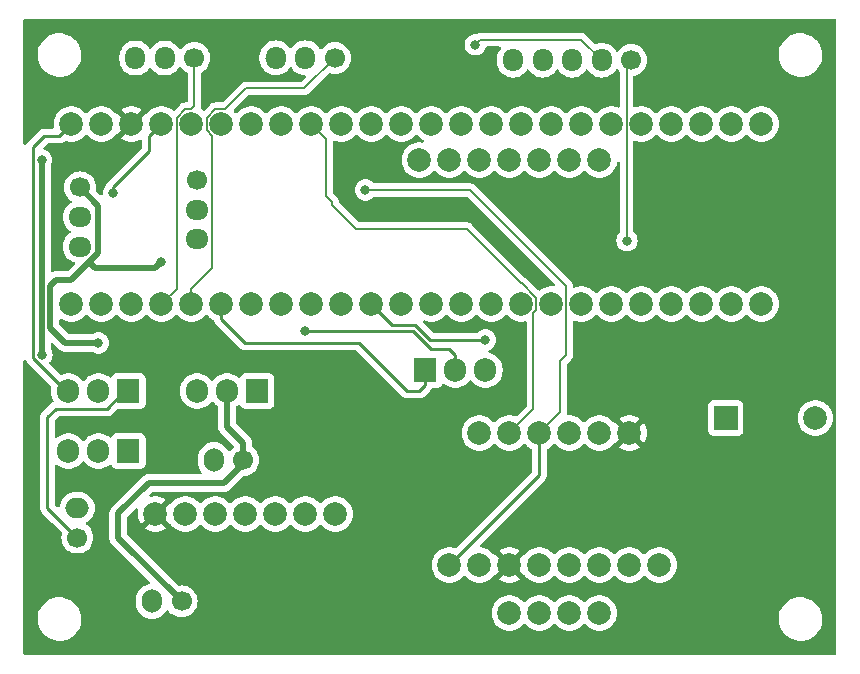
<source format=gbr>
%TF.GenerationSoftware,KiCad,Pcbnew,7.0.6-0*%
%TF.CreationDate,2023-11-16T12:01:13-05:00*%
%TF.ProjectId,TADPOL PCB,54414450-4f4c-4205-9043-422e6b696361,rev?*%
%TF.SameCoordinates,Original*%
%TF.FileFunction,Copper,L1,Top*%
%TF.FilePolarity,Positive*%
%FSLAX46Y46*%
G04 Gerber Fmt 4.6, Leading zero omitted, Abs format (unit mm)*
G04 Created by KiCad (PCBNEW 7.0.6-0) date 2023-11-16 12:01:13*
%MOMM*%
%LPD*%
G01*
G04 APERTURE LIST*
%TA.AperFunction,ComponentPad*%
%ADD10R,1.905000X2.000000*%
%TD*%
%TA.AperFunction,ComponentPad*%
%ADD11O,1.905000X2.000000*%
%TD*%
%TA.AperFunction,ComponentPad*%
%ADD12C,2.000000*%
%TD*%
%TA.AperFunction,ComponentPad*%
%ADD13R,2.000000X2.000000*%
%TD*%
%TA.AperFunction,ComponentPad*%
%ADD14C,1.700000*%
%TD*%
%TA.AperFunction,ComponentPad*%
%ADD15O,1.950000X1.700000*%
%TD*%
%TA.AperFunction,ComponentPad*%
%ADD16O,1.700000X1.950000*%
%TD*%
%TA.AperFunction,ComponentPad*%
%ADD17O,1.700000X2.000000*%
%TD*%
%TA.AperFunction,ComponentPad*%
%ADD18O,2.000000X1.700000*%
%TD*%
%TA.AperFunction,ViaPad*%
%ADD19C,0.800000*%
%TD*%
%TA.AperFunction,Conductor*%
%ADD20C,0.127000*%
%TD*%
%TA.AperFunction,Conductor*%
%ADD21C,0.250000*%
%TD*%
%TA.AperFunction,Conductor*%
%ADD22C,0.500000*%
%TD*%
G04 APERTURE END LIST*
D10*
%TO.P,Q2,1,B*%
%TO.N,SERVO_ON*%
X189992000Y-110998000D03*
D11*
%TO.P,Q2,2,C*%
%TO.N,Net-(Q2-C)*%
X192532000Y-110998000D03*
%TO.P,Q2,3,E*%
%TO.N,GND*%
X195072000Y-110998000D03*
%TD*%
D12*
%TO.P,BMP1,0,VIN*%
%TO.N,+3V3*%
X167132000Y-123190000D03*
%TO.P,BMP1,1,3V0*%
%TO.N,unconnected-(BMP1-3V0-Pad1)*%
X169672000Y-123190000D03*
%TO.P,BMP1,2,GND*%
%TO.N,GND*%
X172212000Y-123190000D03*
%TO.P,BMP1,3,SCK*%
%TO.N,SCL*%
X174752000Y-123190000D03*
%TO.P,BMP1,4,SDO*%
%TO.N,unconnected-(BMP1-SDO-Pad4)*%
X177292000Y-123190000D03*
%TO.P,BMP1,5,SDI*%
%TO.N,SDA*%
X179832000Y-123190000D03*
%TO.P,BMP1,6,CS*%
%TO.N,unconnected-(BMP1-CS-Pad6)*%
X182372000Y-123190000D03*
%TD*%
D13*
%TO.P,BZ1,1,-*%
%TO.N,BUZZER*%
X215412000Y-115062000D03*
D12*
%TO.P,BZ1,2,+*%
%TO.N,GND*%
X223012000Y-115062000D03*
%TD*%
%TO.P,Teensy4.1,0,GND*%
%TO.N,GND*%
X160020000Y-105410000D03*
%TO.P,Teensy4.1,1,RX1*%
%TO.N,unconnected-(Teensy4.1-RX1-Pad1)*%
X162560000Y-105410000D03*
%TO.P,Teensy4.1,2,TX1*%
%TO.N,unconnected-(Teensy4.1-TX1-Pad2)*%
X165100000Y-105410000D03*
%TO.P,Teensy4.1,3,PWM*%
%TO.N,PWM1*%
X167640000Y-105410000D03*
%TO.P,Teensy4.1,4,PWM*%
%TO.N,PWM2*%
X170180000Y-105410000D03*
%TO.P,Teensy4.1,5,PWM*%
%TO.N,SERVO_ON*%
X172720000Y-105410000D03*
%TO.P,Teensy4.1,6,PWM*%
%TO.N,unconnected-(Teensy4.1-PWM-Pad6)*%
X175260000Y-105410000D03*
%TO.P,Teensy4.1,7,PWM*%
%TO.N,STR_GLIDER*%
X177800000Y-105410000D03*
%TO.P,Teensy4.1,8,RX2*%
%TO.N,unconnected-(Teensy4.1-RX2-Pad8)*%
X180340000Y-105410000D03*
%TO.P,Teensy4.1,9,TX2*%
%TO.N,unconnected-(Teensy4.1-TX2-Pad9)*%
X182880000Y-105410000D03*
%TO.P,Teensy4.1,10,PWM*%
%TO.N,BUZZER*%
X185420000Y-105410000D03*
%TO.P,Teensy4.1,11,CS*%
%TO.N,unconnected-(Teensy4.1-CS-Pad11)*%
X187960000Y-105410000D03*
%TO.P,Teensy4.1,12,MOSI*%
%TO.N,unconnected-(Teensy4.1-MOSI-Pad12)*%
X190500000Y-105410000D03*
%TO.P,Teensy4.1,13,MISO*%
%TO.N,unconnected-(Teensy4.1-MISO-Pad13)*%
X193040000Y-105410000D03*
%TO.P,Teensy4.1,14,3.3V*%
%TO.N,unconnected-(Teensy4.1-3.3V-Pad14)*%
X195580000Y-105410000D03*
%TO.P,Teensy4.1,15,SCL2*%
%TO.N,SCL_COM*%
X198120000Y-105410000D03*
%TO.P,Teensy4.1,16,SDA2*%
%TO.N,SDA_COM*%
X200660000Y-105410000D03*
%TO.P,Teensy4.1,17,MOSI1*%
%TO.N,unconnected-(Teensy4.1-MOSI1-Pad17)*%
X203200000Y-105410000D03*
%TO.P,Teensy4.1,18,SCK1*%
%TO.N,unconnected-(Teensy4.1-SCK1-Pad18)*%
X205740000Y-105410000D03*
%TO.P,Teensy4.1,19,RX7*%
%TO.N,unconnected-(Teensy4.1-RX7-Pad19)*%
X208280000Y-105410000D03*
%TO.P,Teensy4.1,20,TX7*%
%TO.N,unconnected-(Teensy4.1-TX7-Pad20)*%
X210820000Y-105410000D03*
%TO.P,Teensy4.1,21,GPIO*%
%TO.N,unconnected-(Teensy4.1-GPIO-Pad21)*%
X213360000Y-105410000D03*
%TO.P,Teensy4.1,22,GPIO*%
%TO.N,unconnected-(Teensy4.1-GPIO-Pad22)*%
X215900000Y-105410000D03*
%TO.P,Teensy4.1,23,GPIO*%
%TO.N,unconnected-(Teensy4.1-GPIO-Pad23)*%
X218440000Y-105410000D03*
%TO.P,Teensy4.1,24,PWM*%
%TO.N,unconnected-(Teensy4.1-PWM-Pad24)*%
X218440000Y-90170000D03*
%TO.P,Teensy4.1,25,RX8*%
%TO.N,unconnected-(Teensy4.1-RX8-Pad25)*%
X215900000Y-90170000D03*
%TO.P,Teensy4.1,26,TX8*%
%TO.N,unconnected-(Teensy4.1-TX8-Pad26)*%
X213360000Y-90170000D03*
%TO.P,Teensy4.1,27,PWM*%
%TO.N,unconnected-(Teensy4.1-PWM-Pad27)*%
X210820000Y-90170000D03*
%TO.P,Teensy4.1,28,PWM*%
%TO.N,unconnected-(Teensy4.1-PWM-Pad28)*%
X208280000Y-90170000D03*
%TO.P,Teensy4.1,29,CS1*%
%TO.N,unconnected-(Teensy4.1-CS1-Pad29)*%
X205740000Y-90170000D03*
%TO.P,Teensy4.1,30,MISO*%
%TO.N,unconnected-(Teensy4.1-MISO-Pad30)*%
X203200000Y-90170000D03*
%TO.P,Teensy4.1,31,A16*%
%TO.N,unconnected-(Teensy4.1-A16-Pad31)*%
X200660000Y-90170000D03*
%TO.P,Teensy4.1,32,A17*%
%TO.N,unconnected-(Teensy4.1-A17-Pad32)*%
X198120000Y-90170000D03*
%TO.P,Teensy4.1,33,GND*%
%TO.N,unconnected-(Teensy4.1-GND-Pad33)*%
X195580000Y-90170000D03*
%TO.P,Teensy4.1,34,SCK*%
%TO.N,unconnected-(Teensy4.1-SCK-Pad34)*%
X193040000Y-90170000D03*
%TO.P,Teensy4.1,35,A0*%
%TO.N,unconnected-(Teensy4.1-A0-Pad35)*%
X190500000Y-90170000D03*
%TO.P,Teensy4.1,36,A1*%
%TO.N,unconnected-(Teensy4.1-A1-Pad36)*%
X187960000Y-90170000D03*
%TO.P,Teensy4.1,37,A2*%
%TO.N,unconnected-(Teensy4.1-A2-Pad37)*%
X185420000Y-90170000D03*
%TO.P,Teensy4.1,38,A3*%
%TO.N,unconnected-(Teensy4.1-A3-Pad38)*%
X182880000Y-90170000D03*
%TO.P,Teensy4.1,39,SDA*%
%TO.N,SDA*%
X180340000Y-90170000D03*
%TO.P,Teensy4.1,40,SCL*%
%TO.N,SCL*%
X177800000Y-90170000D03*
%TO.P,Teensy4.1,41,TX5*%
%TO.N,unconnected-(Teensy4.1-TX5-Pad41)*%
X175260000Y-90170000D03*
%TO.P,Teensy4.1,42,RX5*%
%TO.N,unconnected-(Teensy4.1-RX5-Pad42)*%
X172720000Y-90170000D03*
%TO.P,Teensy4.1,43,PWM*%
%TO.N,NICHROME_SIGNAL2*%
X170180000Y-90170000D03*
%TO.P,Teensy4.1,44,PWM*%
%TO.N,NICHROME_SIGNAL1*%
X167640000Y-90170000D03*
%TO.P,Teensy4.1,45,3.3V*%
%TO.N,+3V3*%
X165100000Y-90170000D03*
%TO.P,Teensy4.1,46,GND*%
%TO.N,GND*%
X162560000Y-90170000D03*
%TO.P,Teensy4.1,47,Vin*%
%TO.N,+5V*%
X160020000Y-90170000D03*
%TD*%
%TO.P,BNO1,0,Vin*%
%TO.N,+3V3*%
X207264000Y-116332000D03*
%TO.P,BNO1,1,3vo*%
%TO.N,unconnected-(BNO1-3vo-Pad1)*%
X204724000Y-116332000D03*
%TO.P,BNO1,2,GND*%
%TO.N,GND*%
X202184000Y-116332000D03*
%TO.P,BNO1,3,SCL*%
%TO.N,SCL*%
X199644000Y-116332000D03*
%TO.P,BNO1,4,SDA*%
%TO.N,SDA*%
X197104000Y-116332000D03*
%TO.P,BNO1,5,RST*%
%TO.N,unconnected-(BNO1-RST-Pad5)*%
X194564000Y-116332000D03*
%TO.P,BNO1,6,INT*%
%TO.N,unconnected-(BNO1-INT-Pad6)*%
X204724000Y-131572000D03*
%TO.P,BNO1,7,ADR*%
%TO.N,unconnected-(BNO1-ADR-Pad7)*%
X202184000Y-131572000D03*
%TO.P,BNO1,8,PS0*%
%TO.N,unconnected-(BNO1-PS0-Pad8)*%
X199644000Y-131572000D03*
%TO.P,BNO1,9,PS1*%
%TO.N,unconnected-(BNO1-PS1-Pad9)*%
X197104000Y-131572000D03*
%TD*%
D14*
%TO.P,Nichrome_Connector1,1,Pin_1*%
%TO.N,VIN*%
X160765000Y-95544000D03*
D15*
%TO.P,Nichrome_Connector1,2,Pin_2*%
%TO.N,NICHROME_SIGNAL1*%
X160765000Y-98044000D03*
%TO.P,Nichrome_Connector1,3,Pin_3*%
%TO.N,GND*%
X160765000Y-100544000D03*
%TD*%
D14*
%TO.P,Nichrome_Connector2,1,Pin_1*%
%TO.N,VIN*%
X170637200Y-94934400D03*
D15*
%TO.P,Nichrome_Connector2,2,Pin_2*%
%TO.N,NICHROME_SIGNAL2*%
X170637200Y-97434400D03*
%TO.P,Nichrome_Connector2,3,Pin_3*%
%TO.N,GND*%
X170637200Y-99934400D03*
%TD*%
D12*
%TO.P,Sparkfun_NEO-M9N1,0,GND*%
%TO.N,unconnected-(Sparkfun_NEO-M9N1-GND-Pad0)*%
X204724000Y-93218000D03*
%TO.P,Sparkfun_NEO-M9N1,1,5V*%
%TO.N,unconnected-(Sparkfun_NEO-M9N1-5V-Pad1)*%
X202184000Y-93218000D03*
%TO.P,Sparkfun_NEO-M9N1,2,3V3*%
%TO.N,unconnected-(Sparkfun_NEO-M9N1-3V3-Pad2)*%
X199644000Y-93218000D03*
%TO.P,Sparkfun_NEO-M9N1,3,CS*%
%TO.N,unconnected-(Sparkfun_NEO-M9N1-CS-Pad3)*%
X197104000Y-93218000D03*
%TO.P,Sparkfun_NEO-M9N1,4,RX/SDI*%
%TO.N,unconnected-(Sparkfun_NEO-M9N1-RX{slash}SDI-Pad4)*%
X194564000Y-93218000D03*
%TO.P,Sparkfun_NEO-M9N1,5,TX/SDO*%
%TO.N,unconnected-(Sparkfun_NEO-M9N1-TX{slash}SDO-Pad5)*%
X192024000Y-93218000D03*
%TO.P,Sparkfun_NEO-M9N1,6,SCK*%
%TO.N,unconnected-(Sparkfun_NEO-M9N1-SCK-Pad6)*%
X189484000Y-93218000D03*
%TO.P,Sparkfun_NEO-M9N1,7,PPS*%
%TO.N,unconnected-(Sparkfun_NEO-M9N1-PPS-Pad7)*%
X209804000Y-127508000D03*
%TO.P,Sparkfun_NEO-M9N1,8,RST*%
%TO.N,unconnected-(Sparkfun_NEO-M9N1-RST-Pad8)*%
X207264000Y-127508000D03*
%TO.P,Sparkfun_NEO-M9N1,9,SAFE*%
%TO.N,unconnected-(Sparkfun_NEO-M9N1-SAFE-Pad9)*%
X204724000Y-127508000D03*
%TO.P,Sparkfun_NEO-M9N1,10,INT*%
%TO.N,unconnected-(Sparkfun_NEO-M9N1-INT-Pad10)*%
X202184000Y-127508000D03*
%TO.P,Sparkfun_NEO-M9N1,11,GND*%
%TO.N,GND*%
X199644000Y-127508000D03*
%TO.P,Sparkfun_NEO-M9N1,12,3V3*%
%TO.N,+3V3*%
X197104000Y-127508000D03*
%TO.P,Sparkfun_NEO-M9N1,13,SDA*%
%TO.N,SDA*%
X194564000Y-127508000D03*
%TO.P,Sparkfun_NEO-M9N1,14,SCL*%
%TO.N,SCL*%
X192024000Y-127508000D03*
%TD*%
D14*
%TO.P,Glider_Connection1,1,Pin_1*%
%TO.N,STR_FRAME*%
X207416400Y-84759800D03*
D16*
%TO.P,Glider_Connection1,2,Pin_2*%
%TO.N,STR_GLIDER*%
X204916400Y-84759800D03*
%TO.P,Glider_Connection1,3,Pin_3*%
%TO.N,GND*%
X202416400Y-84759800D03*
%TO.P,Glider_Connection1,4,Pin_4*%
%TO.N,SDA_COM*%
X199916400Y-84759800D03*
%TO.P,Glider_Connection1,5,Pin_5*%
%TO.N,SCL_COM*%
X197416400Y-84759800D03*
%TD*%
D14*
%TO.P,Servo1,1,Pin_1*%
%TO.N,PWM1*%
X170434000Y-84582000D03*
D16*
%TO.P,Servo1,2,Pin_2*%
%TO.N,+6V*%
X167934000Y-84582000D03*
%TO.P,Servo1,3,Pin_3*%
%TO.N,Net-(Q2-C)*%
X165434000Y-84582000D03*
%TD*%
D10*
%TO.P,Voltage_Regulator_5V2,1,B*%
%TO.N,VIN*%
X164846000Y-117856000D03*
D11*
%TO.P,Voltage_Regulator_5V2,2,C*%
%TO.N,GND*%
X162306000Y-117856000D03*
%TO.P,Voltage_Regulator_5V2,3,E*%
%TO.N,+6V*%
X159766000Y-117856000D03*
%TD*%
D10*
%TO.P,D1,1,K*%
%TO.N,VIN*%
X175742600Y-112776000D03*
D11*
%TO.P,D1,2,A*%
%TO.N,Net-(Bypass_Switch1-Pin_1)*%
X173202600Y-112776000D03*
%TO.P,D1,3,G*%
%TO.N,STR_FRAME*%
X170662600Y-112776000D03*
%TD*%
D14*
%TO.P,Bypass_Switch1,1,Pin_1*%
%TO.N,Net-(Bypass_Switch1-Pin_1)*%
X174574200Y-118618000D03*
D17*
%TO.P,Bypass_Switch1,2,Pin_2*%
%TO.N,VIN*%
X172074200Y-118618000D03*
%TD*%
D14*
%TO.P,Servo2,1,Pin_1*%
%TO.N,PWM2*%
X182332000Y-84565000D03*
D16*
%TO.P,Servo2,2,Pin_2*%
%TO.N,+6V*%
X179832000Y-84565000D03*
%TO.P,Servo2,3,Pin_3*%
%TO.N,Net-(Q2-C)*%
X177332000Y-84565000D03*
%TD*%
D10*
%TO.P,Voltage_Regulator_5V1,1,B*%
%TO.N,VIN*%
X164846000Y-112776000D03*
D11*
%TO.P,Voltage_Regulator_5V1,2,C*%
%TO.N,GND*%
X162306000Y-112776000D03*
%TO.P,Voltage_Regulator_5V1,3,E*%
%TO.N,+5V*%
X159766000Y-112776000D03*
%TD*%
D14*
%TO.P,Power1,1,Pin_1*%
%TO.N,Net-(Bypass_Switch1-Pin_1)*%
X169342000Y-130588000D03*
D17*
%TO.P,Power1,2,Pin_2*%
%TO.N,GND*%
X166842000Y-130588000D03*
%TD*%
D14*
%TO.P,PWR_OUT1,1,Pin_1*%
%TO.N,VIN*%
X160528000Y-125182000D03*
D18*
%TO.P,PWR_OUT1,2,Pin_2*%
%TO.N,GND*%
X160528000Y-122682000D03*
%TD*%
D19*
%TO.N,STR_GLIDER*%
X194208400Y-83464400D03*
%TO.N,STR_FRAME*%
X207060800Y-100050600D03*
%TO.N,SCL*%
X184912000Y-95758000D03*
%TO.N,Net-(Q2-C)*%
X179832000Y-107696000D03*
%TO.N,NICHROME_SIGNAL1*%
X163576000Y-96012000D03*
%TO.N,BUZZER*%
X195072000Y-108458000D03*
%TO.N,VIN*%
X162306000Y-108712000D03*
X167640000Y-101854000D03*
%TO.N,+6V*%
X157519800Y-109688200D03*
X157500500Y-93218000D03*
%TD*%
D20*
%TO.N,STR_GLIDER*%
X203189200Y-83032600D02*
X204916400Y-84759800D01*
X194208400Y-83464400D02*
X194640200Y-83032600D01*
X194640200Y-83032600D02*
X203189200Y-83032600D01*
%TO.N,STR_FRAME*%
X207060800Y-100050600D02*
X207016500Y-100006300D01*
X207016500Y-100006300D02*
X207016500Y-85159700D01*
X207016500Y-85159700D02*
X207416400Y-84759800D01*
D21*
%TO.N,SERVO_ON*%
X188468000Y-112776000D02*
X184404000Y-108712000D01*
X172720000Y-106680000D02*
X172720000Y-105410000D01*
X174752000Y-108712000D02*
X172720000Y-106680000D01*
X189992000Y-112268000D02*
X189484000Y-112776000D01*
X184404000Y-108712000D02*
X174752000Y-108712000D01*
X189484000Y-112776000D02*
X188468000Y-112776000D01*
X189992000Y-110998000D02*
X189992000Y-112268000D01*
D20*
%TO.N,SDA*%
X181610000Y-91440000D02*
X180340000Y-90170000D01*
X181610000Y-96266000D02*
X181610000Y-91440000D01*
X199136000Y-106180859D02*
X199383500Y-105933359D01*
X184150000Y-99060000D02*
X182118000Y-97028000D01*
X197104000Y-116332000D02*
X199136000Y-114300000D01*
X199136000Y-114300000D02*
X199136000Y-106180859D01*
X182118000Y-96774000D02*
X181610000Y-96266000D01*
X193548000Y-99060000D02*
X184150000Y-99060000D01*
X198120000Y-103632000D02*
X193548000Y-99060000D01*
X199383500Y-105933359D02*
X199383500Y-104886641D01*
X182118000Y-97028000D02*
X182118000Y-96774000D01*
X198128859Y-103632000D02*
X198120000Y-103632000D01*
X199383500Y-104886641D02*
X198128859Y-103632000D01*
%TO.N,SCL*%
X201422000Y-114554000D02*
X201422000Y-110236000D01*
X199644000Y-116332000D02*
X201422000Y-114554000D01*
X201923500Y-103879500D02*
X193802000Y-95758000D01*
D21*
X199644000Y-119888000D02*
X199644000Y-116332000D01*
X192024000Y-127508000D02*
X199644000Y-119888000D01*
D20*
X201923500Y-109734500D02*
X201923500Y-103879500D01*
X193802000Y-95758000D02*
X184912000Y-95758000D01*
X201422000Y-110236000D02*
X201923500Y-109734500D01*
%TO.N,PWM2*%
X179745500Y-87151500D02*
X182332000Y-84565000D01*
X171456500Y-89646641D02*
X172196641Y-88906500D01*
X170180000Y-104140000D02*
X171958000Y-102362000D01*
X171958000Y-102362000D02*
X171958000Y-91194859D01*
X171958000Y-91194859D02*
X171456500Y-90693359D01*
X172196641Y-88906500D02*
X173026500Y-88906500D01*
X174781500Y-87151500D02*
X179745500Y-87151500D01*
X170180000Y-105410000D02*
X170180000Y-104140000D01*
X173026500Y-88906500D02*
X174781500Y-87151500D01*
X171456500Y-90693359D02*
X171456500Y-89646641D01*
%TO.N,PWM1*%
X168916500Y-89646641D02*
X168916500Y-92005300D01*
X170434000Y-88646000D02*
X170173500Y-88906500D01*
X170173500Y-88906500D02*
X169656641Y-88906500D01*
X168916500Y-92005300D02*
X168935400Y-92024200D01*
X168935400Y-92024200D02*
X168935400Y-104114600D01*
X168935400Y-104114600D02*
X167640000Y-105410000D01*
X169656641Y-88906500D02*
X168916500Y-89646641D01*
X170434000Y-84582000D02*
X170434000Y-88646000D01*
D21*
%TO.N,Net-(Q2-C)*%
X179832000Y-107696000D02*
X188976000Y-107696000D01*
X190500000Y-109220000D02*
X192024000Y-109220000D01*
X192532000Y-109728000D02*
X192532000Y-110998000D01*
X188976000Y-107696000D02*
X190500000Y-109220000D01*
D20*
X176476116Y-84565000D02*
X177368000Y-84565000D01*
D21*
X192024000Y-109220000D02*
X192532000Y-109728000D01*
D22*
%TO.N,Net-(Bypass_Switch1-Pin_1)*%
X174574200Y-118922800D02*
X172923200Y-120573800D01*
X172923200Y-120573800D02*
X166547800Y-120573800D01*
X173202600Y-115798600D02*
X174574200Y-117170200D01*
X173202600Y-112776000D02*
X173202600Y-115798600D01*
X163982400Y-123139200D02*
X163982400Y-125228400D01*
X166547800Y-120573800D02*
X163982400Y-123139200D01*
X163982400Y-125228400D02*
X169342000Y-130588000D01*
X174574200Y-117170200D02*
X174574200Y-118922800D01*
D21*
%TO.N,NICHROME_SIGNAL1*%
X166624000Y-92456000D02*
X166624000Y-91186000D01*
X163576000Y-96012000D02*
X163576000Y-95504000D01*
X166624000Y-91186000D02*
X167640000Y-90170000D01*
X163576000Y-95504000D02*
X166624000Y-92456000D01*
%TO.N,BUZZER*%
X195072000Y-108458000D02*
X190374396Y-108458000D01*
X187198000Y-107188000D02*
X185420000Y-105410000D01*
X189104396Y-107188000D02*
X187198000Y-107188000D01*
X190374396Y-108458000D02*
X189104396Y-107188000D01*
%TO.N,+5V*%
X157734000Y-91186000D02*
X159004000Y-91186000D01*
X159512000Y-112705000D02*
X156776000Y-109969000D01*
X159004000Y-91186000D02*
X160020000Y-90170000D01*
X156776000Y-92144000D02*
X157734000Y-91186000D01*
X156776000Y-109969000D02*
X156776000Y-92144000D01*
D22*
%TO.N,VIN*%
X162306000Y-97085000D02*
X162306000Y-101092000D01*
X160765000Y-95544000D02*
X162306000Y-97085000D01*
D21*
X162997000Y-114300000D02*
X164592000Y-112705000D01*
D22*
X160020000Y-103378000D02*
X158750000Y-103378000D01*
X167640000Y-101854000D02*
X167132000Y-102362000D01*
X162306000Y-101092000D02*
X160020000Y-103378000D01*
X158242000Y-103886000D02*
X158242000Y-107442000D01*
X162052000Y-102362000D02*
X161544000Y-101854000D01*
D21*
X157988000Y-122642000D02*
X157988000Y-114999500D01*
X157988000Y-114999500D02*
X158687500Y-114300000D01*
D22*
X158750000Y-103378000D02*
X158242000Y-103886000D01*
X158242000Y-107442000D02*
X159512000Y-108712000D01*
X159512000Y-108712000D02*
X162306000Y-108712000D01*
D21*
X158687500Y-114300000D02*
X162997000Y-114300000D01*
D22*
X167132000Y-102362000D02*
X162052000Y-102362000D01*
D21*
X160528000Y-125182000D02*
X157988000Y-122642000D01*
D22*
%TO.N,+6V*%
X157519800Y-109688200D02*
X157500500Y-109668900D01*
X157500500Y-109668900D02*
X157500500Y-93218000D01*
%TD*%
%TA.AperFunction,Conductor*%
%TO.N,+3V3*%
G36*
X224732539Y-81300185D02*
G01*
X224778294Y-81352989D01*
X224789500Y-81404500D01*
X224789500Y-135003500D01*
X224769815Y-135070539D01*
X224717011Y-135116294D01*
X224665500Y-135127500D01*
X156080500Y-135127500D01*
X156013461Y-135107815D01*
X155967706Y-135055011D01*
X155956500Y-135003500D01*
X155956500Y-132147763D01*
X157149787Y-132147763D01*
X157179413Y-132417013D01*
X157179415Y-132417024D01*
X157247926Y-132679082D01*
X157247928Y-132679088D01*
X157353870Y-132928390D01*
X157494979Y-133159605D01*
X157494986Y-133159615D01*
X157668253Y-133367819D01*
X157668259Y-133367824D01*
X157869998Y-133548582D01*
X158095910Y-133698044D01*
X158341176Y-133813020D01*
X158341183Y-133813022D01*
X158341185Y-133813023D01*
X158600557Y-133891057D01*
X158600564Y-133891058D01*
X158600569Y-133891060D01*
X158868561Y-133930500D01*
X158868566Y-133930500D01*
X159071636Y-133930500D01*
X159123133Y-133926730D01*
X159274156Y-133915677D01*
X159386758Y-133890593D01*
X159538546Y-133856782D01*
X159538548Y-133856781D01*
X159538553Y-133856780D01*
X159791558Y-133760014D01*
X160027777Y-133627441D01*
X160242177Y-133461888D01*
X160430186Y-133266881D01*
X160587799Y-133046579D01*
X160661787Y-132902669D01*
X160711649Y-132805690D01*
X160711651Y-132805684D01*
X160711656Y-132805675D01*
X160799118Y-132549305D01*
X160848319Y-132282933D01*
X160858212Y-132012235D01*
X160828586Y-131742982D01*
X160760072Y-131480912D01*
X160654130Y-131231610D01*
X160513018Y-131000390D01*
X160490568Y-130973413D01*
X160339746Y-130792180D01*
X160339740Y-130792175D01*
X160138002Y-130611418D01*
X159912092Y-130461957D01*
X159912090Y-130461956D01*
X159666824Y-130346980D01*
X159666819Y-130346978D01*
X159666814Y-130346976D01*
X159407442Y-130268942D01*
X159407428Y-130268939D01*
X159291791Y-130251921D01*
X159139439Y-130229500D01*
X158936369Y-130229500D01*
X158936364Y-130229500D01*
X158733844Y-130244323D01*
X158733831Y-130244325D01*
X158469453Y-130303217D01*
X158469446Y-130303220D01*
X158216439Y-130399987D01*
X157980226Y-130532557D01*
X157765822Y-130698112D01*
X157577822Y-130893109D01*
X157577816Y-130893116D01*
X157420202Y-131113419D01*
X157420199Y-131113424D01*
X157296350Y-131354309D01*
X157296343Y-131354327D01*
X157208884Y-131610685D01*
X157208881Y-131610699D01*
X157205963Y-131626498D01*
X157170257Y-131819812D01*
X157159681Y-131877068D01*
X157159680Y-131877075D01*
X157149787Y-132147763D01*
X155956500Y-132147763D01*
X155956500Y-110261518D01*
X155976185Y-110194479D01*
X156028989Y-110148724D01*
X156098147Y-110138780D01*
X156161703Y-110167805D01*
X156194302Y-110212273D01*
X156197380Y-110219387D01*
X156207580Y-110236634D01*
X156216138Y-110254103D01*
X156223514Y-110272732D01*
X156250898Y-110310423D01*
X156254106Y-110315307D01*
X156277827Y-110355416D01*
X156277833Y-110355424D01*
X156291990Y-110369580D01*
X156304628Y-110384376D01*
X156316405Y-110400586D01*
X156316406Y-110400587D01*
X156352309Y-110430288D01*
X156356620Y-110434210D01*
X157340862Y-111418452D01*
X158294861Y-112372451D01*
X158328346Y-112433774D01*
X158327512Y-112483256D01*
X158328749Y-112483463D01*
X158327904Y-112488524D01*
X158313000Y-112668402D01*
X158313000Y-112883598D01*
X158327904Y-113063472D01*
X158387017Y-113296905D01*
X158483743Y-113517419D01*
X158496869Y-113537509D01*
X158517057Y-113604398D01*
X158497878Y-113671584D01*
X158445420Y-113717735D01*
X158442308Y-113719133D01*
X158437108Y-113721383D01*
X158419865Y-113731580D01*
X158402398Y-113740137D01*
X158383769Y-113747512D01*
X158383767Y-113747513D01*
X158346064Y-113774906D01*
X158341182Y-113778112D01*
X158301080Y-113801828D01*
X158286908Y-113816000D01*
X158272123Y-113828628D01*
X158255912Y-113840407D01*
X158226209Y-113876310D01*
X158222277Y-113880631D01*
X157604208Y-114498699D01*
X157591951Y-114508520D01*
X157592134Y-114508741D01*
X157586123Y-114513713D01*
X157538772Y-114564136D01*
X157517889Y-114585019D01*
X157517877Y-114585032D01*
X157513621Y-114590517D01*
X157509837Y-114594947D01*
X157477937Y-114628918D01*
X157477936Y-114628920D01*
X157468284Y-114646476D01*
X157457610Y-114662726D01*
X157445329Y-114678561D01*
X157445324Y-114678568D01*
X157426815Y-114721338D01*
X157424245Y-114726584D01*
X157401803Y-114767406D01*
X157396822Y-114786807D01*
X157390521Y-114805210D01*
X157382562Y-114823602D01*
X157382561Y-114823605D01*
X157375271Y-114869627D01*
X157374087Y-114875346D01*
X157362501Y-114920472D01*
X157362500Y-114920482D01*
X157362500Y-114940516D01*
X157360973Y-114959915D01*
X157357840Y-114979694D01*
X157357840Y-114979695D01*
X157362225Y-115026083D01*
X157362500Y-115031921D01*
X157362500Y-122559255D01*
X157360775Y-122574872D01*
X157361061Y-122574899D01*
X157360326Y-122582665D01*
X157362500Y-122651814D01*
X157362500Y-122681343D01*
X157362501Y-122681360D01*
X157363368Y-122688231D01*
X157363826Y-122694050D01*
X157365290Y-122740624D01*
X157365291Y-122740627D01*
X157370880Y-122759867D01*
X157374824Y-122778911D01*
X157377336Y-122798792D01*
X157391367Y-122834230D01*
X157394490Y-122842119D01*
X157396382Y-122847647D01*
X157409126Y-122891511D01*
X157409382Y-122892390D01*
X157414785Y-122901527D01*
X157419580Y-122909634D01*
X157428138Y-122927103D01*
X157435514Y-122945732D01*
X157462898Y-122983423D01*
X157466106Y-122988307D01*
X157489827Y-123028416D01*
X157489833Y-123028424D01*
X157503990Y-123042580D01*
X157516627Y-123057375D01*
X157519261Y-123061000D01*
X157528405Y-123073586D01*
X157528406Y-123073587D01*
X157564309Y-123103288D01*
X157568620Y-123107210D01*
X158417313Y-123955903D01*
X159187762Y-124726352D01*
X159221247Y-124787675D01*
X159219856Y-124846126D01*
X159192938Y-124946586D01*
X159192936Y-124946596D01*
X159172341Y-125181999D01*
X159172341Y-125182000D01*
X159192936Y-125417403D01*
X159192938Y-125417413D01*
X159254094Y-125645655D01*
X159254096Y-125645659D01*
X159254097Y-125645663D01*
X159324772Y-125797226D01*
X159353965Y-125859830D01*
X159353967Y-125859834D01*
X159457166Y-126007216D01*
X159489505Y-126053401D01*
X159656599Y-126220495D01*
X159747848Y-126284388D01*
X159850165Y-126356032D01*
X159850167Y-126356033D01*
X159850170Y-126356035D01*
X160064337Y-126455903D01*
X160292592Y-126517063D01*
X160480918Y-126533539D01*
X160527999Y-126537659D01*
X160528000Y-126537659D01*
X160528001Y-126537659D01*
X160567234Y-126534226D01*
X160763408Y-126517063D01*
X160991663Y-126455903D01*
X161205830Y-126356035D01*
X161399401Y-126220495D01*
X161566495Y-126053401D01*
X161702035Y-125859830D01*
X161801903Y-125645663D01*
X161863063Y-125417408D01*
X161881522Y-125206425D01*
X163227110Y-125206425D01*
X163231664Y-125258464D01*
X163231900Y-125263870D01*
X163231900Y-125272109D01*
X163235706Y-125304674D01*
X163242400Y-125381191D01*
X163243861Y-125388267D01*
X163243803Y-125388278D01*
X163245434Y-125395637D01*
X163245492Y-125395624D01*
X163247157Y-125402650D01*
X163273425Y-125474824D01*
X163297585Y-125547731D01*
X163300636Y-125554274D01*
X163300582Y-125554298D01*
X163303870Y-125561088D01*
X163303921Y-125561063D01*
X163307161Y-125567513D01*
X163307162Y-125567514D01*
X163307163Y-125567517D01*
X163349364Y-125631683D01*
X163349365Y-125631683D01*
X163389687Y-125697055D01*
X163394166Y-125702719D01*
X163394119Y-125702756D01*
X163398882Y-125708602D01*
X163398928Y-125708564D01*
X163403573Y-125714100D01*
X163459417Y-125766785D01*
X166603764Y-128911133D01*
X166637249Y-128972456D01*
X166632265Y-129042148D01*
X166590393Y-129098081D01*
X166548176Y-129118589D01*
X166378344Y-129164094D01*
X166378335Y-129164098D01*
X166164171Y-129263964D01*
X166164169Y-129263965D01*
X165970597Y-129399505D01*
X165803505Y-129566597D01*
X165667965Y-129760169D01*
X165667964Y-129760171D01*
X165568098Y-129974335D01*
X165568094Y-129974344D01*
X165506938Y-130202586D01*
X165506936Y-130202596D01*
X165491500Y-130379034D01*
X165491500Y-130796966D01*
X165506936Y-130973403D01*
X165506938Y-130973413D01*
X165568094Y-131201655D01*
X165568096Y-131201659D01*
X165568097Y-131201663D01*
X165582062Y-131231610D01*
X165667964Y-131415828D01*
X165667965Y-131415830D01*
X165803505Y-131609402D01*
X165937079Y-131742975D01*
X165970599Y-131776495D01*
X166032462Y-131819812D01*
X166164165Y-131912032D01*
X166164167Y-131912033D01*
X166164170Y-131912035D01*
X166378337Y-132011903D01*
X166606592Y-132073063D01*
X166794918Y-132089539D01*
X166841999Y-132093659D01*
X166842000Y-132093659D01*
X166842001Y-132093659D01*
X166881234Y-132090226D01*
X167077408Y-132073063D01*
X167305663Y-132011903D01*
X167519829Y-131912035D01*
X167713401Y-131776495D01*
X167880495Y-131609401D01*
X168016035Y-131415829D01*
X168027985Y-131390201D01*
X168074158Y-131337761D01*
X168141351Y-131318609D01*
X168208232Y-131338824D01*
X168241942Y-131371480D01*
X168303505Y-131459401D01*
X168470599Y-131626495D01*
X168567384Y-131694264D01*
X168664165Y-131762032D01*
X168664167Y-131762033D01*
X168664170Y-131762035D01*
X168878337Y-131861903D01*
X169106592Y-131923063D01*
X169294918Y-131939539D01*
X169341999Y-131943659D01*
X169342000Y-131943659D01*
X169342001Y-131943659D01*
X169381234Y-131940226D01*
X169577408Y-131923063D01*
X169805663Y-131861903D01*
X170019830Y-131762035D01*
X170213401Y-131626495D01*
X170267891Y-131572005D01*
X195598357Y-131572005D01*
X195618890Y-131819812D01*
X195618892Y-131819824D01*
X195679936Y-132060881D01*
X195779826Y-132288606D01*
X195915833Y-132496782D01*
X195915836Y-132496785D01*
X196084256Y-132679738D01*
X196280491Y-132832474D01*
X196499190Y-132950828D01*
X196734386Y-133031571D01*
X196979665Y-133072500D01*
X197228335Y-133072500D01*
X197473614Y-133031571D01*
X197708810Y-132950828D01*
X197927509Y-132832474D01*
X198123744Y-132679738D01*
X198282771Y-132506988D01*
X198342657Y-132470999D01*
X198412495Y-132473099D01*
X198465228Y-132506988D01*
X198624256Y-132679738D01*
X198820491Y-132832474D01*
X199039190Y-132950828D01*
X199274386Y-133031571D01*
X199519665Y-133072500D01*
X199768335Y-133072500D01*
X200013614Y-133031571D01*
X200248810Y-132950828D01*
X200467509Y-132832474D01*
X200663744Y-132679738D01*
X200822771Y-132506988D01*
X200882657Y-132470999D01*
X200952495Y-132473099D01*
X201005228Y-132506988D01*
X201164256Y-132679738D01*
X201360491Y-132832474D01*
X201579190Y-132950828D01*
X201814386Y-133031571D01*
X202059665Y-133072500D01*
X202308335Y-133072500D01*
X202553614Y-133031571D01*
X202788810Y-132950828D01*
X203007509Y-132832474D01*
X203203744Y-132679738D01*
X203362771Y-132506988D01*
X203422657Y-132470999D01*
X203492495Y-132473099D01*
X203545228Y-132506988D01*
X203704256Y-132679738D01*
X203900491Y-132832474D01*
X204119190Y-132950828D01*
X204354386Y-133031571D01*
X204599665Y-133072500D01*
X204848335Y-133072500D01*
X205093614Y-133031571D01*
X205328810Y-132950828D01*
X205547509Y-132832474D01*
X205743744Y-132679738D01*
X205912164Y-132496785D01*
X206048173Y-132288607D01*
X206109953Y-132147763D01*
X219887787Y-132147763D01*
X219917413Y-132417013D01*
X219917415Y-132417024D01*
X219985926Y-132679082D01*
X219985928Y-132679088D01*
X220091870Y-132928390D01*
X220232979Y-133159605D01*
X220232986Y-133159615D01*
X220406253Y-133367819D01*
X220406259Y-133367824D01*
X220607998Y-133548582D01*
X220833910Y-133698044D01*
X221079176Y-133813020D01*
X221079183Y-133813022D01*
X221079185Y-133813023D01*
X221338557Y-133891057D01*
X221338564Y-133891058D01*
X221338569Y-133891060D01*
X221606561Y-133930500D01*
X221606566Y-133930500D01*
X221809636Y-133930500D01*
X221861133Y-133926730D01*
X222012156Y-133915677D01*
X222124758Y-133890593D01*
X222276546Y-133856782D01*
X222276548Y-133856781D01*
X222276553Y-133856780D01*
X222529558Y-133760014D01*
X222765777Y-133627441D01*
X222980177Y-133461888D01*
X223168186Y-133266881D01*
X223325799Y-133046579D01*
X223399787Y-132902669D01*
X223449649Y-132805690D01*
X223449651Y-132805684D01*
X223449656Y-132805675D01*
X223537118Y-132549305D01*
X223586319Y-132282933D01*
X223596212Y-132012235D01*
X223566586Y-131742982D01*
X223498072Y-131480912D01*
X223392130Y-131231610D01*
X223251018Y-131000390D01*
X223228568Y-130973413D01*
X223077746Y-130792180D01*
X223077740Y-130792175D01*
X222876002Y-130611418D01*
X222650092Y-130461957D01*
X222650090Y-130461956D01*
X222404824Y-130346980D01*
X222404819Y-130346978D01*
X222404814Y-130346976D01*
X222145442Y-130268942D01*
X222145428Y-130268939D01*
X222029791Y-130251921D01*
X221877439Y-130229500D01*
X221674369Y-130229500D01*
X221674364Y-130229500D01*
X221471844Y-130244323D01*
X221471831Y-130244325D01*
X221207453Y-130303217D01*
X221207446Y-130303220D01*
X220954439Y-130399987D01*
X220718226Y-130532557D01*
X220503822Y-130698112D01*
X220315822Y-130893109D01*
X220315816Y-130893116D01*
X220158202Y-131113419D01*
X220158199Y-131113424D01*
X220034350Y-131354309D01*
X220034343Y-131354327D01*
X219946884Y-131610685D01*
X219946881Y-131610699D01*
X219943963Y-131626498D01*
X219908257Y-131819812D01*
X219897681Y-131877068D01*
X219897680Y-131877075D01*
X219887787Y-132147763D01*
X206109953Y-132147763D01*
X206148063Y-132060881D01*
X206209108Y-131819821D01*
X206229643Y-131572000D01*
X206210322Y-131338824D01*
X206209109Y-131324187D01*
X206209107Y-131324175D01*
X206148063Y-131083118D01*
X206048173Y-130855393D01*
X205912166Y-130647217D01*
X205890557Y-130623744D01*
X205743744Y-130464262D01*
X205547509Y-130311526D01*
X205547507Y-130311525D01*
X205547506Y-130311524D01*
X205328811Y-130193172D01*
X205328802Y-130193169D01*
X205093616Y-130112429D01*
X204848335Y-130071500D01*
X204599665Y-130071500D01*
X204354383Y-130112429D01*
X204119197Y-130193169D01*
X204119188Y-130193172D01*
X203900493Y-130311524D01*
X203704257Y-130464261D01*
X203545230Y-130637010D01*
X203485342Y-130673001D01*
X203415504Y-130670900D01*
X203362770Y-130637010D01*
X203317652Y-130587999D01*
X203203744Y-130464262D01*
X203007509Y-130311526D01*
X203007507Y-130311525D01*
X203007506Y-130311524D01*
X202788811Y-130193172D01*
X202788802Y-130193169D01*
X202553616Y-130112429D01*
X202308335Y-130071500D01*
X202059665Y-130071500D01*
X201814383Y-130112429D01*
X201579197Y-130193169D01*
X201579188Y-130193172D01*
X201360493Y-130311524D01*
X201164257Y-130464261D01*
X201005230Y-130637010D01*
X200945342Y-130673001D01*
X200875504Y-130670900D01*
X200822770Y-130637010D01*
X200777652Y-130587999D01*
X200663744Y-130464262D01*
X200467509Y-130311526D01*
X200467507Y-130311525D01*
X200467506Y-130311524D01*
X200248811Y-130193172D01*
X200248802Y-130193169D01*
X200013616Y-130112429D01*
X199768335Y-130071500D01*
X199519665Y-130071500D01*
X199274383Y-130112429D01*
X199039197Y-130193169D01*
X199039188Y-130193172D01*
X198820493Y-130311524D01*
X198624257Y-130464261D01*
X198465230Y-130637010D01*
X198405342Y-130673001D01*
X198335504Y-130670900D01*
X198282770Y-130637010D01*
X198237652Y-130587999D01*
X198123744Y-130464262D01*
X197927509Y-130311526D01*
X197927507Y-130311525D01*
X197927506Y-130311524D01*
X197708811Y-130193172D01*
X197708802Y-130193169D01*
X197473616Y-130112429D01*
X197228335Y-130071500D01*
X196979665Y-130071500D01*
X196734383Y-130112429D01*
X196499197Y-130193169D01*
X196499188Y-130193172D01*
X196280493Y-130311524D01*
X196084257Y-130464261D01*
X195915833Y-130647217D01*
X195779826Y-130855393D01*
X195679936Y-131083118D01*
X195618892Y-131324175D01*
X195618890Y-131324187D01*
X195598357Y-131571994D01*
X195598357Y-131572005D01*
X170267891Y-131572005D01*
X170380495Y-131459401D01*
X170516035Y-131265830D01*
X170615903Y-131051663D01*
X170677063Y-130823408D01*
X170697659Y-130588000D01*
X170677063Y-130352592D01*
X170615903Y-130124337D01*
X170516035Y-129910171D01*
X170411005Y-129760171D01*
X170380494Y-129716597D01*
X170213402Y-129549506D01*
X170213395Y-129549501D01*
X170019834Y-129413967D01*
X170019830Y-129413965D01*
X170019829Y-129413965D01*
X169805663Y-129314097D01*
X169805659Y-129314096D01*
X169805655Y-129314094D01*
X169577413Y-129252938D01*
X169577403Y-129252936D01*
X169342001Y-129232341D01*
X169341998Y-129232341D01*
X169128986Y-129250977D01*
X169060486Y-129237210D01*
X169030498Y-129215130D01*
X164769219Y-124953850D01*
X164735734Y-124892527D01*
X164732900Y-124866169D01*
X164732900Y-123501428D01*
X164752585Y-123434389D01*
X164769214Y-123413752D01*
X165466859Y-122716107D01*
X165528180Y-122682624D01*
X165597872Y-122687608D01*
X165653805Y-122729480D01*
X165678222Y-122794944D01*
X165674744Y-122834230D01*
X165647387Y-122942257D01*
X165647385Y-122942270D01*
X165626859Y-123189994D01*
X165626859Y-123190005D01*
X165647385Y-123437729D01*
X165647387Y-123437738D01*
X165708412Y-123678717D01*
X165808266Y-123906364D01*
X165908564Y-124059882D01*
X166640866Y-123327579D01*
X166663318Y-123404040D01*
X166742605Y-123527413D01*
X166853438Y-123623451D01*
X166986839Y-123684373D01*
X166990634Y-123684918D01*
X166261942Y-124413609D01*
X166308768Y-124450055D01*
X166308770Y-124450056D01*
X166527385Y-124568364D01*
X166527396Y-124568369D01*
X166762506Y-124649083D01*
X167007707Y-124690000D01*
X167256293Y-124690000D01*
X167501493Y-124649083D01*
X167736603Y-124568369D01*
X167736614Y-124568364D01*
X167955228Y-124450057D01*
X167955231Y-124450055D01*
X168002056Y-124413609D01*
X167273365Y-123684918D01*
X167277161Y-123684373D01*
X167410562Y-123623451D01*
X167521395Y-123527413D01*
X167600682Y-123404040D01*
X167623132Y-123327580D01*
X168355434Y-124059882D01*
X168366861Y-124058697D01*
X168435573Y-124071360D01*
X168480092Y-124111194D01*
X168480683Y-124110735D01*
X168483218Y-124113992D01*
X168483456Y-124114205D01*
X168483831Y-124114780D01*
X168531709Y-124166789D01*
X168652256Y-124297738D01*
X168848491Y-124450474D01*
X168848493Y-124450475D01*
X169066332Y-124568364D01*
X169067190Y-124568828D01*
X169286141Y-124643994D01*
X169300964Y-124649083D01*
X169302386Y-124649571D01*
X169547665Y-124690500D01*
X169796335Y-124690500D01*
X170041614Y-124649571D01*
X170276810Y-124568828D01*
X170495509Y-124450474D01*
X170691744Y-124297738D01*
X170850771Y-124124988D01*
X170910657Y-124088999D01*
X170980495Y-124091099D01*
X171033228Y-124124988D01*
X171192256Y-124297738D01*
X171388491Y-124450474D01*
X171388493Y-124450475D01*
X171606332Y-124568364D01*
X171607190Y-124568828D01*
X171826141Y-124643994D01*
X171840964Y-124649083D01*
X171842386Y-124649571D01*
X172087665Y-124690500D01*
X172336335Y-124690500D01*
X172581614Y-124649571D01*
X172816810Y-124568828D01*
X173035509Y-124450474D01*
X173231744Y-124297738D01*
X173390771Y-124124988D01*
X173450657Y-124088999D01*
X173520495Y-124091099D01*
X173573228Y-124124988D01*
X173732256Y-124297738D01*
X173928491Y-124450474D01*
X173928493Y-124450475D01*
X174146332Y-124568364D01*
X174147190Y-124568828D01*
X174366141Y-124643994D01*
X174380964Y-124649083D01*
X174382386Y-124649571D01*
X174627665Y-124690500D01*
X174876335Y-124690500D01*
X175121614Y-124649571D01*
X175356810Y-124568828D01*
X175575509Y-124450474D01*
X175771744Y-124297738D01*
X175930771Y-124124988D01*
X175990657Y-124088999D01*
X176060495Y-124091099D01*
X176113228Y-124124988D01*
X176272256Y-124297738D01*
X176468491Y-124450474D01*
X176468493Y-124450475D01*
X176686332Y-124568364D01*
X176687190Y-124568828D01*
X176906141Y-124643994D01*
X176920964Y-124649083D01*
X176922386Y-124649571D01*
X177167665Y-124690500D01*
X177416335Y-124690500D01*
X177661614Y-124649571D01*
X177896810Y-124568828D01*
X178115509Y-124450474D01*
X178311744Y-124297738D01*
X178470772Y-124124986D01*
X178530656Y-124088999D01*
X178600494Y-124091099D01*
X178653228Y-124124989D01*
X178812252Y-124297734D01*
X178812256Y-124297738D01*
X179008491Y-124450474D01*
X179008493Y-124450475D01*
X179226332Y-124568364D01*
X179227190Y-124568828D01*
X179446141Y-124643994D01*
X179460964Y-124649083D01*
X179462386Y-124649571D01*
X179707665Y-124690500D01*
X179956335Y-124690500D01*
X180201614Y-124649571D01*
X180436810Y-124568828D01*
X180655509Y-124450474D01*
X180851744Y-124297738D01*
X181010771Y-124124988D01*
X181070657Y-124088999D01*
X181140495Y-124091099D01*
X181193228Y-124124988D01*
X181352256Y-124297738D01*
X181548491Y-124450474D01*
X181548493Y-124450475D01*
X181766332Y-124568364D01*
X181767190Y-124568828D01*
X181986141Y-124643994D01*
X182000964Y-124649083D01*
X182002386Y-124649571D01*
X182247665Y-124690500D01*
X182496335Y-124690500D01*
X182741614Y-124649571D01*
X182976810Y-124568828D01*
X183195509Y-124450474D01*
X183391744Y-124297738D01*
X183560164Y-124114785D01*
X183696173Y-123906607D01*
X183796063Y-123678881D01*
X183857108Y-123437821D01*
X183857393Y-123434389D01*
X183863570Y-123359834D01*
X183877643Y-123190000D01*
X183859907Y-122975960D01*
X183857109Y-122942187D01*
X183857107Y-122942175D01*
X183796063Y-122701118D01*
X183696173Y-122473393D01*
X183560166Y-122265217D01*
X183517008Y-122218335D01*
X183391744Y-122082262D01*
X183195509Y-121929526D01*
X183195507Y-121929525D01*
X183195506Y-121929524D01*
X182976811Y-121811172D01*
X182976802Y-121811169D01*
X182741616Y-121730429D01*
X182496335Y-121689500D01*
X182247665Y-121689500D01*
X182002383Y-121730429D01*
X181767197Y-121811169D01*
X181767188Y-121811172D01*
X181548493Y-121929524D01*
X181352257Y-122082261D01*
X181193230Y-122255010D01*
X181133342Y-122291001D01*
X181063504Y-122288900D01*
X181010770Y-122255010D01*
X180971108Y-122211926D01*
X180851744Y-122082262D01*
X180655509Y-121929526D01*
X180655507Y-121929525D01*
X180655506Y-121929524D01*
X180436811Y-121811172D01*
X180436802Y-121811169D01*
X180201616Y-121730429D01*
X179956335Y-121689500D01*
X179707665Y-121689500D01*
X179462383Y-121730429D01*
X179227197Y-121811169D01*
X179227188Y-121811172D01*
X179008493Y-121929524D01*
X178812255Y-122082262D01*
X178812252Y-122082265D01*
X178653228Y-122255010D01*
X178593341Y-122291001D01*
X178523503Y-122288900D01*
X178470770Y-122255011D01*
X178311744Y-122082262D01*
X178115509Y-121929526D01*
X178115507Y-121929525D01*
X178115506Y-121929524D01*
X177896811Y-121811172D01*
X177896802Y-121811169D01*
X177661616Y-121730429D01*
X177416335Y-121689500D01*
X177167665Y-121689500D01*
X176922383Y-121730429D01*
X176687197Y-121811169D01*
X176687188Y-121811172D01*
X176468493Y-121929524D01*
X176272257Y-122082261D01*
X176113230Y-122255010D01*
X176053342Y-122291001D01*
X175983504Y-122288900D01*
X175930770Y-122255010D01*
X175891108Y-122211926D01*
X175771744Y-122082262D01*
X175575509Y-121929526D01*
X175575507Y-121929525D01*
X175575506Y-121929524D01*
X175356811Y-121811172D01*
X175356802Y-121811169D01*
X175121616Y-121730429D01*
X174876335Y-121689500D01*
X174627665Y-121689500D01*
X174382383Y-121730429D01*
X174147197Y-121811169D01*
X174147188Y-121811172D01*
X173928493Y-121929524D01*
X173732255Y-122082262D01*
X173732252Y-122082265D01*
X173573228Y-122255010D01*
X173513341Y-122291001D01*
X173443503Y-122288900D01*
X173390770Y-122255011D01*
X173231744Y-122082262D01*
X173035509Y-121929526D01*
X173035507Y-121929525D01*
X173035506Y-121929524D01*
X172816811Y-121811172D01*
X172816802Y-121811169D01*
X172581616Y-121730429D01*
X172336335Y-121689500D01*
X172087665Y-121689500D01*
X171842383Y-121730429D01*
X171607197Y-121811169D01*
X171607188Y-121811172D01*
X171388493Y-121929524D01*
X171192257Y-122082261D01*
X171033230Y-122255010D01*
X170973342Y-122291001D01*
X170903504Y-122288900D01*
X170850770Y-122255010D01*
X170811108Y-122211926D01*
X170691744Y-122082262D01*
X170495509Y-121929526D01*
X170495507Y-121929525D01*
X170495506Y-121929524D01*
X170276811Y-121811172D01*
X170276802Y-121811169D01*
X170041616Y-121730429D01*
X169796335Y-121689500D01*
X169547665Y-121689500D01*
X169302383Y-121730429D01*
X169067197Y-121811169D01*
X169067188Y-121811172D01*
X168848493Y-121929524D01*
X168652257Y-122082261D01*
X168483837Y-122265213D01*
X168483829Y-122265224D01*
X168483455Y-122265797D01*
X168483242Y-122265978D01*
X168480690Y-122269258D01*
X168480014Y-122268732D01*
X168430304Y-122311147D01*
X168366865Y-122321302D01*
X168355434Y-122320116D01*
X167623132Y-123052418D01*
X167600682Y-122975960D01*
X167521395Y-122852587D01*
X167410562Y-122756549D01*
X167277161Y-122695627D01*
X167273364Y-122695081D01*
X168002057Y-121966389D01*
X167955229Y-121929943D01*
X167736614Y-121811635D01*
X167736603Y-121811630D01*
X167501493Y-121730916D01*
X167256293Y-121690000D01*
X167007706Y-121690000D01*
X166771657Y-121729389D01*
X166702292Y-121721007D01*
X166648470Y-121676454D01*
X166627280Y-121609875D01*
X166645448Y-121542409D01*
X166663559Y-121519407D01*
X166822350Y-121360616D01*
X166883671Y-121327134D01*
X166910029Y-121324300D01*
X172859495Y-121324300D01*
X172877465Y-121325609D01*
X172901223Y-121329089D01*
X172953268Y-121324535D01*
X172958670Y-121324300D01*
X172966904Y-121324300D01*
X172966909Y-121324300D01*
X172978527Y-121322941D01*
X172999476Y-121320493D01*
X173012228Y-121319377D01*
X173075997Y-121313799D01*
X173076005Y-121313796D01*
X173083066Y-121312339D01*
X173083078Y-121312398D01*
X173090443Y-121310765D01*
X173090429Y-121310706D01*
X173097446Y-121309041D01*
X173097455Y-121309041D01*
X173169623Y-121282774D01*
X173242534Y-121258614D01*
X173242543Y-121258607D01*
X173249082Y-121255560D01*
X173249108Y-121255616D01*
X173255890Y-121252332D01*
X173255863Y-121252278D01*
X173262306Y-121249040D01*
X173262317Y-121249037D01*
X173326483Y-121206834D01*
X173391856Y-121166512D01*
X173391862Y-121166505D01*
X173397525Y-121162029D01*
X173397562Y-121162077D01*
X173403404Y-121157318D01*
X173403364Y-121157271D01*
X173408886Y-121152636D01*
X173408896Y-121152630D01*
X173430598Y-121129625D01*
X173461586Y-121096782D01*
X174349431Y-120208935D01*
X174553803Y-120004562D01*
X174615124Y-119971079D01*
X174630666Y-119968718D01*
X174809608Y-119953063D01*
X175037863Y-119891903D01*
X175252030Y-119792035D01*
X175445601Y-119656495D01*
X175612695Y-119489401D01*
X175748235Y-119295830D01*
X175848103Y-119081663D01*
X175909263Y-118853408D01*
X175929859Y-118618000D01*
X175909263Y-118382592D01*
X175848103Y-118154337D01*
X175748235Y-117940171D01*
X175709840Y-117885336D01*
X175612694Y-117746597D01*
X175445604Y-117579507D01*
X175377575Y-117531872D01*
X175333951Y-117477294D01*
X175324700Y-117430298D01*
X175324700Y-117233905D01*
X175326009Y-117215935D01*
X175328241Y-117200697D01*
X175329489Y-117192177D01*
X175324935Y-117140133D01*
X175324700Y-117134732D01*
X175324700Y-117126497D01*
X175324700Y-117126496D01*
X175324700Y-117126491D01*
X175320891Y-117093907D01*
X175314198Y-117017402D01*
X175314196Y-117017397D01*
X175312738Y-117010333D01*
X175312797Y-117010320D01*
X175311167Y-117002964D01*
X175311108Y-117002979D01*
X175309442Y-116995953D01*
X175309441Y-116995945D01*
X175283173Y-116923773D01*
X175279599Y-116912988D01*
X175259015Y-116850866D01*
X175255963Y-116844321D01*
X175256017Y-116844295D01*
X175252733Y-116837512D01*
X175252680Y-116837540D01*
X175249438Y-116831086D01*
X175249437Y-116831083D01*
X175207238Y-116766923D01*
X175166912Y-116701544D01*
X175166911Y-116701543D01*
X175166910Y-116701541D01*
X175162434Y-116695881D01*
X175162480Y-116695843D01*
X175157719Y-116689999D01*
X175157674Y-116690038D01*
X175153034Y-116684508D01*
X175097182Y-116631813D01*
X173989419Y-115524050D01*
X173955934Y-115462727D01*
X173953100Y-115436369D01*
X173953100Y-114141226D01*
X173972785Y-114074187D01*
X174000937Y-114043373D01*
X174038512Y-114014127D01*
X174142531Y-113933165D01*
X174207523Y-113907524D01*
X174276063Y-113921090D01*
X174326388Y-113969559D01*
X174334874Y-113987687D01*
X174346302Y-114018328D01*
X174346306Y-114018335D01*
X174432552Y-114133544D01*
X174432555Y-114133547D01*
X174547764Y-114219793D01*
X174547771Y-114219797D01*
X174682617Y-114270091D01*
X174682616Y-114270091D01*
X174689544Y-114270835D01*
X174742227Y-114276500D01*
X176742972Y-114276499D01*
X176802583Y-114270091D01*
X176937431Y-114219796D01*
X177052646Y-114133546D01*
X177138896Y-114018331D01*
X177189191Y-113883483D01*
X177195600Y-113823873D01*
X177195599Y-111728128D01*
X177189191Y-111668517D01*
X177184458Y-111655828D01*
X177138897Y-111533671D01*
X177138893Y-111533664D01*
X177052647Y-111418455D01*
X177052644Y-111418452D01*
X176937435Y-111332206D01*
X176937428Y-111332202D01*
X176802582Y-111281908D01*
X176802583Y-111281908D01*
X176742983Y-111275501D01*
X176742981Y-111275500D01*
X176742973Y-111275500D01*
X176742964Y-111275500D01*
X174742229Y-111275500D01*
X174742223Y-111275501D01*
X174682616Y-111281908D01*
X174547771Y-111332202D01*
X174547764Y-111332206D01*
X174432555Y-111418452D01*
X174432552Y-111418455D01*
X174346306Y-111533664D01*
X174346300Y-111533675D01*
X174334873Y-111564313D01*
X174293002Y-111620247D01*
X174227537Y-111644663D01*
X174159264Y-111629811D01*
X174142530Y-111618832D01*
X174000047Y-111507933D01*
X174000041Y-111507929D01*
X173788265Y-111393321D01*
X173788256Y-111393318D01*
X173560516Y-111315134D01*
X173361400Y-111281908D01*
X173322999Y-111275500D01*
X173082201Y-111275500D01*
X173043800Y-111281908D01*
X172844683Y-111315134D01*
X172616943Y-111393318D01*
X172616934Y-111393321D01*
X172405158Y-111507929D01*
X172271056Y-111612305D01*
X172215137Y-111655829D01*
X172052049Y-111832990D01*
X172036408Y-111856931D01*
X171983261Y-111902287D01*
X171914030Y-111911710D01*
X171850694Y-111882207D01*
X171828792Y-111856931D01*
X171813151Y-111832990D01*
X171650063Y-111655829D01*
X171493105Y-111533664D01*
X171460041Y-111507929D01*
X171248265Y-111393321D01*
X171248256Y-111393318D01*
X171020516Y-111315134D01*
X170821400Y-111281908D01*
X170782999Y-111275500D01*
X170542201Y-111275500D01*
X170503800Y-111281908D01*
X170304683Y-111315134D01*
X170076943Y-111393318D01*
X170076934Y-111393321D01*
X169865158Y-111507929D01*
X169731056Y-111612305D01*
X169675137Y-111655829D01*
X169675134Y-111655831D01*
X169675134Y-111655832D01*
X169512049Y-111832990D01*
X169380343Y-112034581D01*
X169283617Y-112255094D01*
X169224504Y-112488527D01*
X169209600Y-112668402D01*
X169209600Y-112883598D01*
X169224504Y-113063472D01*
X169283617Y-113296905D01*
X169330166Y-113403027D01*
X169380345Y-113517422D01*
X169512049Y-113719010D01*
X169675137Y-113896171D01*
X169865161Y-114044072D01*
X170076936Y-114158679D01*
X170195198Y-114199278D01*
X170304683Y-114236865D01*
X170304685Y-114236865D01*
X170304687Y-114236866D01*
X170542201Y-114276500D01*
X170542202Y-114276500D01*
X170782998Y-114276500D01*
X170782999Y-114276500D01*
X171020513Y-114236866D01*
X171248264Y-114158679D01*
X171460039Y-114044072D01*
X171650063Y-113896171D01*
X171813151Y-113719010D01*
X171828790Y-113695071D01*
X171881936Y-113649714D01*
X171951167Y-113640290D01*
X172014504Y-113669791D01*
X172036408Y-113695070D01*
X172052049Y-113719010D01*
X172215137Y-113896171D01*
X172247153Y-113921090D01*
X172404262Y-114043373D01*
X172445075Y-114100083D01*
X172452100Y-114141226D01*
X172452100Y-115734894D01*
X172450791Y-115752863D01*
X172447310Y-115776625D01*
X172451864Y-115828664D01*
X172452100Y-115834070D01*
X172452100Y-115842309D01*
X172455906Y-115874874D01*
X172462600Y-115951391D01*
X172464061Y-115958467D01*
X172464003Y-115958478D01*
X172465634Y-115965837D01*
X172465692Y-115965824D01*
X172467357Y-115972850D01*
X172493625Y-116045024D01*
X172517785Y-116117931D01*
X172520836Y-116124474D01*
X172520782Y-116124498D01*
X172524070Y-116131288D01*
X172524121Y-116131263D01*
X172527361Y-116137713D01*
X172527362Y-116137714D01*
X172527363Y-116137717D01*
X172569564Y-116201883D01*
X172569565Y-116201883D01*
X172609887Y-116267255D01*
X172614366Y-116272919D01*
X172614319Y-116272956D01*
X172619082Y-116278802D01*
X172619128Y-116278764D01*
X172623773Y-116284300D01*
X172679618Y-116336986D01*
X173727312Y-117384679D01*
X173760797Y-117446002D01*
X173755813Y-117515693D01*
X173713942Y-117571627D01*
X173710757Y-117573933D01*
X173702797Y-117579506D01*
X173535708Y-117746594D01*
X173474143Y-117834519D01*
X173419566Y-117878143D01*
X173350067Y-117885336D01*
X173287713Y-117853814D01*
X173260186Y-117815799D01*
X173248237Y-117790175D01*
X173248234Y-117790169D01*
X173112694Y-117596597D01*
X172945602Y-117429506D01*
X172945595Y-117429501D01*
X172752034Y-117293967D01*
X172752030Y-117293965D01*
X172672291Y-117256782D01*
X172537863Y-117194097D01*
X172537859Y-117194096D01*
X172537855Y-117194094D01*
X172309613Y-117132938D01*
X172309603Y-117132936D01*
X172074201Y-117112341D01*
X172074199Y-117112341D01*
X171838796Y-117132936D01*
X171838786Y-117132938D01*
X171610544Y-117194094D01*
X171610535Y-117194098D01*
X171396371Y-117293964D01*
X171396369Y-117293965D01*
X171202797Y-117429505D01*
X171035705Y-117596597D01*
X170900165Y-117790169D01*
X170900164Y-117790171D01*
X170800298Y-118004335D01*
X170800294Y-118004344D01*
X170739138Y-118232586D01*
X170739136Y-118232596D01*
X170723700Y-118409034D01*
X170723700Y-118826966D01*
X170739136Y-119003403D01*
X170739138Y-119003413D01*
X170800294Y-119231655D01*
X170800296Y-119231659D01*
X170800297Y-119231663D01*
X170803569Y-119238679D01*
X170900164Y-119445828D01*
X170900165Y-119445830D01*
X171027846Y-119628177D01*
X171050173Y-119694383D01*
X171033163Y-119762150D01*
X170982215Y-119809963D01*
X170926271Y-119823300D01*
X166611505Y-119823300D01*
X166593535Y-119821991D01*
X166569772Y-119818510D01*
X166524690Y-119822455D01*
X166517733Y-119823064D01*
X166512332Y-119823300D01*
X166504088Y-119823300D01*
X166471507Y-119827108D01*
X166394999Y-119833801D01*
X166387933Y-119835261D01*
X166387921Y-119835204D01*
X166380552Y-119836838D01*
X166380566Y-119836895D01*
X166373541Y-119838559D01*
X166301356Y-119864833D01*
X166228470Y-119888985D01*
X166228467Y-119888986D01*
X166228465Y-119888987D01*
X166228462Y-119888988D01*
X166221928Y-119892036D01*
X166221902Y-119891982D01*
X166215106Y-119895272D01*
X166215132Y-119895324D01*
X166208684Y-119898562D01*
X166144499Y-119940777D01*
X166079150Y-119981084D01*
X166073482Y-119985566D01*
X166073446Y-119985520D01*
X166067598Y-119990284D01*
X166067635Y-119990328D01*
X166062110Y-119994964D01*
X166062104Y-119994969D01*
X166062104Y-119994970D01*
X166045888Y-120012158D01*
X166009397Y-120050835D01*
X163496758Y-122563472D01*
X163483129Y-122575251D01*
X163463868Y-122589590D01*
X163430298Y-122629597D01*
X163426653Y-122633576D01*
X163420809Y-122639422D01*
X163400459Y-122665159D01*
X163351095Y-122723989D01*
X163347129Y-122730019D01*
X163347082Y-122729988D01*
X163343030Y-122736347D01*
X163343079Y-122736377D01*
X163339289Y-122742521D01*
X163306824Y-122812141D01*
X163272360Y-122880766D01*
X163269888Y-122887557D01*
X163269832Y-122887536D01*
X163267360Y-122894650D01*
X163267415Y-122894669D01*
X163265142Y-122901527D01*
X163257375Y-122939146D01*
X163249607Y-122976765D01*
X163246872Y-122988307D01*
X163231898Y-123051486D01*
X163231061Y-123058654D01*
X163231001Y-123058647D01*
X163230235Y-123066145D01*
X163230295Y-123066151D01*
X163229665Y-123073340D01*
X163231900Y-123150116D01*
X163231900Y-125164694D01*
X163230591Y-125182663D01*
X163227110Y-125206425D01*
X161881522Y-125206425D01*
X161883659Y-125182000D01*
X161863063Y-124946592D01*
X161801903Y-124718337D01*
X161702035Y-124504171D01*
X161664437Y-124450474D01*
X161566494Y-124310597D01*
X161399402Y-124143506D01*
X161399401Y-124143505D01*
X161372957Y-124124989D01*
X161311480Y-124081942D01*
X161267857Y-124027366D01*
X161260664Y-123957867D01*
X161292186Y-123895513D01*
X161330201Y-123867986D01*
X161343835Y-123861627D01*
X161355829Y-123856035D01*
X161549401Y-123720495D01*
X161716495Y-123553401D01*
X161852035Y-123359830D01*
X161951903Y-123145663D01*
X162013063Y-122917408D01*
X162033659Y-122682000D01*
X162013063Y-122446592D01*
X161951903Y-122218337D01*
X161852035Y-122004171D01*
X161852034Y-122004169D01*
X161716494Y-121810597D01*
X161549402Y-121643505D01*
X161355830Y-121507965D01*
X161355828Y-121507964D01*
X161248745Y-121458031D01*
X161141663Y-121408097D01*
X161141659Y-121408096D01*
X161141655Y-121408094D01*
X160913413Y-121346938D01*
X160913403Y-121346936D01*
X160736966Y-121331500D01*
X160319034Y-121331500D01*
X160142596Y-121346936D01*
X160142586Y-121346938D01*
X159914344Y-121408094D01*
X159914335Y-121408098D01*
X159700171Y-121507964D01*
X159700169Y-121507965D01*
X159506597Y-121643505D01*
X159339506Y-121810597D01*
X159339501Y-121810604D01*
X159203967Y-122004165D01*
X159203965Y-122004169D01*
X159104098Y-122218335D01*
X159104094Y-122218344D01*
X159042938Y-122446586D01*
X159042936Y-122446596D01*
X159036688Y-122518014D01*
X159011235Y-122583083D01*
X158954644Y-122624061D01*
X158884882Y-122627939D01*
X158825479Y-122594887D01*
X158649819Y-122419227D01*
X158616334Y-122357904D01*
X158613500Y-122331546D01*
X158613500Y-119101362D01*
X158633185Y-119034323D01*
X158685989Y-118988568D01*
X158755147Y-118978624D01*
X158813658Y-119003507D01*
X158968561Y-119124072D01*
X159133891Y-119213544D01*
X159167371Y-119231663D01*
X159180336Y-119238679D01*
X159298598Y-119279278D01*
X159408083Y-119316865D01*
X159408085Y-119316865D01*
X159408087Y-119316866D01*
X159645601Y-119356500D01*
X159645602Y-119356500D01*
X159886398Y-119356500D01*
X159886399Y-119356500D01*
X160123913Y-119316866D01*
X160351664Y-119238679D01*
X160563439Y-119124072D01*
X160753463Y-118976171D01*
X160916551Y-118799010D01*
X160932190Y-118775071D01*
X160985336Y-118729714D01*
X161054567Y-118720290D01*
X161117904Y-118749791D01*
X161139808Y-118775070D01*
X161155449Y-118799010D01*
X161318537Y-118976171D01*
X161508561Y-119124072D01*
X161673891Y-119213544D01*
X161707371Y-119231663D01*
X161720336Y-119238679D01*
X161838598Y-119279278D01*
X161948083Y-119316865D01*
X161948085Y-119316865D01*
X161948087Y-119316866D01*
X162185601Y-119356500D01*
X162185602Y-119356500D01*
X162426398Y-119356500D01*
X162426399Y-119356500D01*
X162663913Y-119316866D01*
X162891664Y-119238679D01*
X163103439Y-119124072D01*
X163245931Y-119013165D01*
X163310923Y-118987524D01*
X163379463Y-119001090D01*
X163429788Y-119049558D01*
X163438274Y-119067687D01*
X163449702Y-119098328D01*
X163449706Y-119098335D01*
X163535952Y-119213544D01*
X163535955Y-119213547D01*
X163651164Y-119299793D01*
X163651171Y-119299797D01*
X163786017Y-119350091D01*
X163786016Y-119350091D01*
X163792944Y-119350835D01*
X163845627Y-119356500D01*
X165846372Y-119356499D01*
X165905983Y-119350091D01*
X166040831Y-119299796D01*
X166156046Y-119213546D01*
X166242296Y-119098331D01*
X166292591Y-118963483D01*
X166299000Y-118903873D01*
X166298999Y-116808128D01*
X166292591Y-116748517D01*
X166287858Y-116735828D01*
X166242297Y-116613671D01*
X166242293Y-116613664D01*
X166156047Y-116498455D01*
X166156044Y-116498452D01*
X166040835Y-116412206D01*
X166040828Y-116412202D01*
X165905982Y-116361908D01*
X165905983Y-116361908D01*
X165846383Y-116355501D01*
X165846381Y-116355500D01*
X165846373Y-116355500D01*
X165846364Y-116355500D01*
X163845629Y-116355500D01*
X163845623Y-116355501D01*
X163786016Y-116361908D01*
X163651171Y-116412202D01*
X163651164Y-116412206D01*
X163535955Y-116498452D01*
X163535952Y-116498455D01*
X163449706Y-116613664D01*
X163449700Y-116613675D01*
X163438273Y-116644313D01*
X163396402Y-116700247D01*
X163330937Y-116724663D01*
X163262664Y-116709811D01*
X163245930Y-116698832D01*
X163103447Y-116587933D01*
X163103441Y-116587929D01*
X162891665Y-116473321D01*
X162891656Y-116473318D01*
X162663916Y-116395134D01*
X162464800Y-116361908D01*
X162426399Y-116355500D01*
X162185601Y-116355500D01*
X162147200Y-116361908D01*
X161948083Y-116395134D01*
X161720343Y-116473318D01*
X161720334Y-116473321D01*
X161508558Y-116587929D01*
X161374456Y-116692305D01*
X161318537Y-116735829D01*
X161155449Y-116912990D01*
X161139808Y-116936931D01*
X161086661Y-116982287D01*
X161017430Y-116991710D01*
X160954094Y-116962207D01*
X160932192Y-116936931D01*
X160916551Y-116912990D01*
X160753463Y-116735829D01*
X160592616Y-116610637D01*
X160563441Y-116587929D01*
X160351665Y-116473321D01*
X160351656Y-116473318D01*
X160123916Y-116395134D01*
X159924800Y-116361908D01*
X159886399Y-116355500D01*
X159645601Y-116355500D01*
X159607200Y-116361908D01*
X159408083Y-116395134D01*
X159180343Y-116473318D01*
X159180334Y-116473321D01*
X158968558Y-116587929D01*
X158896117Y-116644313D01*
X158813661Y-116708490D01*
X158748668Y-116734133D01*
X158680129Y-116720567D01*
X158629804Y-116672098D01*
X158613500Y-116610637D01*
X158613500Y-115309952D01*
X158633185Y-115242913D01*
X158649819Y-115222271D01*
X158910272Y-114961819D01*
X158971595Y-114928334D01*
X158997953Y-114925500D01*
X162914257Y-114925500D01*
X162929877Y-114927224D01*
X162929904Y-114926939D01*
X162937660Y-114927671D01*
X162937667Y-114927673D01*
X163006814Y-114925500D01*
X163036350Y-114925500D01*
X163043228Y-114924630D01*
X163049041Y-114924172D01*
X163095627Y-114922709D01*
X163114869Y-114917117D01*
X163133912Y-114913174D01*
X163153792Y-114910664D01*
X163197122Y-114893507D01*
X163202646Y-114891617D01*
X163206396Y-114890527D01*
X163247390Y-114878618D01*
X163264629Y-114868422D01*
X163282103Y-114859862D01*
X163300727Y-114852488D01*
X163300727Y-114852487D01*
X163300732Y-114852486D01*
X163338449Y-114825082D01*
X163343305Y-114821892D01*
X163383420Y-114798170D01*
X163397589Y-114783999D01*
X163412379Y-114771368D01*
X163428587Y-114759594D01*
X163458299Y-114723676D01*
X163462212Y-114719376D01*
X163868771Y-114312817D01*
X163930094Y-114279333D01*
X163956452Y-114276499D01*
X165846371Y-114276499D01*
X165846372Y-114276499D01*
X165905983Y-114270091D01*
X166040831Y-114219796D01*
X166156046Y-114133546D01*
X166242296Y-114018331D01*
X166292591Y-113883483D01*
X166299000Y-113823873D01*
X166298999Y-111728128D01*
X166292591Y-111668517D01*
X166287858Y-111655828D01*
X166242297Y-111533671D01*
X166242293Y-111533664D01*
X166156047Y-111418455D01*
X166156044Y-111418452D01*
X166040835Y-111332206D01*
X166040828Y-111332202D01*
X165905982Y-111281908D01*
X165905983Y-111281908D01*
X165846383Y-111275501D01*
X165846381Y-111275500D01*
X165846373Y-111275500D01*
X165846364Y-111275500D01*
X163845629Y-111275500D01*
X163845623Y-111275501D01*
X163786016Y-111281908D01*
X163651171Y-111332202D01*
X163651164Y-111332206D01*
X163535955Y-111418452D01*
X163535952Y-111418455D01*
X163449706Y-111533664D01*
X163449700Y-111533675D01*
X163438273Y-111564313D01*
X163396402Y-111620247D01*
X163330937Y-111644663D01*
X163262664Y-111629811D01*
X163245930Y-111618832D01*
X163103447Y-111507933D01*
X163103441Y-111507929D01*
X162891665Y-111393321D01*
X162891656Y-111393318D01*
X162663916Y-111315134D01*
X162464800Y-111281908D01*
X162426399Y-111275500D01*
X162185601Y-111275500D01*
X162147200Y-111281908D01*
X161948083Y-111315134D01*
X161720343Y-111393318D01*
X161720334Y-111393321D01*
X161508558Y-111507929D01*
X161374456Y-111612305D01*
X161318537Y-111655829D01*
X161155449Y-111832990D01*
X161139808Y-111856931D01*
X161086661Y-111902287D01*
X161017430Y-111911710D01*
X160954094Y-111882207D01*
X160932192Y-111856931D01*
X160916551Y-111832990D01*
X160753463Y-111655829D01*
X160596505Y-111533664D01*
X160563441Y-111507929D01*
X160351665Y-111393321D01*
X160351656Y-111393318D01*
X160123916Y-111315134D01*
X159924800Y-111281908D01*
X159886399Y-111275500D01*
X159645601Y-111275500D01*
X159607200Y-111281908D01*
X159408083Y-111315134D01*
X159182509Y-111392574D01*
X159112710Y-111395724D01*
X159054565Y-111362974D01*
X158174294Y-110482703D01*
X158140809Y-110421380D01*
X158145793Y-110351688D01*
X158169825Y-110312050D01*
X158171290Y-110310423D01*
X158252333Y-110220416D01*
X158346979Y-110056484D01*
X158405474Y-109876456D01*
X158425260Y-109688200D01*
X158405474Y-109499944D01*
X158346979Y-109319916D01*
X158346976Y-109319910D01*
X158267613Y-109182448D01*
X158251000Y-109120449D01*
X158251000Y-108811729D01*
X158270685Y-108744690D01*
X158323489Y-108698935D01*
X158392647Y-108688991D01*
X158456203Y-108718016D01*
X158462681Y-108724048D01*
X158936267Y-109197634D01*
X158948048Y-109211266D01*
X158962390Y-109230530D01*
X159002420Y-109264119D01*
X159006392Y-109267759D01*
X159012223Y-109273590D01*
X159012222Y-109273590D01*
X159027689Y-109285819D01*
X159037944Y-109293927D01*
X159096786Y-109343302D01*
X159096794Y-109343306D01*
X159102824Y-109347273D01*
X159102790Y-109347323D01*
X159109137Y-109351366D01*
X159109169Y-109351316D01*
X159115318Y-109355108D01*
X159115320Y-109355109D01*
X159115323Y-109355111D01*
X159184930Y-109387569D01*
X159253567Y-109422040D01*
X159253576Y-109422042D01*
X159260355Y-109424510D01*
X159260334Y-109424567D01*
X159267451Y-109427040D01*
X159267470Y-109426984D01*
X159274330Y-109429257D01*
X159349532Y-109444784D01*
X159424279Y-109462500D01*
X159424288Y-109462500D01*
X159431452Y-109463338D01*
X159431445Y-109463397D01*
X159438946Y-109464163D01*
X159438952Y-109464104D01*
X159446140Y-109464733D01*
X159446143Y-109464732D01*
X159446144Y-109464733D01*
X159522898Y-109462500D01*
X161766663Y-109462500D01*
X161833702Y-109482185D01*
X161839548Y-109486182D01*
X161853265Y-109496148D01*
X161853270Y-109496151D01*
X162026192Y-109573142D01*
X162026197Y-109573144D01*
X162211354Y-109612500D01*
X162211355Y-109612500D01*
X162400644Y-109612500D01*
X162400646Y-109612500D01*
X162585803Y-109573144D01*
X162758730Y-109496151D01*
X162911871Y-109384888D01*
X163038533Y-109244216D01*
X163133179Y-109080284D01*
X163191674Y-108900256D01*
X163211460Y-108712000D01*
X163191674Y-108523744D01*
X163133179Y-108343716D01*
X163038533Y-108179784D01*
X162911871Y-108039112D01*
X162849810Y-107994022D01*
X162758734Y-107927851D01*
X162758729Y-107927848D01*
X162585807Y-107850857D01*
X162585802Y-107850855D01*
X162440001Y-107819865D01*
X162400646Y-107811500D01*
X162211354Y-107811500D01*
X162178897Y-107818398D01*
X162026197Y-107850855D01*
X162026192Y-107850857D01*
X161853270Y-107927848D01*
X161853265Y-107927851D01*
X161839548Y-107937818D01*
X161773742Y-107961298D01*
X161766663Y-107961500D01*
X159874230Y-107961500D01*
X159807191Y-107941815D01*
X159786549Y-107925181D01*
X159028819Y-107167451D01*
X158995334Y-107106128D01*
X158992500Y-107079770D01*
X158992500Y-106765346D01*
X159012185Y-106698307D01*
X159064989Y-106652552D01*
X159134147Y-106642608D01*
X159192665Y-106667496D01*
X159196491Y-106670474D01*
X159371799Y-106765346D01*
X159410191Y-106786123D01*
X159415190Y-106788828D01*
X159567998Y-106841287D01*
X159649497Y-106869266D01*
X159650386Y-106869571D01*
X159895665Y-106910500D01*
X160144335Y-106910500D01*
X160389614Y-106869571D01*
X160624810Y-106788828D01*
X160843509Y-106670474D01*
X161039744Y-106517738D01*
X161198771Y-106344988D01*
X161258657Y-106308999D01*
X161328495Y-106311099D01*
X161381228Y-106344988D01*
X161540256Y-106517738D01*
X161736491Y-106670474D01*
X161736493Y-106670475D01*
X161950191Y-106786123D01*
X161955190Y-106788828D01*
X162107998Y-106841287D01*
X162189497Y-106869266D01*
X162190386Y-106869571D01*
X162435665Y-106910500D01*
X162684335Y-106910500D01*
X162929614Y-106869571D01*
X163164810Y-106788828D01*
X163383509Y-106670474D01*
X163579744Y-106517738D01*
X163738771Y-106344988D01*
X163798657Y-106308999D01*
X163868495Y-106311099D01*
X163921228Y-106344988D01*
X164080256Y-106517738D01*
X164276491Y-106670474D01*
X164276493Y-106670475D01*
X164490191Y-106786123D01*
X164495190Y-106788828D01*
X164647998Y-106841287D01*
X164729497Y-106869266D01*
X164730386Y-106869571D01*
X164975665Y-106910500D01*
X165224335Y-106910500D01*
X165469614Y-106869571D01*
X165704810Y-106788828D01*
X165923509Y-106670474D01*
X166119744Y-106517738D01*
X166278771Y-106344988D01*
X166338657Y-106308999D01*
X166408495Y-106311099D01*
X166461228Y-106344988D01*
X166620256Y-106517738D01*
X166816491Y-106670474D01*
X166816493Y-106670475D01*
X167030191Y-106786123D01*
X167035190Y-106788828D01*
X167187998Y-106841287D01*
X167269497Y-106869266D01*
X167270386Y-106869571D01*
X167515665Y-106910500D01*
X167764335Y-106910500D01*
X168009614Y-106869571D01*
X168244810Y-106788828D01*
X168463509Y-106670474D01*
X168659744Y-106517738D01*
X168818771Y-106344988D01*
X168878657Y-106308999D01*
X168948495Y-106311099D01*
X169001228Y-106344988D01*
X169160256Y-106517738D01*
X169356491Y-106670474D01*
X169356493Y-106670475D01*
X169570191Y-106786123D01*
X169575190Y-106788828D01*
X169727998Y-106841287D01*
X169809497Y-106869266D01*
X169810386Y-106869571D01*
X170055665Y-106910500D01*
X170304335Y-106910500D01*
X170549614Y-106869571D01*
X170784810Y-106788828D01*
X171003509Y-106670474D01*
X171199744Y-106517738D01*
X171358771Y-106344988D01*
X171418657Y-106308999D01*
X171488495Y-106311099D01*
X171541228Y-106344988D01*
X171700256Y-106517738D01*
X171773587Y-106574814D01*
X171896488Y-106670472D01*
X171896492Y-106670475D01*
X171936107Y-106691913D01*
X172046468Y-106751637D01*
X172096058Y-106800855D01*
X172107553Y-106829849D01*
X172109335Y-106836790D01*
X172126490Y-106880119D01*
X172128382Y-106885647D01*
X172141266Y-106929993D01*
X172141382Y-106930390D01*
X172151121Y-106946859D01*
X172151580Y-106947634D01*
X172160138Y-106965103D01*
X172167514Y-106983732D01*
X172194898Y-107021423D01*
X172198106Y-107026307D01*
X172221827Y-107066416D01*
X172221833Y-107066424D01*
X172235990Y-107080580D01*
X172248628Y-107095376D01*
X172260405Y-107111586D01*
X172260406Y-107111587D01*
X172296309Y-107141288D01*
X172300620Y-107145210D01*
X173801665Y-108646256D01*
X174251197Y-109095788D01*
X174261022Y-109108051D01*
X174261243Y-109107869D01*
X174266214Y-109113878D01*
X174292217Y-109138295D01*
X174316635Y-109161226D01*
X174337529Y-109182120D01*
X174343011Y-109186373D01*
X174347443Y-109190157D01*
X174381418Y-109222062D01*
X174398976Y-109231714D01*
X174415233Y-109242393D01*
X174431064Y-109254673D01*
X174450737Y-109263186D01*
X174473833Y-109273182D01*
X174479077Y-109275750D01*
X174519908Y-109298197D01*
X174528906Y-109300507D01*
X174539305Y-109303177D01*
X174557719Y-109309481D01*
X174576104Y-109317438D01*
X174622157Y-109324732D01*
X174627826Y-109325906D01*
X174672981Y-109337500D01*
X174693016Y-109337500D01*
X174712413Y-109339026D01*
X174732196Y-109342160D01*
X174778583Y-109337775D01*
X174784422Y-109337500D01*
X184093548Y-109337500D01*
X184160587Y-109357185D01*
X184181229Y-109373819D01*
X187967197Y-113159788D01*
X187977022Y-113172051D01*
X187977243Y-113171869D01*
X187982214Y-113177878D01*
X188003043Y-113197437D01*
X188032635Y-113225226D01*
X188053529Y-113246120D01*
X188059011Y-113250373D01*
X188063443Y-113254157D01*
X188097418Y-113286062D01*
X188114976Y-113295714D01*
X188131233Y-113306393D01*
X188147064Y-113318673D01*
X188166737Y-113327186D01*
X188189833Y-113337182D01*
X188195077Y-113339750D01*
X188235908Y-113362197D01*
X188248523Y-113365435D01*
X188255305Y-113367177D01*
X188273719Y-113373481D01*
X188292104Y-113381438D01*
X188338157Y-113388732D01*
X188343826Y-113389906D01*
X188388981Y-113401500D01*
X188409016Y-113401500D01*
X188428413Y-113403026D01*
X188448196Y-113406160D01*
X188494583Y-113401775D01*
X188500422Y-113401500D01*
X189401257Y-113401500D01*
X189416877Y-113403224D01*
X189416904Y-113402939D01*
X189424660Y-113403671D01*
X189424667Y-113403673D01*
X189493814Y-113401500D01*
X189523350Y-113401500D01*
X189530228Y-113400630D01*
X189536041Y-113400172D01*
X189582627Y-113398709D01*
X189601869Y-113393117D01*
X189620912Y-113389174D01*
X189640792Y-113386664D01*
X189684122Y-113369507D01*
X189689646Y-113367617D01*
X189693396Y-113366527D01*
X189734390Y-113354618D01*
X189751629Y-113344422D01*
X189769103Y-113335862D01*
X189787727Y-113328488D01*
X189787727Y-113328487D01*
X189787732Y-113328486D01*
X189825449Y-113301082D01*
X189830305Y-113297892D01*
X189870420Y-113274170D01*
X189884589Y-113259999D01*
X189899379Y-113247368D01*
X189915587Y-113235594D01*
X189945299Y-113199676D01*
X189949212Y-113195376D01*
X190375785Y-112768803D01*
X190388041Y-112758987D01*
X190387858Y-112758765D01*
X190393875Y-112753787D01*
X190393874Y-112753787D01*
X190393877Y-112753786D01*
X190418251Y-112727829D01*
X190441227Y-112703364D01*
X190451671Y-112692918D01*
X190462120Y-112682471D01*
X190466379Y-112676978D01*
X190470152Y-112672561D01*
X190502062Y-112638582D01*
X190511713Y-112621024D01*
X190522396Y-112604761D01*
X190534673Y-112588936D01*
X190541458Y-112573254D01*
X190586147Y-112519546D01*
X190652779Y-112498524D01*
X190655261Y-112498499D01*
X190992371Y-112498499D01*
X190992372Y-112498499D01*
X191051983Y-112492091D01*
X191186831Y-112441796D01*
X191302046Y-112355546D01*
X191388296Y-112240331D01*
X191399725Y-112209687D01*
X191441594Y-112153755D01*
X191507058Y-112129336D01*
X191575331Y-112144186D01*
X191592069Y-112155167D01*
X191734552Y-112266066D01*
X191734558Y-112266070D01*
X191734561Y-112266072D01*
X191946336Y-112380679D01*
X192064598Y-112421278D01*
X192174083Y-112458865D01*
X192174085Y-112458865D01*
X192174087Y-112458866D01*
X192411601Y-112498500D01*
X192411602Y-112498500D01*
X192652398Y-112498500D01*
X192652399Y-112498500D01*
X192889913Y-112458866D01*
X193117664Y-112380679D01*
X193329439Y-112266072D01*
X193519463Y-112118171D01*
X193682551Y-111941010D01*
X193698190Y-111917071D01*
X193751336Y-111871714D01*
X193820567Y-111862290D01*
X193883904Y-111891791D01*
X193905808Y-111917070D01*
X193921449Y-111941010D01*
X194084537Y-112118171D01*
X194202120Y-112209689D01*
X194260457Y-112255095D01*
X194274561Y-112266072D01*
X194486336Y-112380679D01*
X194604598Y-112421278D01*
X194714083Y-112458865D01*
X194714085Y-112458865D01*
X194714087Y-112458866D01*
X194951601Y-112498500D01*
X194951602Y-112498500D01*
X195192398Y-112498500D01*
X195192399Y-112498500D01*
X195429913Y-112458866D01*
X195657664Y-112380679D01*
X195869439Y-112266072D01*
X196059463Y-112118171D01*
X196222551Y-111941010D01*
X196354255Y-111739422D01*
X196450983Y-111518905D01*
X196510095Y-111285476D01*
X196525000Y-111105600D01*
X196525000Y-110890400D01*
X196510095Y-110710524D01*
X196450983Y-110477095D01*
X196354255Y-110256578D01*
X196222551Y-110054990D01*
X196059463Y-109877829D01*
X195902505Y-109755664D01*
X195869441Y-109729929D01*
X195657665Y-109615321D01*
X195657656Y-109615318D01*
X195429914Y-109537133D01*
X195429909Y-109537132D01*
X195423686Y-109536094D01*
X195360802Y-109505643D01*
X195324363Y-109446028D01*
X195325939Y-109376176D01*
X195365030Y-109318265D01*
X195393662Y-109300507D01*
X195426651Y-109285819D01*
X195524730Y-109242151D01*
X195677871Y-109130888D01*
X195804533Y-108990216D01*
X195899179Y-108826284D01*
X195957674Y-108646256D01*
X195977460Y-108458000D01*
X195957674Y-108269744D01*
X195899179Y-108089716D01*
X195804533Y-107925784D01*
X195677871Y-107785112D01*
X195677870Y-107785111D01*
X195524734Y-107673851D01*
X195524729Y-107673848D01*
X195351807Y-107596857D01*
X195351802Y-107596855D01*
X195206000Y-107565865D01*
X195166646Y-107557500D01*
X194977354Y-107557500D01*
X194944897Y-107564398D01*
X194792197Y-107596855D01*
X194792192Y-107596857D01*
X194619270Y-107673848D01*
X194619265Y-107673851D01*
X194466130Y-107785110D01*
X194466126Y-107785114D01*
X194460400Y-107791474D01*
X194400913Y-107828121D01*
X194368252Y-107832500D01*
X190684849Y-107832500D01*
X190617810Y-107812815D01*
X190597168Y-107796181D01*
X189809169Y-107008182D01*
X189775684Y-106946859D01*
X189780668Y-106877167D01*
X189822540Y-106821234D01*
X189888004Y-106796817D01*
X189937112Y-106803219D01*
X190034904Y-106836792D01*
X190129497Y-106869266D01*
X190130386Y-106869571D01*
X190375665Y-106910500D01*
X190624335Y-106910500D01*
X190869614Y-106869571D01*
X191104810Y-106788828D01*
X191323509Y-106670474D01*
X191519744Y-106517738D01*
X191678772Y-106344986D01*
X191738656Y-106308999D01*
X191808494Y-106311099D01*
X191861228Y-106344989D01*
X192012499Y-106509312D01*
X192020256Y-106517738D01*
X192216491Y-106670474D01*
X192216493Y-106670475D01*
X192430191Y-106786123D01*
X192435190Y-106788828D01*
X192587998Y-106841287D01*
X192669497Y-106869266D01*
X192670386Y-106869571D01*
X192915665Y-106910500D01*
X193164335Y-106910500D01*
X193409614Y-106869571D01*
X193644810Y-106788828D01*
X193863509Y-106670474D01*
X194059744Y-106517738D01*
X194218771Y-106344988D01*
X194278657Y-106308999D01*
X194348495Y-106311099D01*
X194401228Y-106344988D01*
X194560256Y-106517738D01*
X194756491Y-106670474D01*
X194756493Y-106670475D01*
X194970191Y-106786123D01*
X194975190Y-106788828D01*
X195127998Y-106841287D01*
X195209497Y-106869266D01*
X195210386Y-106869571D01*
X195455665Y-106910500D01*
X195704335Y-106910500D01*
X195949614Y-106869571D01*
X196184810Y-106788828D01*
X196403509Y-106670474D01*
X196599744Y-106517738D01*
X196758771Y-106344988D01*
X196818657Y-106308999D01*
X196888495Y-106311099D01*
X196941228Y-106344988D01*
X197100256Y-106517738D01*
X197296491Y-106670474D01*
X197296493Y-106670475D01*
X197510191Y-106786123D01*
X197515190Y-106788828D01*
X197667998Y-106841287D01*
X197749497Y-106869266D01*
X197750386Y-106869571D01*
X197995665Y-106910500D01*
X198244334Y-106910500D01*
X198244335Y-106910500D01*
X198427592Y-106879920D01*
X198496955Y-106888302D01*
X198550778Y-106932855D01*
X198571968Y-106999433D01*
X198572000Y-107002229D01*
X198572000Y-114015020D01*
X198552315Y-114082059D01*
X198535681Y-114102701D01*
X197745975Y-114892406D01*
X197684652Y-114925891D01*
X197618032Y-114922007D01*
X197473613Y-114872428D01*
X197228335Y-114831500D01*
X196979665Y-114831500D01*
X196734383Y-114872429D01*
X196499197Y-114953169D01*
X196499188Y-114953172D01*
X196280493Y-115071524D01*
X196084257Y-115224261D01*
X195925230Y-115397010D01*
X195865342Y-115433001D01*
X195795504Y-115430900D01*
X195742770Y-115397010D01*
X195662509Y-115309824D01*
X195583744Y-115224262D01*
X195387509Y-115071526D01*
X195387507Y-115071525D01*
X195387506Y-115071524D01*
X195168811Y-114953172D01*
X195168802Y-114953169D01*
X194933616Y-114872429D01*
X194688335Y-114831500D01*
X194439665Y-114831500D01*
X194194383Y-114872429D01*
X193959197Y-114953169D01*
X193959188Y-114953172D01*
X193740493Y-115071524D01*
X193544257Y-115224261D01*
X193375833Y-115407217D01*
X193239826Y-115615393D01*
X193139936Y-115843118D01*
X193078892Y-116084175D01*
X193078890Y-116084187D01*
X193058357Y-116331994D01*
X193058357Y-116332005D01*
X193078890Y-116579812D01*
X193078892Y-116579824D01*
X193139936Y-116820881D01*
X193239826Y-117048606D01*
X193375833Y-117256782D01*
X193375836Y-117256785D01*
X193544256Y-117439738D01*
X193740491Y-117592474D01*
X193740493Y-117592475D01*
X193958332Y-117710364D01*
X193959190Y-117710828D01*
X194178141Y-117785994D01*
X194192964Y-117791083D01*
X194194386Y-117791571D01*
X194439665Y-117832500D01*
X194688335Y-117832500D01*
X194933614Y-117791571D01*
X195168810Y-117710828D01*
X195387509Y-117592474D01*
X195583744Y-117439738D01*
X195742771Y-117266988D01*
X195802657Y-117230999D01*
X195872495Y-117233099D01*
X195925228Y-117266988D01*
X196084256Y-117439738D01*
X196280491Y-117592474D01*
X196280493Y-117592475D01*
X196498332Y-117710364D01*
X196499190Y-117710828D01*
X196718141Y-117785994D01*
X196732964Y-117791083D01*
X196734386Y-117791571D01*
X196979665Y-117832500D01*
X197228335Y-117832500D01*
X197473614Y-117791571D01*
X197708810Y-117710828D01*
X197927509Y-117592474D01*
X198123744Y-117439738D01*
X198282771Y-117266988D01*
X198342657Y-117230999D01*
X198412495Y-117233099D01*
X198465228Y-117266988D01*
X198624256Y-117439738D01*
X198695063Y-117494849D01*
X198820488Y-117592472D01*
X198820493Y-117592475D01*
X198953517Y-117664464D01*
X199003108Y-117713683D01*
X199018500Y-117773519D01*
X199018500Y-119577546D01*
X198998815Y-119644585D01*
X198982181Y-119665227D01*
X192601228Y-126046179D01*
X192539905Y-126079664D01*
X192473284Y-126075779D01*
X192393616Y-126048429D01*
X192148335Y-126007500D01*
X191899665Y-126007500D01*
X191654383Y-126048429D01*
X191419197Y-126129169D01*
X191419188Y-126129172D01*
X191200493Y-126247524D01*
X191004257Y-126400261D01*
X190835833Y-126583217D01*
X190699826Y-126791393D01*
X190599936Y-127019118D01*
X190538892Y-127260175D01*
X190538890Y-127260187D01*
X190518357Y-127507994D01*
X190518357Y-127508005D01*
X190538890Y-127755812D01*
X190538892Y-127755824D01*
X190599936Y-127996881D01*
X190699826Y-128224606D01*
X190835833Y-128432782D01*
X190835836Y-128432785D01*
X191004256Y-128615738D01*
X191200491Y-128768474D01*
X191200493Y-128768475D01*
X191418332Y-128886364D01*
X191419190Y-128886828D01*
X191638141Y-128961994D01*
X191652964Y-128967083D01*
X191654386Y-128967571D01*
X191899665Y-129008500D01*
X192148335Y-129008500D01*
X192393614Y-128967571D01*
X192628810Y-128886828D01*
X192847509Y-128768474D01*
X193043744Y-128615738D01*
X193202771Y-128442988D01*
X193262657Y-128406999D01*
X193332495Y-128409099D01*
X193385228Y-128442988D01*
X193544256Y-128615738D01*
X193740491Y-128768474D01*
X193740493Y-128768475D01*
X193958332Y-128886364D01*
X193959190Y-128886828D01*
X194178141Y-128961994D01*
X194192964Y-128967083D01*
X194194386Y-128967571D01*
X194439665Y-129008500D01*
X194688335Y-129008500D01*
X194933614Y-128967571D01*
X195168810Y-128886828D01*
X195387509Y-128768474D01*
X195583744Y-128615738D01*
X195752164Y-128432785D01*
X195752533Y-128432219D01*
X195752745Y-128432038D01*
X195755322Y-128428729D01*
X195756002Y-128429258D01*
X195805676Y-128386860D01*
X195869138Y-128376697D01*
X195880564Y-128377882D01*
X196612866Y-127645580D01*
X196635318Y-127722040D01*
X196714605Y-127845413D01*
X196825438Y-127941451D01*
X196958839Y-128002373D01*
X196962634Y-128002918D01*
X196233942Y-128731609D01*
X196280768Y-128768055D01*
X196280770Y-128768056D01*
X196499385Y-128886364D01*
X196499396Y-128886369D01*
X196734506Y-128967083D01*
X196979707Y-129008000D01*
X197228293Y-129008000D01*
X197473493Y-128967083D01*
X197708603Y-128886369D01*
X197708614Y-128886364D01*
X197927228Y-128768057D01*
X197927231Y-128768055D01*
X197974056Y-128731609D01*
X197245365Y-128002918D01*
X197249161Y-128002373D01*
X197382562Y-127941451D01*
X197493395Y-127845413D01*
X197572682Y-127722040D01*
X197595132Y-127645580D01*
X198327434Y-128377882D01*
X198338861Y-128376697D01*
X198407573Y-128389360D01*
X198452092Y-128429194D01*
X198452683Y-128428735D01*
X198455218Y-128431992D01*
X198455456Y-128432205D01*
X198455831Y-128432780D01*
X198455836Y-128432785D01*
X198624256Y-128615738D01*
X198820491Y-128768474D01*
X198820493Y-128768475D01*
X199038332Y-128886364D01*
X199039190Y-128886828D01*
X199258141Y-128961994D01*
X199272964Y-128967083D01*
X199274386Y-128967571D01*
X199519665Y-129008500D01*
X199768335Y-129008500D01*
X200013614Y-128967571D01*
X200248810Y-128886828D01*
X200467509Y-128768474D01*
X200663744Y-128615738D01*
X200822771Y-128442988D01*
X200882657Y-128406999D01*
X200952495Y-128409099D01*
X201005228Y-128442988D01*
X201164256Y-128615738D01*
X201360491Y-128768474D01*
X201360493Y-128768475D01*
X201578332Y-128886364D01*
X201579190Y-128886828D01*
X201798141Y-128961994D01*
X201812964Y-128967083D01*
X201814386Y-128967571D01*
X202059665Y-129008500D01*
X202308335Y-129008500D01*
X202553614Y-128967571D01*
X202788810Y-128886828D01*
X203007509Y-128768474D01*
X203203744Y-128615738D01*
X203362772Y-128442986D01*
X203422656Y-128406999D01*
X203492494Y-128409099D01*
X203545228Y-128442989D01*
X203704252Y-128615734D01*
X203704256Y-128615738D01*
X203900491Y-128768474D01*
X203900493Y-128768475D01*
X204118332Y-128886364D01*
X204119190Y-128886828D01*
X204338141Y-128961994D01*
X204352964Y-128967083D01*
X204354386Y-128967571D01*
X204599665Y-129008500D01*
X204848335Y-129008500D01*
X205093614Y-128967571D01*
X205328810Y-128886828D01*
X205547509Y-128768474D01*
X205743744Y-128615738D01*
X205902771Y-128442988D01*
X205962657Y-128406999D01*
X206032495Y-128409099D01*
X206085228Y-128442988D01*
X206244256Y-128615738D01*
X206440491Y-128768474D01*
X206440493Y-128768475D01*
X206658332Y-128886364D01*
X206659190Y-128886828D01*
X206878141Y-128961994D01*
X206892964Y-128967083D01*
X206894386Y-128967571D01*
X207139665Y-129008500D01*
X207388335Y-129008500D01*
X207633614Y-128967571D01*
X207868810Y-128886828D01*
X208087509Y-128768474D01*
X208283744Y-128615738D01*
X208442772Y-128442986D01*
X208502656Y-128406999D01*
X208572494Y-128409099D01*
X208625228Y-128442989D01*
X208784252Y-128615734D01*
X208784256Y-128615738D01*
X208980491Y-128768474D01*
X208980493Y-128768475D01*
X209198332Y-128886364D01*
X209199190Y-128886828D01*
X209418141Y-128961994D01*
X209432964Y-128967083D01*
X209434386Y-128967571D01*
X209679665Y-129008500D01*
X209928335Y-129008500D01*
X210173614Y-128967571D01*
X210408810Y-128886828D01*
X210627509Y-128768474D01*
X210823744Y-128615738D01*
X210992164Y-128432785D01*
X211128173Y-128224607D01*
X211228063Y-127996881D01*
X211289108Y-127755821D01*
X211309643Y-127508000D01*
X211289108Y-127260179D01*
X211228063Y-127019119D01*
X211218799Y-126998000D01*
X211128173Y-126791393D01*
X210992166Y-126583217D01*
X210931265Y-126517061D01*
X210823744Y-126400262D01*
X210627509Y-126247526D01*
X210627507Y-126247525D01*
X210627506Y-126247524D01*
X210408811Y-126129172D01*
X210408802Y-126129169D01*
X210173616Y-126048429D01*
X209928335Y-126007500D01*
X209679665Y-126007500D01*
X209434383Y-126048429D01*
X209199197Y-126129169D01*
X209199188Y-126129172D01*
X208980493Y-126247524D01*
X208784255Y-126400262D01*
X208784252Y-126400265D01*
X208625228Y-126573010D01*
X208565341Y-126609001D01*
X208495503Y-126606900D01*
X208442770Y-126573011D01*
X208283744Y-126400262D01*
X208087509Y-126247526D01*
X208087507Y-126247525D01*
X208087506Y-126247524D01*
X207868811Y-126129172D01*
X207868802Y-126129169D01*
X207633616Y-126048429D01*
X207388335Y-126007500D01*
X207139665Y-126007500D01*
X206894383Y-126048429D01*
X206659197Y-126129169D01*
X206659188Y-126129172D01*
X206440493Y-126247524D01*
X206244257Y-126400261D01*
X206085230Y-126573010D01*
X206025342Y-126609001D01*
X205955504Y-126606900D01*
X205902770Y-126573010D01*
X205851265Y-126517061D01*
X205743744Y-126400262D01*
X205547509Y-126247526D01*
X205547507Y-126247525D01*
X205547506Y-126247524D01*
X205328811Y-126129172D01*
X205328802Y-126129169D01*
X205093616Y-126048429D01*
X204848335Y-126007500D01*
X204599665Y-126007500D01*
X204354383Y-126048429D01*
X204119197Y-126129169D01*
X204119188Y-126129172D01*
X203900493Y-126247524D01*
X203704257Y-126400261D01*
X203545230Y-126573010D01*
X203485342Y-126609001D01*
X203415504Y-126606900D01*
X203362770Y-126573010D01*
X203311265Y-126517061D01*
X203203744Y-126400262D01*
X203007509Y-126247526D01*
X203007507Y-126247525D01*
X203007506Y-126247524D01*
X202788811Y-126129172D01*
X202788802Y-126129169D01*
X202553616Y-126048429D01*
X202308335Y-126007500D01*
X202059665Y-126007500D01*
X201814383Y-126048429D01*
X201579197Y-126129169D01*
X201579188Y-126129172D01*
X201360493Y-126247524D01*
X201164257Y-126400261D01*
X201005230Y-126573010D01*
X200945342Y-126609001D01*
X200875504Y-126606900D01*
X200822770Y-126573010D01*
X200771265Y-126517061D01*
X200663744Y-126400262D01*
X200467509Y-126247526D01*
X200467507Y-126247525D01*
X200467506Y-126247524D01*
X200248811Y-126129172D01*
X200248802Y-126129169D01*
X200013616Y-126048429D01*
X199768335Y-126007500D01*
X199519665Y-126007500D01*
X199274383Y-126048429D01*
X199039197Y-126129169D01*
X199039188Y-126129172D01*
X198820493Y-126247524D01*
X198624257Y-126400261D01*
X198455837Y-126583213D01*
X198455829Y-126583224D01*
X198455455Y-126583797D01*
X198455242Y-126583978D01*
X198452690Y-126587258D01*
X198452014Y-126586732D01*
X198402304Y-126629147D01*
X198338865Y-126639302D01*
X198327434Y-126638116D01*
X197595132Y-127370418D01*
X197572682Y-127293960D01*
X197493395Y-127170587D01*
X197382562Y-127074549D01*
X197249161Y-127013627D01*
X197245366Y-127013081D01*
X197974057Y-126284390D01*
X197974056Y-126284389D01*
X197927229Y-126247943D01*
X197708614Y-126129635D01*
X197708603Y-126129630D01*
X197473493Y-126048916D01*
X197228293Y-126008000D01*
X196979707Y-126008000D01*
X196734506Y-126048916D01*
X196499396Y-126129630D01*
X196499390Y-126129632D01*
X196280761Y-126247949D01*
X196233942Y-126284388D01*
X196233942Y-126284390D01*
X196962634Y-127013081D01*
X196958839Y-127013627D01*
X196825438Y-127074549D01*
X196714605Y-127170587D01*
X196635318Y-127293960D01*
X196612867Y-127370419D01*
X195880564Y-126638116D01*
X195869135Y-126639302D01*
X195800423Y-126626637D01*
X195755910Y-126586802D01*
X195755317Y-126587265D01*
X195752768Y-126583991D01*
X195752535Y-126583782D01*
X195752166Y-126583218D01*
X195752165Y-126583217D01*
X195752164Y-126583215D01*
X195583744Y-126400262D01*
X195387509Y-126247526D01*
X195387507Y-126247525D01*
X195387506Y-126247524D01*
X195168811Y-126129172D01*
X195168802Y-126129169D01*
X194933616Y-126048429D01*
X194686634Y-126007216D01*
X194623748Y-125976766D01*
X194587309Y-125917151D01*
X194588884Y-125847299D01*
X194619360Y-125797228D01*
X200027788Y-120388801D01*
X200040042Y-120378986D01*
X200039859Y-120378764D01*
X200045866Y-120373792D01*
X200045877Y-120373786D01*
X200076775Y-120340882D01*
X200093227Y-120323364D01*
X200103671Y-120312918D01*
X200114120Y-120302471D01*
X200118379Y-120296978D01*
X200122152Y-120292561D01*
X200154062Y-120258582D01*
X200163713Y-120241024D01*
X200174396Y-120224761D01*
X200186673Y-120208936D01*
X200205185Y-120166153D01*
X200207738Y-120160941D01*
X200230197Y-120120092D01*
X200235180Y-120100680D01*
X200241481Y-120082280D01*
X200249437Y-120063896D01*
X200256729Y-120017852D01*
X200257906Y-120012171D01*
X200269500Y-119967019D01*
X200269500Y-119946982D01*
X200271027Y-119927582D01*
X200274160Y-119907803D01*
X200274160Y-119907800D01*
X200272381Y-119888985D01*
X200269772Y-119861394D01*
X200269499Y-119855599D01*
X200269499Y-117773518D01*
X200289184Y-117706480D01*
X200334482Y-117664464D01*
X200459887Y-117596599D01*
X200467509Y-117592474D01*
X200663744Y-117439738D01*
X200822771Y-117266988D01*
X200882657Y-117230999D01*
X200952495Y-117233099D01*
X201005228Y-117266988D01*
X201164256Y-117439738D01*
X201360491Y-117592474D01*
X201360493Y-117592475D01*
X201578332Y-117710364D01*
X201579190Y-117710828D01*
X201798141Y-117785994D01*
X201812964Y-117791083D01*
X201814386Y-117791571D01*
X202059665Y-117832500D01*
X202308335Y-117832500D01*
X202553614Y-117791571D01*
X202788810Y-117710828D01*
X203007509Y-117592474D01*
X203203744Y-117439738D01*
X203362771Y-117266988D01*
X203422657Y-117230999D01*
X203492495Y-117233099D01*
X203545228Y-117266988D01*
X203704256Y-117439738D01*
X203900491Y-117592474D01*
X203900493Y-117592475D01*
X204118332Y-117710364D01*
X204119190Y-117710828D01*
X204338141Y-117785994D01*
X204352964Y-117791083D01*
X204354386Y-117791571D01*
X204599665Y-117832500D01*
X204848335Y-117832500D01*
X205093614Y-117791571D01*
X205328810Y-117710828D01*
X205547509Y-117592474D01*
X205743744Y-117439738D01*
X205912164Y-117256785D01*
X205912533Y-117256219D01*
X205912745Y-117256038D01*
X205915322Y-117252729D01*
X205916002Y-117253258D01*
X205965676Y-117210860D01*
X206029138Y-117200697D01*
X206040564Y-117201882D01*
X206772866Y-116469580D01*
X206795318Y-116546040D01*
X206874605Y-116669413D01*
X206985438Y-116765451D01*
X207118839Y-116826373D01*
X207122634Y-116826918D01*
X206393942Y-117555609D01*
X206440768Y-117592055D01*
X206440770Y-117592056D01*
X206659385Y-117710364D01*
X206659396Y-117710369D01*
X206894506Y-117791083D01*
X207139707Y-117832000D01*
X207388293Y-117832000D01*
X207633493Y-117791083D01*
X207868603Y-117710369D01*
X207868614Y-117710364D01*
X208087228Y-117592057D01*
X208087231Y-117592055D01*
X208134056Y-117555609D01*
X207405365Y-116826918D01*
X207409161Y-116826373D01*
X207542562Y-116765451D01*
X207653395Y-116669413D01*
X207732682Y-116546040D01*
X207755133Y-116469580D01*
X208487434Y-117201882D01*
X208587731Y-117048369D01*
X208687587Y-116820717D01*
X208748612Y-116579738D01*
X208748614Y-116579729D01*
X208769141Y-116332005D01*
X208769141Y-116331994D01*
X208750735Y-116109870D01*
X213911500Y-116109870D01*
X213911501Y-116109876D01*
X213917908Y-116169483D01*
X213968202Y-116304328D01*
X213968206Y-116304335D01*
X214054452Y-116419544D01*
X214054455Y-116419547D01*
X214169664Y-116505793D01*
X214169671Y-116505797D01*
X214304517Y-116556091D01*
X214304516Y-116556091D01*
X214311444Y-116556835D01*
X214364127Y-116562500D01*
X216459872Y-116562499D01*
X216519483Y-116556091D01*
X216654331Y-116505796D01*
X216769546Y-116419546D01*
X216855796Y-116304331D01*
X216906091Y-116169483D01*
X216912500Y-116109873D01*
X216912500Y-115062005D01*
X221506357Y-115062005D01*
X221526890Y-115309812D01*
X221526892Y-115309824D01*
X221587936Y-115550881D01*
X221687826Y-115778606D01*
X221823833Y-115986782D01*
X221823836Y-115986785D01*
X221992256Y-116169738D01*
X222188491Y-116322474D01*
X222407190Y-116440828D01*
X222642386Y-116521571D01*
X222887665Y-116562500D01*
X223136335Y-116562500D01*
X223381614Y-116521571D01*
X223616810Y-116440828D01*
X223835509Y-116322474D01*
X224031744Y-116169738D01*
X224200164Y-115986785D01*
X224336173Y-115778607D01*
X224436063Y-115550881D01*
X224497108Y-115309821D01*
X224517643Y-115062000D01*
X224502448Y-114878618D01*
X224497109Y-114814187D01*
X224497107Y-114814175D01*
X224436063Y-114573118D01*
X224336173Y-114345393D01*
X224200166Y-114137217D01*
X224149389Y-114082059D01*
X224031744Y-113954262D01*
X223835509Y-113801526D01*
X223835507Y-113801525D01*
X223835506Y-113801524D01*
X223616811Y-113683172D01*
X223616802Y-113683169D01*
X223381616Y-113602429D01*
X223136335Y-113561500D01*
X222887665Y-113561500D01*
X222642383Y-113602429D01*
X222407197Y-113683169D01*
X222407188Y-113683172D01*
X222188493Y-113801524D01*
X221992257Y-113954261D01*
X221823833Y-114137217D01*
X221687826Y-114345393D01*
X221587936Y-114573118D01*
X221526892Y-114814175D01*
X221526890Y-114814187D01*
X221506357Y-115061994D01*
X221506357Y-115062005D01*
X216912500Y-115062005D01*
X216912499Y-114014128D01*
X216906091Y-113954517D01*
X216884331Y-113896176D01*
X216855797Y-113819671D01*
X216855793Y-113819664D01*
X216769547Y-113704455D01*
X216769544Y-113704452D01*
X216654335Y-113618206D01*
X216654328Y-113618202D01*
X216519482Y-113567908D01*
X216519483Y-113567908D01*
X216459883Y-113561501D01*
X216459881Y-113561500D01*
X216459873Y-113561500D01*
X216459864Y-113561500D01*
X214364129Y-113561500D01*
X214364123Y-113561501D01*
X214304516Y-113567908D01*
X214169671Y-113618202D01*
X214169664Y-113618206D01*
X214054455Y-113704452D01*
X214054452Y-113704455D01*
X213968206Y-113819664D01*
X213968202Y-113819671D01*
X213917908Y-113954517D01*
X213911501Y-114014116D01*
X213911501Y-114014123D01*
X213911500Y-114014135D01*
X213911500Y-116109870D01*
X208750735Y-116109870D01*
X208748614Y-116084270D01*
X208748612Y-116084261D01*
X208687587Y-115843282D01*
X208587731Y-115615630D01*
X208487434Y-115462116D01*
X207755132Y-116194418D01*
X207732682Y-116117960D01*
X207653395Y-115994587D01*
X207542562Y-115898549D01*
X207409161Y-115837627D01*
X207405363Y-115837081D01*
X208134056Y-115108389D01*
X208087229Y-115071943D01*
X207868614Y-114953635D01*
X207868603Y-114953630D01*
X207633493Y-114872916D01*
X207388293Y-114832000D01*
X207139707Y-114832000D01*
X206894506Y-114872916D01*
X206659396Y-114953630D01*
X206659390Y-114953632D01*
X206440761Y-115071949D01*
X206393942Y-115108388D01*
X206393941Y-115108389D01*
X207122634Y-115837081D01*
X207118839Y-115837627D01*
X206985438Y-115898549D01*
X206874605Y-115994587D01*
X206795318Y-116117960D01*
X206772866Y-116194419D01*
X206040564Y-115462116D01*
X206029135Y-115463302D01*
X205960423Y-115450637D01*
X205915910Y-115410802D01*
X205915317Y-115411265D01*
X205912768Y-115407991D01*
X205912535Y-115407782D01*
X205912166Y-115407218D01*
X205912165Y-115407217D01*
X205912164Y-115407215D01*
X205743744Y-115224262D01*
X205547509Y-115071526D01*
X205547507Y-115071525D01*
X205547506Y-115071524D01*
X205328811Y-114953172D01*
X205328802Y-114953169D01*
X205093616Y-114872429D01*
X204848335Y-114831500D01*
X204599665Y-114831500D01*
X204354383Y-114872429D01*
X204119197Y-114953169D01*
X204119188Y-114953172D01*
X203900493Y-115071524D01*
X203704257Y-115224261D01*
X203545230Y-115397010D01*
X203485342Y-115433001D01*
X203415504Y-115430900D01*
X203362770Y-115397010D01*
X203282509Y-115309824D01*
X203203744Y-115224262D01*
X203007509Y-115071526D01*
X203007507Y-115071525D01*
X203007506Y-115071524D01*
X202788811Y-114953172D01*
X202788802Y-114953169D01*
X202553616Y-114872429D01*
X202308335Y-114831500D01*
X202095728Y-114831500D01*
X202028689Y-114811815D01*
X201982934Y-114759011D01*
X201972789Y-114691314D01*
X201978693Y-114646476D01*
X201990868Y-114554000D01*
X201986530Y-114521056D01*
X201986000Y-114512956D01*
X201986000Y-110520978D01*
X202005685Y-110453939D01*
X202022319Y-110433297D01*
X202145193Y-110310423D01*
X202293294Y-110162321D01*
X202299384Y-110156981D01*
X202325750Y-110136750D01*
X202416153Y-110018933D01*
X202472983Y-109881734D01*
X202487500Y-109771468D01*
X202492367Y-109734500D01*
X202488030Y-109701564D01*
X202487500Y-109693465D01*
X202487500Y-106925530D01*
X202507185Y-106858491D01*
X202559989Y-106812736D01*
X202629147Y-106802792D01*
X202651757Y-106808247D01*
X202798111Y-106858491D01*
X202829497Y-106869266D01*
X202830386Y-106869571D01*
X203075665Y-106910500D01*
X203324335Y-106910500D01*
X203569614Y-106869571D01*
X203804810Y-106788828D01*
X204023509Y-106670474D01*
X204219744Y-106517738D01*
X204378771Y-106344988D01*
X204438657Y-106308999D01*
X204508495Y-106311099D01*
X204561228Y-106344988D01*
X204720256Y-106517738D01*
X204916491Y-106670474D01*
X204916493Y-106670475D01*
X205130191Y-106786123D01*
X205135190Y-106788828D01*
X205287998Y-106841287D01*
X205369497Y-106869266D01*
X205370386Y-106869571D01*
X205615665Y-106910500D01*
X205864335Y-106910500D01*
X206109614Y-106869571D01*
X206344810Y-106788828D01*
X206563509Y-106670474D01*
X206759744Y-106517738D01*
X206918771Y-106344988D01*
X206978657Y-106308999D01*
X207048495Y-106311099D01*
X207101228Y-106344988D01*
X207260256Y-106517738D01*
X207456491Y-106670474D01*
X207456493Y-106670475D01*
X207670191Y-106786123D01*
X207675190Y-106788828D01*
X207827998Y-106841287D01*
X207909497Y-106869266D01*
X207910386Y-106869571D01*
X208155665Y-106910500D01*
X208404335Y-106910500D01*
X208649614Y-106869571D01*
X208884810Y-106788828D01*
X209103509Y-106670474D01*
X209299744Y-106517738D01*
X209458772Y-106344986D01*
X209518656Y-106308999D01*
X209588494Y-106311099D01*
X209641228Y-106344989D01*
X209792499Y-106509312D01*
X209800256Y-106517738D01*
X209996491Y-106670474D01*
X209996493Y-106670475D01*
X210210191Y-106786123D01*
X210215190Y-106788828D01*
X210367998Y-106841287D01*
X210449497Y-106869266D01*
X210450386Y-106869571D01*
X210695665Y-106910500D01*
X210944335Y-106910500D01*
X211189614Y-106869571D01*
X211424810Y-106788828D01*
X211643509Y-106670474D01*
X211839744Y-106517738D01*
X211998771Y-106344988D01*
X212058657Y-106308999D01*
X212128495Y-106311099D01*
X212181228Y-106344988D01*
X212340256Y-106517738D01*
X212536491Y-106670474D01*
X212536493Y-106670475D01*
X212750191Y-106786123D01*
X212755190Y-106788828D01*
X212907998Y-106841287D01*
X212989497Y-106869266D01*
X212990386Y-106869571D01*
X213235665Y-106910500D01*
X213484335Y-106910500D01*
X213729614Y-106869571D01*
X213964810Y-106788828D01*
X214183509Y-106670474D01*
X214379744Y-106517738D01*
X214538771Y-106344988D01*
X214598657Y-106308999D01*
X214668495Y-106311099D01*
X214721228Y-106344988D01*
X214880256Y-106517738D01*
X215076491Y-106670474D01*
X215076493Y-106670475D01*
X215290191Y-106786123D01*
X215295190Y-106788828D01*
X215447998Y-106841287D01*
X215529497Y-106869266D01*
X215530386Y-106869571D01*
X215775665Y-106910500D01*
X216024335Y-106910500D01*
X216269614Y-106869571D01*
X216504810Y-106788828D01*
X216723509Y-106670474D01*
X216919744Y-106517738D01*
X217078771Y-106344988D01*
X217138657Y-106308999D01*
X217208495Y-106311099D01*
X217261228Y-106344988D01*
X217420256Y-106517738D01*
X217616491Y-106670474D01*
X217616493Y-106670475D01*
X217830191Y-106786123D01*
X217835190Y-106788828D01*
X217987998Y-106841287D01*
X218069497Y-106869266D01*
X218070386Y-106869571D01*
X218315665Y-106910500D01*
X218564335Y-106910500D01*
X218809614Y-106869571D01*
X219044810Y-106788828D01*
X219263509Y-106670474D01*
X219459744Y-106517738D01*
X219628164Y-106334785D01*
X219764173Y-106126607D01*
X219864063Y-105898881D01*
X219925108Y-105657821D01*
X219945643Y-105410000D01*
X219925108Y-105162179D01*
X219864063Y-104921119D01*
X219764173Y-104693393D01*
X219645011Y-104511001D01*
X219628166Y-104485217D01*
X219606557Y-104461744D01*
X219459744Y-104302262D01*
X219263509Y-104149526D01*
X219263507Y-104149525D01*
X219263506Y-104149524D01*
X219044811Y-104031172D01*
X219044802Y-104031169D01*
X218809616Y-103950429D01*
X218564335Y-103909500D01*
X218315665Y-103909500D01*
X218070383Y-103950429D01*
X217835197Y-104031169D01*
X217835188Y-104031172D01*
X217616493Y-104149524D01*
X217420257Y-104302261D01*
X217261230Y-104475010D01*
X217201342Y-104511001D01*
X217131504Y-104508900D01*
X217078770Y-104475010D01*
X217039108Y-104431926D01*
X216919744Y-104302262D01*
X216723509Y-104149526D01*
X216723507Y-104149525D01*
X216723506Y-104149524D01*
X216504811Y-104031172D01*
X216504802Y-104031169D01*
X216269616Y-103950429D01*
X216024335Y-103909500D01*
X215775665Y-103909500D01*
X215530383Y-103950429D01*
X215295197Y-104031169D01*
X215295188Y-104031172D01*
X215076493Y-104149524D01*
X214880257Y-104302261D01*
X214721230Y-104475010D01*
X214661342Y-104511001D01*
X214591504Y-104508900D01*
X214538770Y-104475010D01*
X214499108Y-104431926D01*
X214379744Y-104302262D01*
X214183509Y-104149526D01*
X214183507Y-104149525D01*
X214183506Y-104149524D01*
X213964811Y-104031172D01*
X213964802Y-104031169D01*
X213729616Y-103950429D01*
X213484335Y-103909500D01*
X213235665Y-103909500D01*
X212990383Y-103950429D01*
X212755197Y-104031169D01*
X212755188Y-104031172D01*
X212536493Y-104149524D01*
X212340257Y-104302261D01*
X212181230Y-104475010D01*
X212121342Y-104511001D01*
X212051504Y-104508900D01*
X211998770Y-104475010D01*
X211959108Y-104431926D01*
X211839744Y-104302262D01*
X211643509Y-104149526D01*
X211643507Y-104149525D01*
X211643506Y-104149524D01*
X211424811Y-104031172D01*
X211424802Y-104031169D01*
X211189616Y-103950429D01*
X210944335Y-103909500D01*
X210695665Y-103909500D01*
X210450383Y-103950429D01*
X210215197Y-104031169D01*
X210215188Y-104031172D01*
X209996493Y-104149524D01*
X209800255Y-104302262D01*
X209800252Y-104302265D01*
X209641228Y-104475010D01*
X209581341Y-104511001D01*
X209511503Y-104508900D01*
X209458770Y-104475011D01*
X209299744Y-104302262D01*
X209103509Y-104149526D01*
X209103507Y-104149525D01*
X209103506Y-104149524D01*
X208884811Y-104031172D01*
X208884802Y-104031169D01*
X208649616Y-103950429D01*
X208404335Y-103909500D01*
X208155665Y-103909500D01*
X207910383Y-103950429D01*
X207675197Y-104031169D01*
X207675188Y-104031172D01*
X207456493Y-104149524D01*
X207260257Y-104302261D01*
X207101230Y-104475010D01*
X207041342Y-104511001D01*
X206971504Y-104508900D01*
X206918770Y-104475010D01*
X206879108Y-104431926D01*
X206759744Y-104302262D01*
X206563509Y-104149526D01*
X206563507Y-104149525D01*
X206563506Y-104149524D01*
X206344811Y-104031172D01*
X206344802Y-104031169D01*
X206109616Y-103950429D01*
X205864335Y-103909500D01*
X205615665Y-103909500D01*
X205370383Y-103950429D01*
X205135197Y-104031169D01*
X205135188Y-104031172D01*
X204916493Y-104149524D01*
X204720257Y-104302261D01*
X204561230Y-104475010D01*
X204501342Y-104511001D01*
X204431504Y-104508900D01*
X204378770Y-104475010D01*
X204339108Y-104431926D01*
X204219744Y-104302262D01*
X204023509Y-104149526D01*
X204023507Y-104149525D01*
X204023506Y-104149524D01*
X203804811Y-104031172D01*
X203804802Y-104031169D01*
X203569616Y-103950429D01*
X203324335Y-103909500D01*
X203075665Y-103909500D01*
X202830383Y-103950429D01*
X202655917Y-104010324D01*
X202586118Y-104013474D01*
X202525697Y-103978388D01*
X202493836Y-103916205D01*
X202493022Y-103887628D01*
X202492367Y-103887628D01*
X202492367Y-103879500D01*
X202485747Y-103829218D01*
X202484776Y-103821843D01*
X202472983Y-103732266D01*
X202416153Y-103595067D01*
X202416152Y-103595066D01*
X202416152Y-103595065D01*
X202325750Y-103477249D01*
X202299384Y-103457018D01*
X202293281Y-103451665D01*
X198271405Y-99429789D01*
X194229817Y-95388200D01*
X194224477Y-95382110D01*
X194204250Y-95355750D01*
X194204249Y-95355749D01*
X194086434Y-95265347D01*
X194003715Y-95231084D01*
X193949234Y-95208517D01*
X193838968Y-95194000D01*
X193820483Y-95191566D01*
X193802001Y-95189133D01*
X193802000Y-95189133D01*
X193769063Y-95193469D01*
X193760966Y-95194000D01*
X185671123Y-95194000D01*
X185604084Y-95174315D01*
X185578973Y-95152972D01*
X185517876Y-95085116D01*
X185517869Y-95085110D01*
X185364734Y-94973851D01*
X185364729Y-94973848D01*
X185191807Y-94896857D01*
X185191802Y-94896855D01*
X185046001Y-94865865D01*
X185006646Y-94857500D01*
X184817354Y-94857500D01*
X184784897Y-94864398D01*
X184632197Y-94896855D01*
X184632192Y-94896857D01*
X184459270Y-94973848D01*
X184459265Y-94973851D01*
X184306129Y-95085111D01*
X184179466Y-95225785D01*
X184084821Y-95389715D01*
X184084818Y-95389722D01*
X184026327Y-95569740D01*
X184026326Y-95569744D01*
X184006540Y-95758000D01*
X184026326Y-95946256D01*
X184026327Y-95946259D01*
X184084818Y-96126277D01*
X184084821Y-96126284D01*
X184179467Y-96290216D01*
X184252881Y-96371750D01*
X184306129Y-96430888D01*
X184459265Y-96542148D01*
X184459270Y-96542151D01*
X184632192Y-96619142D01*
X184632197Y-96619144D01*
X184817354Y-96658500D01*
X184817355Y-96658500D01*
X185006644Y-96658500D01*
X185006646Y-96658500D01*
X185191803Y-96619144D01*
X185364730Y-96542151D01*
X185517871Y-96430888D01*
X185563139Y-96380613D01*
X185578973Y-96363028D01*
X185638459Y-96326379D01*
X185671123Y-96322000D01*
X193517021Y-96322000D01*
X193584060Y-96341685D01*
X193604702Y-96358319D01*
X197326727Y-100080344D01*
X200956603Y-103710219D01*
X200990088Y-103771542D01*
X200985104Y-103841234D01*
X200943232Y-103897167D01*
X200877768Y-103921584D01*
X200848513Y-103920209D01*
X200784335Y-103909500D01*
X200535665Y-103909500D01*
X200290383Y-103950429D01*
X200055197Y-104031169D01*
X200055188Y-104031172D01*
X199851955Y-104141157D01*
X199836491Y-104149526D01*
X199818463Y-104163558D01*
X199702196Y-104254051D01*
X199637201Y-104279693D01*
X199568661Y-104266126D01*
X199538353Y-104243878D01*
X199105172Y-103810697D01*
X198556676Y-103262200D01*
X198551336Y-103256110D01*
X198531109Y-103229750D01*
X198466671Y-103180305D01*
X198460579Y-103174963D01*
X193975817Y-98690200D01*
X193970477Y-98684110D01*
X193950250Y-98657750D01*
X193923732Y-98637402D01*
X193832434Y-98567347D01*
X193763833Y-98538932D01*
X193695234Y-98510517D01*
X193584968Y-98496000D01*
X193566483Y-98493566D01*
X193548001Y-98491133D01*
X193548000Y-98491133D01*
X193515063Y-98495469D01*
X193506966Y-98496000D01*
X184434979Y-98496000D01*
X184367940Y-98476315D01*
X184347298Y-98459681D01*
X182720459Y-96832842D01*
X182686974Y-96771519D01*
X182685201Y-96761346D01*
X182678301Y-96708937D01*
X182677866Y-96705631D01*
X182667483Y-96626766D01*
X182610653Y-96489567D01*
X182610652Y-96489566D01*
X182610652Y-96489565D01*
X182520252Y-96371751D01*
X182493888Y-96351521D01*
X182487786Y-96346169D01*
X182210319Y-96068702D01*
X182176834Y-96007379D01*
X182174000Y-95981021D01*
X182174000Y-91687762D01*
X182193685Y-91620723D01*
X182246489Y-91574968D01*
X182315647Y-91565024D01*
X182338263Y-91570481D01*
X182508964Y-91629083D01*
X182510386Y-91629571D01*
X182755665Y-91670500D01*
X183004335Y-91670500D01*
X183249614Y-91629571D01*
X183484810Y-91548828D01*
X183703509Y-91430474D01*
X183899744Y-91277738D01*
X184058771Y-91104988D01*
X184118657Y-91068999D01*
X184188495Y-91071099D01*
X184241228Y-91104988D01*
X184400256Y-91277738D01*
X184596491Y-91430474D01*
X184596493Y-91430475D01*
X184814332Y-91548364D01*
X184815190Y-91548828D01*
X184972029Y-91602671D01*
X185048964Y-91629083D01*
X185050386Y-91629571D01*
X185295665Y-91670500D01*
X185544335Y-91670500D01*
X185789614Y-91629571D01*
X186024810Y-91548828D01*
X186243509Y-91430474D01*
X186439744Y-91277738D01*
X186598771Y-91104988D01*
X186658657Y-91068999D01*
X186728495Y-91071099D01*
X186781228Y-91104988D01*
X186940256Y-91277738D01*
X187136491Y-91430474D01*
X187136493Y-91430475D01*
X187354332Y-91548364D01*
X187355190Y-91548828D01*
X187512029Y-91602671D01*
X187588964Y-91629083D01*
X187590386Y-91629571D01*
X187835665Y-91670500D01*
X188084335Y-91670500D01*
X188329614Y-91629571D01*
X188564810Y-91548828D01*
X188783509Y-91430474D01*
X188979744Y-91277738D01*
X189138771Y-91104988D01*
X189198657Y-91068999D01*
X189268495Y-91071099D01*
X189321228Y-91104988D01*
X189480256Y-91277738D01*
X189629127Y-91393609D01*
X189676494Y-91430476D01*
X189676496Y-91430477D01*
X189820173Y-91508231D01*
X189869764Y-91557451D01*
X189884872Y-91625667D01*
X189860702Y-91691223D01*
X189804926Y-91733304D01*
X189740747Y-91739595D01*
X189608335Y-91717500D01*
X189359665Y-91717500D01*
X189114383Y-91758429D01*
X188879197Y-91839169D01*
X188879188Y-91839172D01*
X188660493Y-91957524D01*
X188464257Y-92110261D01*
X188295833Y-92293217D01*
X188159826Y-92501393D01*
X188059936Y-92729118D01*
X187998892Y-92970175D01*
X187998890Y-92970187D01*
X187978357Y-93217994D01*
X187978357Y-93218005D01*
X187998890Y-93465812D01*
X187998892Y-93465824D01*
X188059936Y-93706881D01*
X188159826Y-93934606D01*
X188295833Y-94142782D01*
X188295836Y-94142785D01*
X188464256Y-94325738D01*
X188660491Y-94478474D01*
X188879190Y-94596828D01*
X189114386Y-94677571D01*
X189359665Y-94718500D01*
X189608335Y-94718500D01*
X189853614Y-94677571D01*
X190088810Y-94596828D01*
X190307509Y-94478474D01*
X190503744Y-94325738D01*
X190662772Y-94152986D01*
X190722656Y-94116999D01*
X190792494Y-94119099D01*
X190845228Y-94152989D01*
X191004252Y-94325734D01*
X191004256Y-94325738D01*
X191200491Y-94478474D01*
X191419190Y-94596828D01*
X191654386Y-94677571D01*
X191899665Y-94718500D01*
X192148335Y-94718500D01*
X192393614Y-94677571D01*
X192628810Y-94596828D01*
X192847509Y-94478474D01*
X193043744Y-94325738D01*
X193202771Y-94152988D01*
X193262657Y-94116999D01*
X193332495Y-94119099D01*
X193385228Y-94152988D01*
X193544256Y-94325738D01*
X193740491Y-94478474D01*
X193959190Y-94596828D01*
X194194386Y-94677571D01*
X194439665Y-94718500D01*
X194688335Y-94718500D01*
X194933614Y-94677571D01*
X195168810Y-94596828D01*
X195387509Y-94478474D01*
X195583744Y-94325738D01*
X195742771Y-94152988D01*
X195802657Y-94116999D01*
X195872495Y-94119099D01*
X195925228Y-94152988D01*
X196084256Y-94325738D01*
X196280491Y-94478474D01*
X196499190Y-94596828D01*
X196734386Y-94677571D01*
X196979665Y-94718500D01*
X197228335Y-94718500D01*
X197473614Y-94677571D01*
X197708810Y-94596828D01*
X197927509Y-94478474D01*
X198123744Y-94325738D01*
X198282771Y-94152988D01*
X198342657Y-94116999D01*
X198412495Y-94119099D01*
X198465228Y-94152988D01*
X198624256Y-94325738D01*
X198820491Y-94478474D01*
X199039190Y-94596828D01*
X199274386Y-94677571D01*
X199519665Y-94718500D01*
X199768335Y-94718500D01*
X200013614Y-94677571D01*
X200248810Y-94596828D01*
X200467509Y-94478474D01*
X200663744Y-94325738D01*
X200822771Y-94152988D01*
X200882657Y-94116999D01*
X200952495Y-94119099D01*
X201005228Y-94152988D01*
X201164256Y-94325738D01*
X201360491Y-94478474D01*
X201579190Y-94596828D01*
X201814386Y-94677571D01*
X202059665Y-94718500D01*
X202308335Y-94718500D01*
X202553614Y-94677571D01*
X202788810Y-94596828D01*
X203007509Y-94478474D01*
X203203744Y-94325738D01*
X203362772Y-94152986D01*
X203422656Y-94116999D01*
X203492494Y-94119099D01*
X203545228Y-94152989D01*
X203704252Y-94325734D01*
X203704256Y-94325738D01*
X203900491Y-94478474D01*
X204119190Y-94596828D01*
X204354386Y-94677571D01*
X204599665Y-94718500D01*
X204848335Y-94718500D01*
X205093614Y-94677571D01*
X205328810Y-94596828D01*
X205547509Y-94478474D01*
X205743744Y-94325738D01*
X205912164Y-94142785D01*
X206048173Y-93934607D01*
X206148063Y-93706881D01*
X206175297Y-93599336D01*
X206208294Y-93469036D01*
X206243834Y-93408880D01*
X206306254Y-93377488D01*
X206375738Y-93384826D01*
X206430223Y-93428565D01*
X206452412Y-93494818D01*
X206452500Y-93499476D01*
X206452500Y-99332810D01*
X206432815Y-99399849D01*
X206420650Y-99415782D01*
X206328266Y-99518385D01*
X206233621Y-99682315D01*
X206233618Y-99682322D01*
X206175127Y-99862340D01*
X206175126Y-99862344D01*
X206155340Y-100050600D01*
X206175126Y-100238856D01*
X206175127Y-100238859D01*
X206233618Y-100418877D01*
X206233621Y-100418884D01*
X206328267Y-100582816D01*
X206454929Y-100723487D01*
X206454929Y-100723488D01*
X206608065Y-100834748D01*
X206608070Y-100834751D01*
X206780992Y-100911742D01*
X206780997Y-100911744D01*
X206966154Y-100951100D01*
X206966155Y-100951100D01*
X207155444Y-100951100D01*
X207155446Y-100951100D01*
X207340603Y-100911744D01*
X207513530Y-100834751D01*
X207666671Y-100723488D01*
X207793333Y-100582816D01*
X207887979Y-100418884D01*
X207946474Y-100238856D01*
X207966260Y-100050600D01*
X207946474Y-99862344D01*
X207887979Y-99682316D01*
X207793333Y-99518384D01*
X207666671Y-99377712D01*
X207631613Y-99352240D01*
X207588949Y-99296912D01*
X207580500Y-99251924D01*
X207580500Y-91689993D01*
X207600185Y-91622954D01*
X207652989Y-91577199D01*
X207722147Y-91567255D01*
X207744758Y-91572710D01*
X207834552Y-91603537D01*
X207908964Y-91629083D01*
X207910386Y-91629571D01*
X208155665Y-91670500D01*
X208404335Y-91670500D01*
X208649614Y-91629571D01*
X208884810Y-91548828D01*
X209103509Y-91430474D01*
X209299744Y-91277738D01*
X209458772Y-91104986D01*
X209518656Y-91068999D01*
X209588494Y-91071099D01*
X209641228Y-91104989D01*
X209779396Y-91255078D01*
X209800256Y-91277738D01*
X209996491Y-91430474D01*
X209996493Y-91430475D01*
X210214332Y-91548364D01*
X210215190Y-91548828D01*
X210372029Y-91602671D01*
X210448964Y-91629083D01*
X210450386Y-91629571D01*
X210695665Y-91670500D01*
X210944335Y-91670500D01*
X211189614Y-91629571D01*
X211424810Y-91548828D01*
X211643509Y-91430474D01*
X211839744Y-91277738D01*
X211998771Y-91104988D01*
X212058657Y-91068999D01*
X212128495Y-91071099D01*
X212181228Y-91104988D01*
X212340256Y-91277738D01*
X212536491Y-91430474D01*
X212536493Y-91430475D01*
X212754332Y-91548364D01*
X212755190Y-91548828D01*
X212912029Y-91602671D01*
X212988964Y-91629083D01*
X212990386Y-91629571D01*
X213235665Y-91670500D01*
X213484335Y-91670500D01*
X213729614Y-91629571D01*
X213964810Y-91548828D01*
X214183509Y-91430474D01*
X214379744Y-91277738D01*
X214538771Y-91104988D01*
X214598657Y-91068999D01*
X214668495Y-91071099D01*
X214721228Y-91104988D01*
X214880256Y-91277738D01*
X215076491Y-91430474D01*
X215076493Y-91430475D01*
X215294332Y-91548364D01*
X215295190Y-91548828D01*
X215452029Y-91602671D01*
X215528964Y-91629083D01*
X215530386Y-91629571D01*
X215775665Y-91670500D01*
X216024335Y-91670500D01*
X216269614Y-91629571D01*
X216504810Y-91548828D01*
X216723509Y-91430474D01*
X216919744Y-91277738D01*
X217078771Y-91104988D01*
X217138657Y-91068999D01*
X217208495Y-91071099D01*
X217261228Y-91104988D01*
X217420256Y-91277738D01*
X217616491Y-91430474D01*
X217616493Y-91430475D01*
X217834332Y-91548364D01*
X217835190Y-91548828D01*
X217992029Y-91602671D01*
X218068964Y-91629083D01*
X218070386Y-91629571D01*
X218315665Y-91670500D01*
X218564335Y-91670500D01*
X218809614Y-91629571D01*
X219044810Y-91548828D01*
X219263509Y-91430474D01*
X219459744Y-91277738D01*
X219628164Y-91094785D01*
X219764173Y-90886607D01*
X219864063Y-90658881D01*
X219925108Y-90417821D01*
X219945643Y-90170000D01*
X219925108Y-89922179D01*
X219864063Y-89681119D01*
X219854799Y-89660000D01*
X219764173Y-89453393D01*
X219628166Y-89245217D01*
X219506107Y-89112626D01*
X219459744Y-89062262D01*
X219263509Y-88909526D01*
X219263507Y-88909525D01*
X219263506Y-88909524D01*
X219044811Y-88791172D01*
X219044802Y-88791169D01*
X218809616Y-88710429D01*
X218564335Y-88669500D01*
X218315665Y-88669500D01*
X218070383Y-88710429D01*
X217835197Y-88791169D01*
X217835188Y-88791172D01*
X217616493Y-88909524D01*
X217420257Y-89062261D01*
X217261230Y-89235010D01*
X217201342Y-89271001D01*
X217131504Y-89268900D01*
X217078770Y-89235010D01*
X216966107Y-89112626D01*
X216919744Y-89062262D01*
X216723509Y-88909526D01*
X216723507Y-88909525D01*
X216723506Y-88909524D01*
X216504811Y-88791172D01*
X216504802Y-88791169D01*
X216269616Y-88710429D01*
X216024335Y-88669500D01*
X215775665Y-88669500D01*
X215530383Y-88710429D01*
X215295197Y-88791169D01*
X215295188Y-88791172D01*
X215076493Y-88909524D01*
X214880257Y-89062261D01*
X214721230Y-89235010D01*
X214661342Y-89271001D01*
X214591504Y-89268900D01*
X214538770Y-89235010D01*
X214426107Y-89112626D01*
X214379744Y-89062262D01*
X214183509Y-88909526D01*
X214183507Y-88909525D01*
X214183506Y-88909524D01*
X213964811Y-88791172D01*
X213964802Y-88791169D01*
X213729616Y-88710429D01*
X213484335Y-88669500D01*
X213235665Y-88669500D01*
X212990383Y-88710429D01*
X212755197Y-88791169D01*
X212755188Y-88791172D01*
X212536493Y-88909524D01*
X212340257Y-89062261D01*
X212181230Y-89235010D01*
X212121342Y-89271001D01*
X212051504Y-89268900D01*
X211998770Y-89235010D01*
X211886107Y-89112626D01*
X211839744Y-89062262D01*
X211643509Y-88909526D01*
X211643507Y-88909525D01*
X211643506Y-88909524D01*
X211424811Y-88791172D01*
X211424802Y-88791169D01*
X211189616Y-88710429D01*
X210944335Y-88669500D01*
X210695665Y-88669500D01*
X210450383Y-88710429D01*
X210215197Y-88791169D01*
X210215188Y-88791172D01*
X209996493Y-88909524D01*
X209800257Y-89062261D01*
X209641230Y-89235010D01*
X209581342Y-89271001D01*
X209511504Y-89268900D01*
X209458770Y-89235010D01*
X209346107Y-89112626D01*
X209299744Y-89062262D01*
X209103509Y-88909526D01*
X209103507Y-88909525D01*
X209103506Y-88909524D01*
X208884811Y-88791172D01*
X208884802Y-88791169D01*
X208649616Y-88710429D01*
X208404335Y-88669500D01*
X208155665Y-88669500D01*
X207910383Y-88710429D01*
X207744763Y-88767287D01*
X207674964Y-88770437D01*
X207614543Y-88735351D01*
X207582682Y-88673168D01*
X207580500Y-88650006D01*
X207580500Y-86209118D01*
X207600185Y-86142079D01*
X207652989Y-86096324D01*
X207672400Y-86089345D01*
X207880063Y-86033703D01*
X208094230Y-85933835D01*
X208287801Y-85798295D01*
X208454895Y-85631201D01*
X208590435Y-85437630D01*
X208690303Y-85223463D01*
X208751463Y-84995208D01*
X208772059Y-84759800D01*
X208751463Y-84524392D01*
X208716998Y-84395763D01*
X219887787Y-84395763D01*
X219917413Y-84665013D01*
X219917415Y-84665024D01*
X219985490Y-84925413D01*
X219985928Y-84927088D01*
X220091870Y-85176390D01*
X220208703Y-85367828D01*
X220232979Y-85407605D01*
X220232986Y-85407615D01*
X220406253Y-85615819D01*
X220406259Y-85615824D01*
X220550979Y-85745493D01*
X220607998Y-85796582D01*
X220833910Y-85946044D01*
X221079176Y-86061020D01*
X221079183Y-86061022D01*
X221079185Y-86061023D01*
X221338557Y-86139057D01*
X221338564Y-86139058D01*
X221338569Y-86139060D01*
X221606561Y-86178500D01*
X221606566Y-86178500D01*
X221809636Y-86178500D01*
X221861133Y-86174730D01*
X222012156Y-86163677D01*
X222124758Y-86138593D01*
X222276546Y-86104782D01*
X222276548Y-86104781D01*
X222276553Y-86104780D01*
X222529558Y-86008014D01*
X222765777Y-85875441D01*
X222980177Y-85709888D01*
X223168186Y-85514881D01*
X223325799Y-85294579D01*
X223415452Y-85120203D01*
X223449649Y-85053690D01*
X223449651Y-85053684D01*
X223449656Y-85053675D01*
X223537118Y-84797305D01*
X223586319Y-84530933D01*
X223596212Y-84260235D01*
X223566586Y-83990982D01*
X223498072Y-83728912D01*
X223392130Y-83479610D01*
X223251018Y-83248390D01*
X223196681Y-83183097D01*
X223077746Y-83040180D01*
X223077740Y-83040175D01*
X222876002Y-82859418D01*
X222650092Y-82709957D01*
X222650090Y-82709956D01*
X222404824Y-82594980D01*
X222404819Y-82594978D01*
X222404814Y-82594976D01*
X222145442Y-82516942D01*
X222145428Y-82516939D01*
X222029791Y-82499921D01*
X221877439Y-82477500D01*
X221674369Y-82477500D01*
X221674364Y-82477500D01*
X221471844Y-82492323D01*
X221471831Y-82492325D01*
X221207453Y-82551217D01*
X221207446Y-82551220D01*
X220954439Y-82647987D01*
X220718226Y-82780557D01*
X220718224Y-82780558D01*
X220718223Y-82780559D01*
X220655893Y-82828688D01*
X220503822Y-82946112D01*
X220315822Y-83141109D01*
X220315816Y-83141116D01*
X220158202Y-83361419D01*
X220158199Y-83361424D01*
X220034350Y-83602309D01*
X220034343Y-83602327D01*
X219946884Y-83858685D01*
X219946881Y-83858699D01*
X219934621Y-83925077D01*
X219898925Y-84118335D01*
X219897681Y-84125068D01*
X219897680Y-84125075D01*
X219887787Y-84395763D01*
X208716998Y-84395763D01*
X208699266Y-84329586D01*
X208690305Y-84296144D01*
X208690304Y-84296143D01*
X208690303Y-84296137D01*
X208590435Y-84081971D01*
X208559037Y-84037129D01*
X208454894Y-83888397D01*
X208287802Y-83721306D01*
X208287795Y-83721301D01*
X208094234Y-83585767D01*
X208094230Y-83585765D01*
X208093870Y-83585597D01*
X207880063Y-83485897D01*
X207880059Y-83485896D01*
X207880055Y-83485894D01*
X207651813Y-83424738D01*
X207651803Y-83424736D01*
X207416401Y-83404141D01*
X207416399Y-83404141D01*
X207180996Y-83424736D01*
X207180986Y-83424738D01*
X206952744Y-83485894D01*
X206952735Y-83485898D01*
X206738571Y-83585764D01*
X206738569Y-83585765D01*
X206544997Y-83721305D01*
X206377904Y-83888398D01*
X206309344Y-83986312D01*
X206254767Y-84029937D01*
X206185269Y-84037129D01*
X206122914Y-84005607D01*
X206095387Y-83967591D01*
X206090434Y-83956969D01*
X205954894Y-83763397D01*
X205787802Y-83596306D01*
X205787795Y-83596301D01*
X205594234Y-83460767D01*
X205594230Y-83460765D01*
X205516968Y-83424737D01*
X205380063Y-83360897D01*
X205380059Y-83360896D01*
X205380055Y-83360894D01*
X205151813Y-83299738D01*
X205151803Y-83299736D01*
X204916401Y-83279141D01*
X204916399Y-83279141D01*
X204680996Y-83299736D01*
X204680986Y-83299738D01*
X204452744Y-83360894D01*
X204452739Y-83360896D01*
X204452736Y-83360897D01*
X204452737Y-83360897D01*
X204437568Y-83367970D01*
X204368492Y-83378461D01*
X204304709Y-83349941D01*
X204297485Y-83343268D01*
X203994392Y-83040175D01*
X203617017Y-82662800D01*
X203611677Y-82656710D01*
X203591450Y-82630350D01*
X203591448Y-82630349D01*
X203591448Y-82630348D01*
X203576809Y-82619116D01*
X203545354Y-82594980D01*
X203476615Y-82542235D01*
X203473632Y-82539946D01*
X203393262Y-82506656D01*
X203336434Y-82483117D01*
X203262816Y-82473425D01*
X203189201Y-82463733D01*
X203189200Y-82463733D01*
X203156263Y-82468069D01*
X203148166Y-82468600D01*
X194681234Y-82468600D01*
X194673133Y-82468069D01*
X194640200Y-82463733D01*
X194640196Y-82463733D01*
X194610771Y-82467606D01*
X194610764Y-82467608D01*
X194523316Y-82479121D01*
X194492966Y-82483117D01*
X194492965Y-82483117D01*
X194355764Y-82539948D01*
X194348731Y-82544009D01*
X194347706Y-82542235D01*
X194292772Y-82563470D01*
X194282459Y-82563900D01*
X194113754Y-82563900D01*
X194096916Y-82567479D01*
X193928597Y-82603255D01*
X193928592Y-82603257D01*
X193755670Y-82680248D01*
X193755665Y-82680251D01*
X193602529Y-82791511D01*
X193475866Y-82932185D01*
X193381221Y-83096115D01*
X193381218Y-83096122D01*
X193322727Y-83276140D01*
X193322726Y-83276144D01*
X193302940Y-83464400D01*
X193322726Y-83652656D01*
X193322727Y-83652659D01*
X193381218Y-83832677D01*
X193381221Y-83832684D01*
X193475867Y-83996616D01*
X193585472Y-84118344D01*
X193602529Y-84137288D01*
X193755665Y-84248548D01*
X193755670Y-84248551D01*
X193928592Y-84325542D01*
X193928597Y-84325544D01*
X194113754Y-84364900D01*
X194113755Y-84364900D01*
X194303044Y-84364900D01*
X194303046Y-84364900D01*
X194488203Y-84325544D01*
X194661130Y-84248551D01*
X194814271Y-84137288D01*
X194940933Y-83996616D01*
X195035579Y-83832684D01*
X195084447Y-83682282D01*
X195123886Y-83624606D01*
X195188244Y-83597408D01*
X195202379Y-83596600D01*
X196256497Y-83596600D01*
X196323536Y-83616285D01*
X196369291Y-83669089D01*
X196379235Y-83738247D01*
X196358072Y-83791723D01*
X196242365Y-83956969D01*
X196242364Y-83956971D01*
X196142498Y-84171135D01*
X196142494Y-84171144D01*
X196081338Y-84399386D01*
X196081336Y-84399396D01*
X196065900Y-84575834D01*
X196065900Y-84943766D01*
X196081336Y-85120203D01*
X196081338Y-85120213D01*
X196142494Y-85348455D01*
X196142496Y-85348459D01*
X196142497Y-85348463D01*
X196191428Y-85453395D01*
X196242364Y-85562628D01*
X196242365Y-85562630D01*
X196377905Y-85756202D01*
X196475077Y-85853373D01*
X196544999Y-85923295D01*
X196602993Y-85963903D01*
X196738565Y-86058832D01*
X196738567Y-86058833D01*
X196738570Y-86058835D01*
X196952737Y-86158703D01*
X196952743Y-86158704D01*
X196952744Y-86158705D01*
X196971300Y-86163677D01*
X197180992Y-86219863D01*
X197369318Y-86236339D01*
X197416399Y-86240459D01*
X197416400Y-86240459D01*
X197416401Y-86240459D01*
X197455634Y-86237026D01*
X197651808Y-86219863D01*
X197880063Y-86158703D01*
X198094229Y-86058835D01*
X198287801Y-85923295D01*
X198454895Y-85756201D01*
X198564826Y-85599201D01*
X198619401Y-85555578D01*
X198688900Y-85548384D01*
X198751255Y-85579906D01*
X198767971Y-85599198D01*
X198817179Y-85669475D01*
X198877906Y-85756203D01*
X198975077Y-85853373D01*
X199044999Y-85923295D01*
X199102993Y-85963903D01*
X199238565Y-86058832D01*
X199238567Y-86058833D01*
X199238570Y-86058835D01*
X199452737Y-86158703D01*
X199452743Y-86158704D01*
X199452744Y-86158705D01*
X199471300Y-86163677D01*
X199680992Y-86219863D01*
X199869318Y-86236339D01*
X199916399Y-86240459D01*
X199916400Y-86240459D01*
X199916401Y-86240459D01*
X199955634Y-86237026D01*
X200151808Y-86219863D01*
X200380063Y-86158703D01*
X200594229Y-86058835D01*
X200787801Y-85923295D01*
X200954895Y-85756201D01*
X201064826Y-85599201D01*
X201119401Y-85555578D01*
X201188900Y-85548384D01*
X201251255Y-85579906D01*
X201267971Y-85599198D01*
X201317179Y-85669475D01*
X201377906Y-85756203D01*
X201475077Y-85853373D01*
X201544999Y-85923295D01*
X201602993Y-85963903D01*
X201738565Y-86058832D01*
X201738567Y-86058833D01*
X201738570Y-86058835D01*
X201952737Y-86158703D01*
X201952743Y-86158704D01*
X201952744Y-86158705D01*
X201971300Y-86163677D01*
X202180992Y-86219863D01*
X202369318Y-86236339D01*
X202416399Y-86240459D01*
X202416400Y-86240459D01*
X202416401Y-86240459D01*
X202455634Y-86237026D01*
X202651808Y-86219863D01*
X202880063Y-86158703D01*
X203094229Y-86058835D01*
X203287801Y-85923295D01*
X203454895Y-85756201D01*
X203564826Y-85599201D01*
X203619401Y-85555578D01*
X203688900Y-85548384D01*
X203751255Y-85579906D01*
X203767971Y-85599198D01*
X203817179Y-85669475D01*
X203877906Y-85756203D01*
X203975077Y-85853373D01*
X204044999Y-85923295D01*
X204102993Y-85963903D01*
X204238565Y-86058832D01*
X204238567Y-86058833D01*
X204238570Y-86058835D01*
X204452737Y-86158703D01*
X204452743Y-86158704D01*
X204452744Y-86158705D01*
X204471300Y-86163677D01*
X204680992Y-86219863D01*
X204869318Y-86236339D01*
X204916399Y-86240459D01*
X204916400Y-86240459D01*
X204916401Y-86240459D01*
X204955634Y-86237026D01*
X205151808Y-86219863D01*
X205380063Y-86158703D01*
X205594229Y-86058835D01*
X205787801Y-85923295D01*
X205954895Y-85756201D01*
X206090435Y-85562629D01*
X206095386Y-85552010D01*
X206141556Y-85499570D01*
X206208749Y-85480415D01*
X206275631Y-85500628D01*
X206309344Y-85533286D01*
X206377905Y-85631201D01*
X206416181Y-85669477D01*
X206449666Y-85730797D01*
X206452500Y-85757157D01*
X206452500Y-88654469D01*
X206432815Y-88721508D01*
X206380011Y-88767263D01*
X206310853Y-88777207D01*
X206288237Y-88771750D01*
X206109616Y-88710429D01*
X205864335Y-88669500D01*
X205615665Y-88669500D01*
X205370383Y-88710429D01*
X205135197Y-88791169D01*
X205135188Y-88791172D01*
X204916493Y-88909524D01*
X204720257Y-89062261D01*
X204561230Y-89235010D01*
X204501342Y-89271001D01*
X204431504Y-89268900D01*
X204378770Y-89235010D01*
X204266107Y-89112626D01*
X204219744Y-89062262D01*
X204023509Y-88909526D01*
X204023507Y-88909525D01*
X204023506Y-88909524D01*
X203804811Y-88791172D01*
X203804802Y-88791169D01*
X203569616Y-88710429D01*
X203324335Y-88669500D01*
X203075665Y-88669500D01*
X202830383Y-88710429D01*
X202595197Y-88791169D01*
X202595188Y-88791172D01*
X202376493Y-88909524D01*
X202180257Y-89062261D01*
X202021230Y-89235010D01*
X201961342Y-89271001D01*
X201891504Y-89268900D01*
X201838770Y-89235010D01*
X201726107Y-89112626D01*
X201679744Y-89062262D01*
X201483509Y-88909526D01*
X201483507Y-88909525D01*
X201483506Y-88909524D01*
X201264811Y-88791172D01*
X201264802Y-88791169D01*
X201029616Y-88710429D01*
X200784335Y-88669500D01*
X200535665Y-88669500D01*
X200290383Y-88710429D01*
X200055197Y-88791169D01*
X200055188Y-88791172D01*
X199836493Y-88909524D01*
X199640257Y-89062261D01*
X199481230Y-89235010D01*
X199421342Y-89271001D01*
X199351504Y-89268900D01*
X199298770Y-89235010D01*
X199186107Y-89112626D01*
X199139744Y-89062262D01*
X198943509Y-88909526D01*
X198943507Y-88909525D01*
X198943506Y-88909524D01*
X198724811Y-88791172D01*
X198724802Y-88791169D01*
X198489616Y-88710429D01*
X198244335Y-88669500D01*
X197995665Y-88669500D01*
X197750383Y-88710429D01*
X197515197Y-88791169D01*
X197515188Y-88791172D01*
X197296493Y-88909524D01*
X197100257Y-89062261D01*
X196941230Y-89235010D01*
X196881342Y-89271001D01*
X196811504Y-89268900D01*
X196758770Y-89235010D01*
X196646107Y-89112626D01*
X196599744Y-89062262D01*
X196403509Y-88909526D01*
X196403507Y-88909525D01*
X196403506Y-88909524D01*
X196184811Y-88791172D01*
X196184802Y-88791169D01*
X195949616Y-88710429D01*
X195704335Y-88669500D01*
X195455665Y-88669500D01*
X195210383Y-88710429D01*
X194975197Y-88791169D01*
X194975188Y-88791172D01*
X194756493Y-88909524D01*
X194560257Y-89062261D01*
X194401230Y-89235010D01*
X194341342Y-89271001D01*
X194271504Y-89268900D01*
X194218770Y-89235010D01*
X194106107Y-89112626D01*
X194059744Y-89062262D01*
X193863509Y-88909526D01*
X193863507Y-88909525D01*
X193863506Y-88909524D01*
X193644811Y-88791172D01*
X193644802Y-88791169D01*
X193409616Y-88710429D01*
X193164335Y-88669500D01*
X192915665Y-88669500D01*
X192670383Y-88710429D01*
X192435197Y-88791169D01*
X192435188Y-88791172D01*
X192216493Y-88909524D01*
X192020255Y-89062262D01*
X192020252Y-89062265D01*
X191861228Y-89235010D01*
X191801341Y-89271001D01*
X191731503Y-89268900D01*
X191678770Y-89235011D01*
X191519744Y-89062262D01*
X191323509Y-88909526D01*
X191323507Y-88909525D01*
X191323506Y-88909524D01*
X191104811Y-88791172D01*
X191104802Y-88791169D01*
X190869616Y-88710429D01*
X190624335Y-88669500D01*
X190375665Y-88669500D01*
X190130383Y-88710429D01*
X189895197Y-88791169D01*
X189895188Y-88791172D01*
X189676493Y-88909524D01*
X189480257Y-89062261D01*
X189321230Y-89235010D01*
X189261342Y-89271001D01*
X189191504Y-89268900D01*
X189138770Y-89235010D01*
X189026107Y-89112626D01*
X188979744Y-89062262D01*
X188783509Y-88909526D01*
X188783507Y-88909525D01*
X188783506Y-88909524D01*
X188564811Y-88791172D01*
X188564802Y-88791169D01*
X188329616Y-88710429D01*
X188084335Y-88669500D01*
X187835665Y-88669500D01*
X187590383Y-88710429D01*
X187355197Y-88791169D01*
X187355188Y-88791172D01*
X187136493Y-88909524D01*
X186940257Y-89062261D01*
X186781230Y-89235010D01*
X186721342Y-89271001D01*
X186651504Y-89268900D01*
X186598770Y-89235010D01*
X186486107Y-89112626D01*
X186439744Y-89062262D01*
X186243509Y-88909526D01*
X186243507Y-88909525D01*
X186243506Y-88909524D01*
X186024811Y-88791172D01*
X186024802Y-88791169D01*
X185789616Y-88710429D01*
X185544335Y-88669500D01*
X185295665Y-88669500D01*
X185050383Y-88710429D01*
X184815197Y-88791169D01*
X184815188Y-88791172D01*
X184596493Y-88909524D01*
X184400257Y-89062261D01*
X184241230Y-89235010D01*
X184181342Y-89271001D01*
X184111504Y-89268900D01*
X184058770Y-89235010D01*
X183946107Y-89112626D01*
X183899744Y-89062262D01*
X183703509Y-88909526D01*
X183703507Y-88909525D01*
X183703506Y-88909524D01*
X183484811Y-88791172D01*
X183484802Y-88791169D01*
X183249616Y-88710429D01*
X183004335Y-88669500D01*
X182755665Y-88669500D01*
X182510383Y-88710429D01*
X182275197Y-88791169D01*
X182275188Y-88791172D01*
X182056493Y-88909524D01*
X181860257Y-89062261D01*
X181701230Y-89235010D01*
X181641342Y-89271001D01*
X181571504Y-89268900D01*
X181518770Y-89235010D01*
X181406107Y-89112626D01*
X181359744Y-89062262D01*
X181163509Y-88909526D01*
X181163507Y-88909525D01*
X181163506Y-88909524D01*
X180944811Y-88791172D01*
X180944802Y-88791169D01*
X180709616Y-88710429D01*
X180464335Y-88669500D01*
X180215665Y-88669500D01*
X179970383Y-88710429D01*
X179735197Y-88791169D01*
X179735188Y-88791172D01*
X179516493Y-88909524D01*
X179320257Y-89062261D01*
X179161230Y-89235010D01*
X179101342Y-89271001D01*
X179031504Y-89268900D01*
X178978770Y-89235010D01*
X178866107Y-89112626D01*
X178819744Y-89062262D01*
X178623509Y-88909526D01*
X178623507Y-88909525D01*
X178623506Y-88909524D01*
X178404811Y-88791172D01*
X178404802Y-88791169D01*
X178169616Y-88710429D01*
X177924335Y-88669500D01*
X177675665Y-88669500D01*
X177430383Y-88710429D01*
X177195197Y-88791169D01*
X177195188Y-88791172D01*
X176976493Y-88909524D01*
X176780257Y-89062261D01*
X176621230Y-89235010D01*
X176561342Y-89271001D01*
X176491504Y-89268900D01*
X176438770Y-89235010D01*
X176326107Y-89112626D01*
X176279744Y-89062262D01*
X176083509Y-88909526D01*
X176083507Y-88909525D01*
X176083506Y-88909524D01*
X175864811Y-88791172D01*
X175864802Y-88791169D01*
X175629616Y-88710429D01*
X175384335Y-88669500D01*
X175135665Y-88669500D01*
X174890383Y-88710429D01*
X174655197Y-88791169D01*
X174655188Y-88791172D01*
X174436493Y-88909524D01*
X174240257Y-89062261D01*
X174081230Y-89235010D01*
X174021342Y-89271001D01*
X173951504Y-89268900D01*
X173898771Y-89235011D01*
X173870378Y-89204168D01*
X173786104Y-89112622D01*
X173755183Y-89049971D01*
X173763043Y-88980545D01*
X173789651Y-88940964D01*
X174978797Y-87751819D01*
X175040121Y-87718334D01*
X175066479Y-87715500D01*
X179704466Y-87715500D01*
X179712563Y-87716030D01*
X179745500Y-87720367D01*
X179745501Y-87720367D01*
X179760942Y-87718334D01*
X179892734Y-87700983D01*
X180029933Y-87644153D01*
X180118168Y-87576449D01*
X180118168Y-87576448D01*
X180141106Y-87558848D01*
X180141106Y-87558847D01*
X180147750Y-87553750D01*
X180167976Y-87527388D01*
X180173319Y-87521296D01*
X181807757Y-85886857D01*
X181869080Y-85853373D01*
X181927531Y-85854764D01*
X181962121Y-85864032D01*
X182096592Y-85900063D01*
X182284918Y-85916539D01*
X182331999Y-85920659D01*
X182332000Y-85920659D01*
X182332001Y-85920659D01*
X182371234Y-85917226D01*
X182567408Y-85900063D01*
X182795663Y-85838903D01*
X183009830Y-85739035D01*
X183203401Y-85603495D01*
X183370495Y-85436401D01*
X183506035Y-85242830D01*
X183605903Y-85028663D01*
X183667063Y-84800408D01*
X183687659Y-84565000D01*
X183667063Y-84329592D01*
X183605903Y-84101337D01*
X183506035Y-83887171D01*
X183474637Y-83842329D01*
X183370494Y-83693597D01*
X183203402Y-83526506D01*
X183203395Y-83526501D01*
X183009834Y-83390967D01*
X183009830Y-83390965D01*
X182946473Y-83361421D01*
X182795663Y-83291097D01*
X182795659Y-83291096D01*
X182795655Y-83291094D01*
X182567413Y-83229938D01*
X182567403Y-83229936D01*
X182332001Y-83209341D01*
X182331999Y-83209341D01*
X182096596Y-83229936D01*
X182096586Y-83229938D01*
X181868344Y-83291094D01*
X181868335Y-83291098D01*
X181654171Y-83390964D01*
X181654169Y-83390965D01*
X181460597Y-83526505D01*
X181293504Y-83693598D01*
X181224944Y-83791512D01*
X181170367Y-83835137D01*
X181100869Y-83842329D01*
X181038514Y-83810807D01*
X181010987Y-83772791D01*
X181006034Y-83762169D01*
X180870494Y-83568597D01*
X180703402Y-83401506D01*
X180703395Y-83401501D01*
X180509834Y-83265967D01*
X180509830Y-83265965D01*
X180472140Y-83248390D01*
X180295663Y-83166097D01*
X180295659Y-83166096D01*
X180295655Y-83166094D01*
X180067413Y-83104938D01*
X180067403Y-83104936D01*
X179832001Y-83084341D01*
X179831999Y-83084341D01*
X179596596Y-83104936D01*
X179596586Y-83104938D01*
X179368344Y-83166094D01*
X179368335Y-83166098D01*
X179154171Y-83265964D01*
X179154169Y-83265965D01*
X178960597Y-83401505D01*
X178793505Y-83568597D01*
X178683575Y-83725595D01*
X178628998Y-83769220D01*
X178559500Y-83776414D01*
X178497145Y-83744891D01*
X178480425Y-83725595D01*
X178370494Y-83568597D01*
X178203402Y-83401506D01*
X178203395Y-83401501D01*
X178009834Y-83265967D01*
X178009830Y-83265965D01*
X177972140Y-83248390D01*
X177795663Y-83166097D01*
X177795659Y-83166096D01*
X177795655Y-83166094D01*
X177567413Y-83104938D01*
X177567403Y-83104936D01*
X177332001Y-83084341D01*
X177331999Y-83084341D01*
X177096596Y-83104936D01*
X177096586Y-83104938D01*
X176868344Y-83166094D01*
X176868335Y-83166098D01*
X176654171Y-83265964D01*
X176654169Y-83265965D01*
X176460597Y-83401505D01*
X176293505Y-83568597D01*
X176157965Y-83762169D01*
X176157964Y-83762171D01*
X176058098Y-83976335D01*
X176058094Y-83976344D01*
X175996937Y-84204591D01*
X175993781Y-84240660D01*
X175984814Y-84277303D01*
X175926634Y-84417762D01*
X175926633Y-84417766D01*
X175907249Y-84565000D01*
X175926633Y-84712234D01*
X175961874Y-84797314D01*
X175984814Y-84852694D01*
X175993781Y-84889338D01*
X175996936Y-84925403D01*
X175996938Y-84925413D01*
X176058094Y-85153655D01*
X176058096Y-85153659D01*
X176058097Y-85153663D01*
X176107604Y-85259830D01*
X176157964Y-85367828D01*
X176157965Y-85367830D01*
X176293505Y-85561402D01*
X176401579Y-85669475D01*
X176460599Y-85728495D01*
X176501533Y-85757157D01*
X176654165Y-85864032D01*
X176654167Y-85864033D01*
X176654170Y-85864035D01*
X176868337Y-85963903D01*
X177096592Y-86025063D01*
X177284918Y-86041539D01*
X177331999Y-86045659D01*
X177332000Y-86045659D01*
X177332001Y-86045659D01*
X177371234Y-86042226D01*
X177567408Y-86025063D01*
X177795663Y-85963903D01*
X178009829Y-85864035D01*
X178203401Y-85728495D01*
X178370495Y-85561401D01*
X178480426Y-85404402D01*
X178535000Y-85360779D01*
X178604499Y-85353585D01*
X178666853Y-85385107D01*
X178683574Y-85404403D01*
X178736798Y-85480415D01*
X178784390Y-85548384D01*
X178793508Y-85561405D01*
X178901579Y-85669475D01*
X178960599Y-85728495D01*
X179001533Y-85757157D01*
X179154165Y-85864032D01*
X179154167Y-85864033D01*
X179154170Y-85864035D01*
X179368337Y-85963903D01*
X179596592Y-86025063D01*
X179770979Y-86040320D01*
X179836048Y-86065772D01*
X179877027Y-86122363D01*
X179880905Y-86192125D01*
X179847853Y-86251529D01*
X179548202Y-86551181D01*
X179486879Y-86584666D01*
X179460521Y-86587500D01*
X174822541Y-86587500D01*
X174814442Y-86586969D01*
X174781500Y-86582632D01*
X174781499Y-86582632D01*
X174634266Y-86602016D01*
X174497065Y-86658847D01*
X174379251Y-86749248D01*
X174359022Y-86775610D01*
X174353670Y-86781711D01*
X173576535Y-87558848D01*
X172829202Y-88306181D01*
X172767879Y-88339666D01*
X172741521Y-88342500D01*
X172237675Y-88342500D01*
X172229574Y-88341969D01*
X172196641Y-88337633D01*
X172196637Y-88337633D01*
X172167212Y-88341506D01*
X172167205Y-88341508D01*
X172079757Y-88353021D01*
X172049407Y-88357017D01*
X172049406Y-88357017D01*
X171912206Y-88413847D01*
X171794391Y-88504248D01*
X171774160Y-88530613D01*
X171768809Y-88536715D01*
X171301645Y-89003878D01*
X171240322Y-89037363D01*
X171170630Y-89032379D01*
X171137804Y-89014052D01*
X171026050Y-88927070D01*
X170985239Y-88870362D01*
X170981564Y-88800589D01*
X170982442Y-88797116D01*
X170983479Y-88793241D01*
X170983483Y-88793234D01*
X171002868Y-88646000D01*
X170998528Y-88613039D01*
X170997999Y-88604972D01*
X170997999Y-85888111D01*
X171017684Y-85821073D01*
X171069596Y-85775729D01*
X171093501Y-85764581D01*
X171111830Y-85756035D01*
X171305401Y-85620495D01*
X171472495Y-85453401D01*
X171608035Y-85259830D01*
X171707903Y-85045663D01*
X171769063Y-84817408D01*
X171789659Y-84582000D01*
X171769063Y-84346592D01*
X171712981Y-84137288D01*
X171707905Y-84118344D01*
X171707904Y-84118343D01*
X171707903Y-84118337D01*
X171608035Y-83904171D01*
X171596992Y-83888399D01*
X171472494Y-83710597D01*
X171305402Y-83543506D01*
X171305395Y-83543501D01*
X171281122Y-83526505D01*
X171223130Y-83485898D01*
X171111834Y-83407967D01*
X171111830Y-83407965D01*
X171097979Y-83401506D01*
X170897663Y-83308097D01*
X170897659Y-83308096D01*
X170897655Y-83308094D01*
X170669413Y-83246938D01*
X170669403Y-83246936D01*
X170434001Y-83226341D01*
X170433999Y-83226341D01*
X170198596Y-83246936D01*
X170198586Y-83246938D01*
X169970344Y-83308094D01*
X169970335Y-83308098D01*
X169756171Y-83407964D01*
X169756169Y-83407965D01*
X169562597Y-83543505D01*
X169395504Y-83710598D01*
X169326944Y-83808512D01*
X169272367Y-83852137D01*
X169202869Y-83859329D01*
X169140514Y-83827807D01*
X169112987Y-83789791D01*
X169108034Y-83779169D01*
X168972494Y-83585597D01*
X168805402Y-83418506D01*
X168805395Y-83418501D01*
X168785632Y-83404663D01*
X168723130Y-83360898D01*
X168611834Y-83282967D01*
X168611830Y-83282965D01*
X168537692Y-83248394D01*
X168397663Y-83183097D01*
X168397659Y-83183096D01*
X168397655Y-83183094D01*
X168169413Y-83121938D01*
X168169403Y-83121936D01*
X167934001Y-83101341D01*
X167933999Y-83101341D01*
X167698596Y-83121936D01*
X167698586Y-83121938D01*
X167470344Y-83183094D01*
X167470335Y-83183098D01*
X167256171Y-83282964D01*
X167256169Y-83282965D01*
X167062597Y-83418505D01*
X166895505Y-83585597D01*
X166785575Y-83742595D01*
X166730998Y-83786220D01*
X166661500Y-83793414D01*
X166599145Y-83761891D01*
X166582425Y-83742595D01*
X166472494Y-83585597D01*
X166305402Y-83418506D01*
X166305395Y-83418501D01*
X166285632Y-83404663D01*
X166223130Y-83360898D01*
X166111834Y-83282967D01*
X166111830Y-83282965D01*
X166037692Y-83248394D01*
X165897663Y-83183097D01*
X165897659Y-83183096D01*
X165897655Y-83183094D01*
X165669413Y-83121938D01*
X165669403Y-83121936D01*
X165434001Y-83101341D01*
X165433999Y-83101341D01*
X165198596Y-83121936D01*
X165198586Y-83121938D01*
X164970344Y-83183094D01*
X164970335Y-83183098D01*
X164756171Y-83282964D01*
X164756169Y-83282965D01*
X164562597Y-83418505D01*
X164395505Y-83585597D01*
X164259965Y-83779169D01*
X164259964Y-83779171D01*
X164160098Y-83993335D01*
X164160094Y-83993344D01*
X164098938Y-84221586D01*
X164098936Y-84221596D01*
X164083500Y-84398034D01*
X164083500Y-84765966D01*
X164098936Y-84942403D01*
X164098938Y-84942413D01*
X164160094Y-85170655D01*
X164160096Y-85170659D01*
X164160097Y-85170663D01*
X164210031Y-85277746D01*
X164259964Y-85384828D01*
X164259965Y-85384830D01*
X164395505Y-85578402D01*
X164486579Y-85669475D01*
X164562599Y-85745495D01*
X164653456Y-85809114D01*
X164756165Y-85881032D01*
X164756167Y-85881033D01*
X164756170Y-85881035D01*
X164970337Y-85980903D01*
X165198592Y-86042063D01*
X165386918Y-86058539D01*
X165433999Y-86062659D01*
X165434000Y-86062659D01*
X165434001Y-86062659D01*
X165473234Y-86059226D01*
X165669408Y-86042063D01*
X165897663Y-85980903D01*
X166111829Y-85881035D01*
X166305401Y-85745495D01*
X166472495Y-85578401D01*
X166582426Y-85421401D01*
X166637001Y-85377778D01*
X166706500Y-85370584D01*
X166768855Y-85402106D01*
X166785571Y-85421398D01*
X166826895Y-85480415D01*
X166895506Y-85578403D01*
X166986579Y-85669475D01*
X167062599Y-85745495D01*
X167153456Y-85809114D01*
X167256165Y-85881032D01*
X167256167Y-85881033D01*
X167256170Y-85881035D01*
X167470337Y-85980903D01*
X167698592Y-86042063D01*
X167886918Y-86058539D01*
X167933999Y-86062659D01*
X167934000Y-86062659D01*
X167934001Y-86062659D01*
X167973234Y-86059226D01*
X168169408Y-86042063D01*
X168397663Y-85980903D01*
X168611829Y-85881035D01*
X168805401Y-85745495D01*
X168972495Y-85578401D01*
X169108035Y-85384829D01*
X169112986Y-85374210D01*
X169159156Y-85321770D01*
X169226349Y-85302615D01*
X169293231Y-85322828D01*
X169326944Y-85355486D01*
X169395505Y-85453401D01*
X169562599Y-85620495D01*
X169632550Y-85669475D01*
X169756165Y-85756032D01*
X169756168Y-85756034D01*
X169756170Y-85756035D01*
X169798403Y-85775728D01*
X169850843Y-85821898D01*
X169870000Y-85888110D01*
X169870000Y-88218500D01*
X169850315Y-88285539D01*
X169797511Y-88331294D01*
X169746000Y-88342500D01*
X169697675Y-88342500D01*
X169689574Y-88341969D01*
X169656641Y-88337633D01*
X169656637Y-88337633D01*
X169627212Y-88341506D01*
X169627205Y-88341508D01*
X169539757Y-88353021D01*
X169509407Y-88357017D01*
X169509406Y-88357017D01*
X169372206Y-88413847D01*
X169254391Y-88504248D01*
X169234160Y-88530613D01*
X169228809Y-88536715D01*
X168761645Y-89003878D01*
X168700322Y-89037363D01*
X168630630Y-89032379D01*
X168597804Y-89014052D01*
X168463509Y-88909526D01*
X168463507Y-88909525D01*
X168463506Y-88909524D01*
X168244811Y-88791172D01*
X168244802Y-88791169D01*
X168009616Y-88710429D01*
X167764335Y-88669500D01*
X167515665Y-88669500D01*
X167270383Y-88710429D01*
X167035197Y-88791169D01*
X167035188Y-88791172D01*
X166816493Y-88909524D01*
X166620257Y-89062261D01*
X166451837Y-89245213D01*
X166451829Y-89245224D01*
X166451455Y-89245797D01*
X166451242Y-89245978D01*
X166448690Y-89249258D01*
X166448014Y-89248732D01*
X166398304Y-89291147D01*
X166334865Y-89301302D01*
X166323434Y-89300116D01*
X165591132Y-90032418D01*
X165568682Y-89955960D01*
X165489395Y-89832587D01*
X165378562Y-89736549D01*
X165245161Y-89675627D01*
X165241366Y-89675081D01*
X165970057Y-88946390D01*
X165970056Y-88946389D01*
X165923229Y-88909943D01*
X165704614Y-88791635D01*
X165704603Y-88791630D01*
X165469493Y-88710916D01*
X165224293Y-88670000D01*
X164975707Y-88670000D01*
X164730506Y-88710916D01*
X164495396Y-88791630D01*
X164495390Y-88791632D01*
X164276761Y-88909949D01*
X164229942Y-88946388D01*
X164229942Y-88946390D01*
X164958634Y-89675081D01*
X164954839Y-89675627D01*
X164821438Y-89736549D01*
X164710605Y-89832587D01*
X164631318Y-89955960D01*
X164608867Y-90032419D01*
X163876564Y-89300116D01*
X163865135Y-89301302D01*
X163796423Y-89288637D01*
X163751910Y-89248802D01*
X163751317Y-89249265D01*
X163748768Y-89245991D01*
X163748535Y-89245782D01*
X163748166Y-89245218D01*
X163748165Y-89245217D01*
X163748164Y-89245215D01*
X163579744Y-89062262D01*
X163383509Y-88909526D01*
X163383507Y-88909525D01*
X163383506Y-88909524D01*
X163164811Y-88791172D01*
X163164802Y-88791169D01*
X162929616Y-88710429D01*
X162684335Y-88669500D01*
X162435665Y-88669500D01*
X162190383Y-88710429D01*
X161955197Y-88791169D01*
X161955188Y-88791172D01*
X161736493Y-88909524D01*
X161540255Y-89062262D01*
X161540252Y-89062265D01*
X161381228Y-89235010D01*
X161321341Y-89271001D01*
X161251503Y-89268900D01*
X161198770Y-89235011D01*
X161039744Y-89062262D01*
X160843509Y-88909526D01*
X160843507Y-88909525D01*
X160843506Y-88909524D01*
X160624811Y-88791172D01*
X160624802Y-88791169D01*
X160389616Y-88710429D01*
X160144335Y-88669500D01*
X159895665Y-88669500D01*
X159650383Y-88710429D01*
X159415197Y-88791169D01*
X159415188Y-88791172D01*
X159196493Y-88909524D01*
X159000257Y-89062261D01*
X158831833Y-89245217D01*
X158695826Y-89453393D01*
X158595936Y-89681118D01*
X158534892Y-89922175D01*
X158534890Y-89922187D01*
X158514357Y-90169994D01*
X158514357Y-90170005D01*
X158535315Y-90422932D01*
X158533763Y-90423060D01*
X158526216Y-90485467D01*
X158481658Y-90539284D01*
X158415077Y-90560469D01*
X158412294Y-90560500D01*
X157816743Y-90560500D01*
X157801122Y-90558775D01*
X157801095Y-90559061D01*
X157793333Y-90558326D01*
X157724172Y-90560500D01*
X157694649Y-90560500D01*
X157687778Y-90561367D01*
X157681959Y-90561825D01*
X157635374Y-90563289D01*
X157635368Y-90563290D01*
X157616126Y-90568880D01*
X157597087Y-90572823D01*
X157577217Y-90575334D01*
X157577203Y-90575337D01*
X157533883Y-90592488D01*
X157528358Y-90594380D01*
X157483613Y-90607380D01*
X157483610Y-90607381D01*
X157466366Y-90617579D01*
X157448905Y-90626133D01*
X157430274Y-90633510D01*
X157430262Y-90633517D01*
X157392570Y-90660902D01*
X157387687Y-90664109D01*
X157347580Y-90687829D01*
X157333414Y-90701995D01*
X157318624Y-90714627D01*
X157302414Y-90726404D01*
X157302411Y-90726407D01*
X157272710Y-90762309D01*
X157268777Y-90766631D01*
X156392208Y-91643199D01*
X156379951Y-91653020D01*
X156380134Y-91653241D01*
X156374123Y-91658213D01*
X156326772Y-91708636D01*
X156305889Y-91729519D01*
X156305877Y-91729532D01*
X156301621Y-91735017D01*
X156297837Y-91739447D01*
X156265937Y-91773418D01*
X156265936Y-91773420D01*
X156256284Y-91790976D01*
X156245610Y-91807226D01*
X156233329Y-91823061D01*
X156233324Y-91823068D01*
X156214815Y-91865838D01*
X156212245Y-91871084D01*
X156189163Y-91913072D01*
X156139617Y-91962337D01*
X156071302Y-91976994D01*
X156005908Y-91952392D01*
X155964196Y-91896339D01*
X155956500Y-91853336D01*
X155956500Y-84395763D01*
X157149787Y-84395763D01*
X157179413Y-84665013D01*
X157179415Y-84665024D01*
X157247490Y-84925413D01*
X157247928Y-84927088D01*
X157353870Y-85176390D01*
X157470703Y-85367828D01*
X157494979Y-85407605D01*
X157494986Y-85407615D01*
X157668253Y-85615819D01*
X157668259Y-85615824D01*
X157812979Y-85745493D01*
X157869998Y-85796582D01*
X158095910Y-85946044D01*
X158341176Y-86061020D01*
X158341183Y-86061022D01*
X158341185Y-86061023D01*
X158600557Y-86139057D01*
X158600564Y-86139058D01*
X158600569Y-86139060D01*
X158868561Y-86178500D01*
X158868566Y-86178500D01*
X159071636Y-86178500D01*
X159123133Y-86174730D01*
X159274156Y-86163677D01*
X159386758Y-86138593D01*
X159538546Y-86104782D01*
X159538548Y-86104781D01*
X159538553Y-86104780D01*
X159791558Y-86008014D01*
X160027777Y-85875441D01*
X160242177Y-85709888D01*
X160430186Y-85514881D01*
X160587799Y-85294579D01*
X160677452Y-85120203D01*
X160711649Y-85053690D01*
X160711651Y-85053684D01*
X160711656Y-85053675D01*
X160799118Y-84797305D01*
X160848319Y-84530933D01*
X160858212Y-84260235D01*
X160828586Y-83990982D01*
X160760072Y-83728912D01*
X160654130Y-83479610D01*
X160513018Y-83248390D01*
X160458681Y-83183097D01*
X160339746Y-83040180D01*
X160339740Y-83040175D01*
X160138002Y-82859418D01*
X159912092Y-82709957D01*
X159912090Y-82709956D01*
X159666824Y-82594980D01*
X159666819Y-82594978D01*
X159666814Y-82594976D01*
X159407442Y-82516942D01*
X159407428Y-82516939D01*
X159291791Y-82499921D01*
X159139439Y-82477500D01*
X158936369Y-82477500D01*
X158936364Y-82477500D01*
X158733844Y-82492323D01*
X158733831Y-82492325D01*
X158469453Y-82551217D01*
X158469446Y-82551220D01*
X158216439Y-82647987D01*
X157980226Y-82780557D01*
X157980224Y-82780558D01*
X157980223Y-82780559D01*
X157917893Y-82828688D01*
X157765822Y-82946112D01*
X157577822Y-83141109D01*
X157577816Y-83141116D01*
X157420202Y-83361419D01*
X157420199Y-83361424D01*
X157296350Y-83602309D01*
X157296343Y-83602327D01*
X157208884Y-83858685D01*
X157208881Y-83858699D01*
X157196621Y-83925077D01*
X157160925Y-84118335D01*
X157159681Y-84125068D01*
X157159680Y-84125075D01*
X157149787Y-84395763D01*
X155956500Y-84395763D01*
X155956500Y-81404500D01*
X155976185Y-81337461D01*
X156028989Y-81291706D01*
X156080500Y-81280500D01*
X224665500Y-81280500D01*
X224732539Y-81300185D01*
G37*
%TD.AperFunction*%
%TA.AperFunction,Conductor*%
G36*
X164631318Y-90384040D02*
G01*
X164710605Y-90507413D01*
X164821438Y-90603451D01*
X164954839Y-90664373D01*
X164958634Y-90664918D01*
X164229942Y-91393609D01*
X164276768Y-91430055D01*
X164276770Y-91430056D01*
X164495385Y-91548364D01*
X164495396Y-91548369D01*
X164730506Y-91629083D01*
X164975707Y-91670000D01*
X165224293Y-91670000D01*
X165469493Y-91629083D01*
X165704603Y-91548369D01*
X165704618Y-91548362D01*
X165815482Y-91488366D01*
X165883810Y-91473770D01*
X165949182Y-91498432D01*
X165990844Y-91554523D01*
X165998500Y-91597420D01*
X165998500Y-92145546D01*
X165978815Y-92212585D01*
X165962181Y-92233227D01*
X163192208Y-95003199D01*
X163179951Y-95013020D01*
X163180134Y-95013241D01*
X163174123Y-95018213D01*
X163126772Y-95068636D01*
X163105889Y-95089519D01*
X163105877Y-95089532D01*
X163101621Y-95095017D01*
X163097837Y-95099447D01*
X163065937Y-95133418D01*
X163065936Y-95133420D01*
X163056284Y-95150976D01*
X163045610Y-95167226D01*
X163033329Y-95183061D01*
X163033324Y-95183068D01*
X163014815Y-95225838D01*
X163012245Y-95231084D01*
X162989802Y-95271908D01*
X162984820Y-95291311D01*
X162978519Y-95309712D01*
X162969856Y-95329732D01*
X162948205Y-95363460D01*
X162843464Y-95479787D01*
X162748821Y-95643715D01*
X162748818Y-95643722D01*
X162696156Y-95805801D01*
X162690326Y-95823744D01*
X162674650Y-95972893D01*
X162670540Y-96012000D01*
X162678118Y-96084107D01*
X162665548Y-96152837D01*
X162617815Y-96203860D01*
X162550075Y-96220977D01*
X162483834Y-96198754D01*
X162467116Y-96184748D01*
X162137869Y-95855501D01*
X162104384Y-95794178D01*
X162102022Y-95757012D01*
X162120659Y-95544000D01*
X162120659Y-95543999D01*
X162107161Y-95389722D01*
X162100063Y-95308592D01*
X162053126Y-95133418D01*
X162038905Y-95080344D01*
X162038904Y-95080343D01*
X162038903Y-95080337D01*
X161939035Y-94866171D01*
X161806977Y-94677571D01*
X161803494Y-94672597D01*
X161636402Y-94505506D01*
X161636395Y-94505501D01*
X161442834Y-94369967D01*
X161442830Y-94369965D01*
X161347983Y-94325737D01*
X161228663Y-94270097D01*
X161228659Y-94270096D01*
X161228655Y-94270094D01*
X161000413Y-94208938D01*
X161000403Y-94208936D01*
X160765001Y-94188341D01*
X160764999Y-94188341D01*
X160529596Y-94208936D01*
X160529586Y-94208938D01*
X160301344Y-94270094D01*
X160301335Y-94270098D01*
X160087171Y-94369964D01*
X160087169Y-94369965D01*
X159893597Y-94505505D01*
X159726505Y-94672597D01*
X159590965Y-94866169D01*
X159590964Y-94866171D01*
X159491098Y-95080335D01*
X159491094Y-95080344D01*
X159429938Y-95308586D01*
X159429936Y-95308596D01*
X159409341Y-95543999D01*
X159409341Y-95544000D01*
X159429936Y-95779403D01*
X159429938Y-95779413D01*
X159491094Y-96007655D01*
X159491096Y-96007659D01*
X159491097Y-96007663D01*
X159580905Y-96200256D01*
X159590965Y-96221830D01*
X159590967Y-96221834D01*
X159726501Y-96415395D01*
X159726506Y-96415402D01*
X159893597Y-96582493D01*
X159893603Y-96582498D01*
X159991511Y-96651054D01*
X160035136Y-96705631D01*
X160042330Y-96775129D01*
X160010807Y-96837484D01*
X159972797Y-96865009D01*
X159962174Y-96869962D01*
X159962169Y-96869965D01*
X159768597Y-97005505D01*
X159601506Y-97172597D01*
X159601501Y-97172604D01*
X159465967Y-97366165D01*
X159465965Y-97366169D01*
X159366098Y-97580335D01*
X159366094Y-97580344D01*
X159304938Y-97808586D01*
X159304936Y-97808596D01*
X159284341Y-98043999D01*
X159284341Y-98044000D01*
X159304936Y-98279403D01*
X159304938Y-98279413D01*
X159366094Y-98507655D01*
X159366096Y-98507659D01*
X159366097Y-98507663D01*
X159401146Y-98582825D01*
X159465964Y-98721828D01*
X159465965Y-98721830D01*
X159601505Y-98915402D01*
X159768596Y-99082493D01*
X159925595Y-99192424D01*
X159969220Y-99247000D01*
X159976414Y-99316499D01*
X159944891Y-99378854D01*
X159925596Y-99395574D01*
X159768594Y-99505508D01*
X159601506Y-99672597D01*
X159601501Y-99672604D01*
X159465967Y-99866165D01*
X159465965Y-99866169D01*
X159366098Y-100080335D01*
X159366094Y-100080344D01*
X159304938Y-100308586D01*
X159304936Y-100308596D01*
X159284341Y-100543999D01*
X159284341Y-100544000D01*
X159304936Y-100779403D01*
X159304938Y-100779413D01*
X159366094Y-101007655D01*
X159366096Y-101007659D01*
X159366097Y-101007663D01*
X159400343Y-101081103D01*
X159465964Y-101221828D01*
X159465965Y-101221830D01*
X159601505Y-101415402D01*
X159768597Y-101582494D01*
X159962169Y-101718034D01*
X159962171Y-101718035D01*
X160176337Y-101817903D01*
X160176343Y-101817904D01*
X160176344Y-101817905D01*
X160238916Y-101834671D01*
X160298577Y-101871036D01*
X160329106Y-101933882D01*
X160320812Y-102003258D01*
X160294504Y-102042127D01*
X159745451Y-102591181D01*
X159684128Y-102624666D01*
X159657770Y-102627500D01*
X158813705Y-102627500D01*
X158795735Y-102626191D01*
X158771972Y-102622710D01*
X158726890Y-102626655D01*
X158719933Y-102627264D01*
X158714532Y-102627500D01*
X158706288Y-102627500D01*
X158673707Y-102631308D01*
X158597199Y-102638001D01*
X158590133Y-102639461D01*
X158590121Y-102639404D01*
X158582752Y-102641038D01*
X158582766Y-102641095D01*
X158575741Y-102642759D01*
X158503556Y-102669033D01*
X158430669Y-102693185D01*
X158427404Y-102694708D01*
X158424949Y-102695080D01*
X158423811Y-102695458D01*
X158423746Y-102695263D01*
X158358326Y-102705199D01*
X158294543Y-102676679D01*
X158256304Y-102618202D01*
X158251000Y-102582325D01*
X158251000Y-93752321D01*
X158267613Y-93690321D01*
X158279584Y-93669587D01*
X158327679Y-93586284D01*
X158386174Y-93406256D01*
X158405960Y-93218000D01*
X158386174Y-93029744D01*
X158327679Y-92849716D01*
X158233033Y-92685784D01*
X158106371Y-92545112D01*
X158106370Y-92545111D01*
X157953234Y-92433851D01*
X157953229Y-92433848D01*
X157780307Y-92356857D01*
X157780303Y-92356856D01*
X157729419Y-92346040D01*
X157667938Y-92312847D01*
X157634162Y-92251684D01*
X157638814Y-92181969D01*
X157667518Y-92137071D01*
X157956771Y-91847819D01*
X158018094Y-91814334D01*
X158044452Y-91811500D01*
X158921257Y-91811500D01*
X158936877Y-91813224D01*
X158936904Y-91812939D01*
X158944660Y-91813671D01*
X158944667Y-91813673D01*
X159013814Y-91811500D01*
X159043350Y-91811500D01*
X159050228Y-91810630D01*
X159056041Y-91810172D01*
X159102627Y-91808709D01*
X159121869Y-91803117D01*
X159140912Y-91799174D01*
X159160792Y-91796664D01*
X159204122Y-91779507D01*
X159209646Y-91777617D01*
X159224099Y-91773418D01*
X159254390Y-91764618D01*
X159271629Y-91754422D01*
X159289103Y-91745862D01*
X159307727Y-91738488D01*
X159307727Y-91738487D01*
X159307732Y-91738486D01*
X159345449Y-91711082D01*
X159350305Y-91707892D01*
X159390420Y-91684170D01*
X159404589Y-91669999D01*
X159419379Y-91657368D01*
X159435587Y-91645594D01*
X159438741Y-91641780D01*
X159496640Y-91602671D01*
X159566491Y-91601073D01*
X159574551Y-91603537D01*
X159650383Y-91629570D01*
X159650386Y-91629571D01*
X159895665Y-91670500D01*
X160144335Y-91670500D01*
X160389614Y-91629571D01*
X160624810Y-91548828D01*
X160843509Y-91430474D01*
X161039744Y-91277738D01*
X161198771Y-91104988D01*
X161258657Y-91068999D01*
X161328495Y-91071099D01*
X161381228Y-91104988D01*
X161540256Y-91277738D01*
X161736491Y-91430474D01*
X161736493Y-91430475D01*
X161954332Y-91548364D01*
X161955190Y-91548828D01*
X162112029Y-91602671D01*
X162188964Y-91629083D01*
X162190386Y-91629571D01*
X162435665Y-91670500D01*
X162684335Y-91670500D01*
X162929614Y-91629571D01*
X163164810Y-91548828D01*
X163383509Y-91430474D01*
X163579744Y-91277738D01*
X163748164Y-91094785D01*
X163748533Y-91094219D01*
X163748745Y-91094038D01*
X163751322Y-91090729D01*
X163752002Y-91091258D01*
X163801676Y-91048860D01*
X163865138Y-91038697D01*
X163876564Y-91039882D01*
X164608866Y-90307580D01*
X164631318Y-90384040D01*
G37*
%TD.AperFunction*%
%TD*%
M02*

</source>
